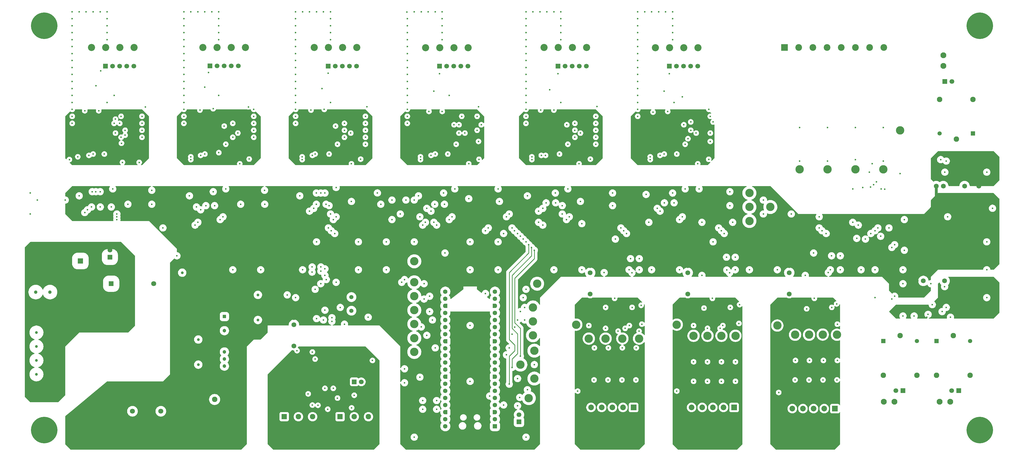
<source format=gbr>
%TF.GenerationSoftware,KiCad,Pcbnew,9.0.1*%
%TF.CreationDate,2025-12-19T01:31:40-08:00*%
%TF.ProjectId,ControlBoard,436f6e74-726f-46c4-926f-6172642e6b69,rev?*%
%TF.SameCoordinates,Original*%
%TF.FileFunction,Copper,L4,Inr*%
%TF.FilePolarity,Positive*%
%FSLAX46Y46*%
G04 Gerber Fmt 4.6, Leading zero omitted, Abs format (unit mm)*
G04 Created by KiCad (PCBNEW 9.0.1) date 2025-12-19 01:31:40*
%MOMM*%
%LPD*%
G01*
G04 APERTURE LIST*
G04 Aperture macros list*
%AMRoundRect*
0 Rectangle with rounded corners*
0 $1 Rounding radius*
0 $2 $3 $4 $5 $6 $7 $8 $9 X,Y pos of 4 corners*
0 Add a 4 corners polygon primitive as box body*
4,1,4,$2,$3,$4,$5,$6,$7,$8,$9,$2,$3,0*
0 Add four circle primitives for the rounded corners*
1,1,$1+$1,$2,$3*
1,1,$1+$1,$4,$5*
1,1,$1+$1,$6,$7*
1,1,$1+$1,$8,$9*
0 Add four rect primitives between the rounded corners*
20,1,$1+$1,$2,$3,$4,$5,0*
20,1,$1+$1,$4,$5,$6,$7,0*
20,1,$1+$1,$6,$7,$8,$9,0*
20,1,$1+$1,$8,$9,$2,$3,0*%
%AMFreePoly0*
4,1,37,0.603843,0.796157,0.639018,0.796157,0.711114,0.766294,0.766294,0.711114,0.796157,0.639018,0.796157,0.603843,0.800000,0.600000,0.800000,-0.600000,0.796157,-0.603843,0.796157,-0.639018,0.766294,-0.711114,0.711114,-0.766294,0.639018,-0.796157,0.603843,-0.796157,0.600000,-0.800000,0.000000,-0.800000,0.000000,-0.796148,-0.078414,-0.796148,-0.232228,-0.765552,-0.377117,-0.705537,
-0.507515,-0.618408,-0.618408,-0.507515,-0.705537,-0.377117,-0.765552,-0.232228,-0.796148,-0.078414,-0.796148,0.078414,-0.765552,0.232228,-0.705537,0.377117,-0.618408,0.507515,-0.507515,0.618408,-0.377117,0.705537,-0.232228,0.765552,-0.078414,0.796148,0.000000,0.796148,0.000000,0.800000,0.600000,0.800000,0.603843,0.796157,0.603843,0.796157,$1*%
%AMFreePoly1*
4,1,37,0.000000,0.796148,0.078414,0.796148,0.232228,0.765552,0.377117,0.705537,0.507515,0.618408,0.618408,0.507515,0.705537,0.377117,0.765552,0.232228,0.796148,0.078414,0.796148,-0.078414,0.765552,-0.232228,0.705537,-0.377117,0.618408,-0.507515,0.507515,-0.618408,0.377117,-0.705537,0.232228,-0.765552,0.078414,-0.796148,0.000000,-0.796148,0.000000,-0.800000,-0.600000,-0.800000,
-0.603843,-0.796157,-0.639018,-0.796157,-0.711114,-0.766294,-0.766294,-0.711114,-0.796157,-0.639018,-0.796157,-0.603843,-0.800000,-0.600000,-0.800000,0.600000,-0.796157,0.603843,-0.796157,0.639018,-0.766294,0.711114,-0.711114,0.766294,-0.639018,0.796157,-0.603843,0.796157,-0.600000,0.800000,0.000000,0.800000,0.000000,0.796148,0.000000,0.796148,$1*%
G04 Aperture macros list end*
%TA.AperFunction,ComponentPad*%
%ADD10C,3.000000*%
%TD*%
%TA.AperFunction,ComponentPad*%
%ADD11RoundRect,0.200000X0.600000X0.600000X-0.600000X0.600000X-0.600000X-0.600000X0.600000X-0.600000X0*%
%TD*%
%TA.AperFunction,ComponentPad*%
%ADD12C,1.600000*%
%TD*%
%TA.AperFunction,ComponentPad*%
%ADD13FreePoly0,180.000000*%
%TD*%
%TA.AperFunction,ComponentPad*%
%ADD14FreePoly1,180.000000*%
%TD*%
%TA.AperFunction,ComponentPad*%
%ADD15C,2.550000*%
%TD*%
%TA.AperFunction,ComponentPad*%
%ADD16R,1.700000X1.700000*%
%TD*%
%TA.AperFunction,ComponentPad*%
%ADD17C,1.700000*%
%TD*%
%TA.AperFunction,ComponentPad*%
%ADD18C,1.500000*%
%TD*%
%TA.AperFunction,ComponentPad*%
%ADD19R,1.950000X1.950000*%
%TD*%
%TA.AperFunction,ComponentPad*%
%ADD20C,1.950000*%
%TD*%
%TA.AperFunction,ComponentPad*%
%ADD21R,2.025000X2.025000*%
%TD*%
%TA.AperFunction,ComponentPad*%
%ADD22C,2.025000*%
%TD*%
%TA.AperFunction,ComponentPad*%
%ADD23C,2.100000*%
%TD*%
%TA.AperFunction,ComponentPad*%
%ADD24C,1.725000*%
%TD*%
%TA.AperFunction,ComponentPad*%
%ADD25C,1.217000*%
%TD*%
%TA.AperFunction,ComponentPad*%
%ADD26R,1.500000X1.500000*%
%TD*%
%TA.AperFunction,ComponentPad*%
%ADD27R,1.800000X1.800000*%
%TD*%
%TA.AperFunction,ComponentPad*%
%ADD28C,1.800000*%
%TD*%
%TA.AperFunction,ComponentPad*%
%ADD29C,9.500000*%
%TD*%
%TA.AperFunction,ComponentPad*%
%ADD30R,2.400000X2.400000*%
%TD*%
%TA.AperFunction,ComponentPad*%
%ADD31C,2.400000*%
%TD*%
%TA.AperFunction,ComponentPad*%
%ADD32R,1.303000X1.303000*%
%TD*%
%TA.AperFunction,ComponentPad*%
%ADD33C,1.303000*%
%TD*%
%TA.AperFunction,ViaPad*%
%ADD34C,0.600000*%
%TD*%
%TA.AperFunction,ViaPad*%
%ADD35C,1.000000*%
%TD*%
%TA.AperFunction,Conductor*%
%ADD36C,1.000000*%
%TD*%
%TA.AperFunction,Conductor*%
%ADD37C,0.250000*%
%TD*%
G04 APERTURE END LIST*
D10*
%TO.N,/ADC_1/ADC2_5VFILTER_3/OUT*%
%TO.C,TP9*%
X239500000Y-124675000D03*
%TD*%
%TO.N,/ADC_1/ADC2_5VFILTER_1/OUT*%
%TO.C,TP7*%
X227500000Y-124675000D03*
%TD*%
%TO.N,/GND_A*%
%TO.C,TP39*%
X292500000Y-77500000D03*
%TD*%
%TO.N,/Control/GATE_DRIVER_RESET_A*%
%TO.C,TP38*%
X285000000Y-72500000D03*
%TD*%
%TO.N,/Control/GATE_DRIVER_READY_A*%
%TO.C,TP37*%
X285000000Y-77500000D03*
%TD*%
%TO.N,/Control/GATE_DRIVER_FAULT_A*%
%TO.C,TP36*%
X285000000Y-82500000D03*
%TD*%
D11*
%TO.N,Net-(A1-GPIO0)*%
%TO.C,A1*%
X193890000Y-156092500D03*
D12*
%TO.N,Net-(A1-GPIO1)*%
X193890000Y-153552500D03*
D13*
%TO.N,/GND_A*%
X193890000Y-151012500D03*
D12*
%TO.N,/SPI1_SCK_A*%
X193890000Y-148472500D03*
%TO.N,/SPI1_TX_A*%
X193890000Y-145932500D03*
%TO.N,/SPI1_RX_A*%
X193890000Y-143392500D03*
%TO.N,/RELAY_1_A*%
X193890000Y-140852500D03*
D13*
%TO.N,/GND_A*%
X193890000Y-138312500D03*
D12*
%TO.N,/RELAY_2_A*%
X193890000Y-135772500D03*
%TO.N,/RELAY_3_A*%
X193890000Y-133232500D03*
%TO.N,/Control/GATE_DRIVER_READY_A*%
X193890000Y-130692500D03*
%TO.N,/Control/GATE_DRIVER_RESET_A*%
X193890000Y-128152500D03*
D13*
%TO.N,/GND_A*%
X193890000Y-125612500D03*
D12*
%TO.N,/SPI2_SCK_A*%
X193890000Y-123072500D03*
%TO.N,/SPI2_TX_A*%
X193890000Y-120532500D03*
%TO.N,/SPI2_RX_A*%
X193890000Y-117992500D03*
%TO.N,/SPI2_ADC1_CS_A*%
X193890000Y-115452500D03*
D13*
%TO.N,/GND_A*%
X193890000Y-112912500D03*
D12*
%TO.N,/SPI2_ADC2_CS_A*%
X193890000Y-110372500D03*
%TO.N,/SPI2_ADC3_CS_A*%
X193890000Y-107832500D03*
%TO.N,/SPI2_ADC4_CS_A*%
X176110000Y-107832500D03*
%TO.N,/Control/PH_U_L_A*%
X176110000Y-110372500D03*
D14*
%TO.N,/GND_A*%
X176110000Y-112912500D03*
D12*
%TO.N,/Control/PH_V_L_A*%
X176110000Y-115452500D03*
%TO.N,/Control/PH_W_L_A*%
X176110000Y-117992500D03*
%TO.N,/Control/PH_U_H_A*%
X176110000Y-120532500D03*
%TO.N,/Control/PH_V_H_A*%
X176110000Y-123072500D03*
D14*
%TO.N,/GND_A*%
X176110000Y-125612500D03*
D12*
%TO.N,/Control/PH_W_H_A*%
X176110000Y-128152500D03*
%TO.N,unconnected-(A1-RUN-Pad30)_1*%
X176110000Y-130692500D03*
%TO.N,/Control/GATE_DRIVER_FAULT_A*%
X176110000Y-133232500D03*
%TO.N,/SPI1_CAN_CS_A*%
X176110000Y-135772500D03*
D14*
%TO.N,Net-(A1-AGND)*%
X176110000Y-138312500D03*
D12*
%TO.N,/SPI1_CAN_INT_A*%
X176110000Y-140852500D03*
%TO.N,unconnected-(A1-ADC_VREF-Pad35)_1*%
X176110000Y-143392500D03*
%TO.N,/+3.3V_A*%
X176110000Y-145932500D03*
%TO.N,unconnected-(A1-3V3_EN-Pad37)*%
X176110000Y-148472500D03*
D14*
%TO.N,/GND_A*%
X176110000Y-151012500D03*
D12*
%TO.N,unconnected-(A1-VSYS-Pad39)*%
X176110000Y-153552500D03*
%TO.N,unconnected-(A1-VBUS-Pad40)*%
X176110000Y-156092500D03*
%TD*%
D15*
%TO.N,/Connectors/PH_W_H_G*%
%TO.C,J20*%
X251320000Y-20400000D03*
%TO.N,/GateDriverAssembly/GateDriver_PH_W_H/GND_B*%
X256400000Y-20400000D03*
%TO.N,unconnected-(J20-Pad3)*%
X261480000Y-20400000D03*
%TO.N,/Connectors/PH_W_H_C*%
X266560000Y-20400000D03*
%TD*%
D16*
%TO.N,/Connectors/PH_W_H_G*%
%TO.C,J17*%
X256320000Y-27012500D03*
D17*
%TO.N,/GateDriverAssembly/GateDriver_PH_W_H/GND_B*%
X258860000Y-27012500D03*
%TO.N,unconnected-(J17-Pin_3-Pad3)*%
X261400000Y-27012500D03*
%TO.N,unconnected-(J17-Pin_4-Pad4)*%
X263940000Y-27012500D03*
%TO.N,/Connectors/PH_W_H_C*%
X266480000Y-27012500D03*
%TD*%
D15*
%TO.N,/Connectors/PH_W_L_C*%
%TO.C,J14*%
X226680000Y-20350000D03*
%TO.N,unconnected-(J14-Pad3)*%
X221600000Y-20350000D03*
%TO.N,/GateDriverAssembly/GateDriver_PH_W_L/GND_B*%
X216520000Y-20350000D03*
%TO.N,/Connectors/PH_W_L_G*%
X211440000Y-20350000D03*
%TD*%
D17*
%TO.N,/Connectors/PH_W_L_C*%
%TO.C,J9*%
X226600000Y-26962500D03*
%TO.N,unconnected-(J9-Pin_4-Pad4)*%
X224060000Y-26962500D03*
%TO.N,unconnected-(J9-Pin_3-Pad3)*%
X221520000Y-26962500D03*
%TO.N,/GateDriverAssembly/GateDriver_PH_W_L/GND_B*%
X218980000Y-26962500D03*
D16*
%TO.N,/Connectors/PH_W_L_G*%
X216440000Y-26962500D03*
%TD*%
D15*
%TO.N,/Connectors/PH_V_H_G*%
%TO.C,J19*%
X169060000Y-20400000D03*
%TO.N,/GateDriverAssembly/GateDriver_PH_V_H/GND_B*%
X174140000Y-20400000D03*
%TO.N,unconnected-(J19-Pad3)*%
X179220000Y-20400000D03*
%TO.N,/Connectors/PH_V_H_C*%
X184300000Y-20400000D03*
%TD*%
D16*
%TO.N,/Connectors/PH_V_H_G*%
%TO.C,J16*%
X174060000Y-27012500D03*
D17*
%TO.N,/GateDriverAssembly/GateDriver_PH_V_H/GND_B*%
X176600000Y-27012500D03*
%TO.N,unconnected-(J16-Pin_3-Pad3)*%
X179140000Y-27012500D03*
%TO.N,unconnected-(J16-Pin_4-Pad4)*%
X181680000Y-27012500D03*
%TO.N,/Connectors/PH_V_H_C*%
X184220000Y-27012500D03*
%TD*%
D15*
%TO.N,/Connectors/PH_V_L_G*%
%TO.C,J13*%
X129180000Y-20350000D03*
%TO.N,/GateDriverAssembly/GateDriver_PH_V_L/GND_B*%
X134260000Y-20350000D03*
%TO.N,unconnected-(J13-Pad3)*%
X139340000Y-20350000D03*
%TO.N,/Connectors/PH_V_L_C*%
X144420000Y-20350000D03*
%TD*%
D16*
%TO.N,/Connectors/PH_V_L_G*%
%TO.C,J8*%
X134180000Y-26962500D03*
D17*
%TO.N,/GateDriverAssembly/GateDriver_PH_V_L/GND_B*%
X136720000Y-26962500D03*
%TO.N,unconnected-(J8-Pin_3-Pad3)*%
X139260000Y-26962500D03*
%TO.N,unconnected-(J8-Pin_4-Pad4)*%
X141800000Y-26962500D03*
%TO.N,/Connectors/PH_V_L_C*%
X144340000Y-26962500D03*
%TD*%
D15*
%TO.N,/Connectors/PH_U_H_C*%
%TO.C,J18*%
X104540000Y-20300000D03*
%TO.N,unconnected-(J18-Pad3)*%
X99460000Y-20300000D03*
%TO.N,/GateDriverAssembly/GateDriver_PH_U_H/GND_B*%
X94380000Y-20300000D03*
%TO.N,/Connectors/PH_U_H_G*%
X89300000Y-20300000D03*
%TD*%
D16*
%TO.N,/Connectors/PH_U_H_G*%
%TO.C,J15*%
X91840000Y-26912500D03*
D17*
%TO.N,/GateDriverAssembly/GateDriver_PH_U_H/GND_B*%
X94380000Y-26912500D03*
%TO.N,unconnected-(J15-Pin_3-Pad3)*%
X96920000Y-26912500D03*
%TO.N,unconnected-(J15-Pin_4-Pad4)*%
X99460000Y-26912500D03*
%TO.N,/Connectors/PH_U_H_C*%
X102000000Y-26912500D03*
%TD*%
D18*
%TO.N,Net-(IC5-OSC2)*%
%TO.C,Y1*%
X142500000Y-109795000D03*
%TO.N,Net-(IC5-OSC1)*%
X142500000Y-114675000D03*
%TD*%
D10*
%TO.N,/SPI1_TX_A*%
%TO.C,TP26*%
X203000000Y-134000000D03*
%TD*%
%TO.N,/ADC_2/ADC4_5VFILTER_1/OUT*%
%TO.C,TP14*%
X316367500Y-123286250D03*
%TD*%
%TO.N,/Control/PH_W_L_A*%
%TO.C,TP32*%
X165000000Y-114500000D03*
%TD*%
D19*
%TO.N,/Connectors/+VIN_Z*%
%TO.C,J22*%
X45450000Y-96855000D03*
D20*
%TO.N,/Connectors/VIN_GND*%
X45450000Y-91855000D03*
%TD*%
D19*
%TO.N,/+12V_A*%
%TO.C,J27*%
X98500000Y-146500000D03*
D20*
%TO.N,/GND_A*%
X93500000Y-146500000D03*
%TD*%
D21*
%TO.N,/ISENSE_PH_W_Y*%
%TO.C,J24*%
X243525000Y-149356250D03*
D22*
%TO.N,/ISENSE_PH_V_Y*%
X239715000Y-149356250D03*
%TO.N,/ISENSE_PH_U_Y*%
X235905000Y-149356250D03*
%TO.N,/ISENSE_DC_LINK_Y*%
X232095000Y-149356250D03*
%TO.N,/ISENSE_GND_Y*%
X228285000Y-149356250D03*
%TO.N,/+5V_Y*%
X224475000Y-149356250D03*
%TD*%
D10*
%TO.N,/Control/PH_V_L_A*%
%TO.C,TP31*%
X165000000Y-109462500D03*
%TD*%
%TO.N,/ADC_1/VoltageSenseInputStage3/LV_OUT*%
%TO.C,TP4*%
X303000000Y-64000000D03*
%TD*%
D23*
%TO.N,/RELAY1_COM*%
%TO.C,J6*%
X336905000Y-147285000D03*
%TO.N,/RELAY1_NO*%
X333095000Y-147285000D03*
%TD*%
D10*
%TO.N,/SPI2_TX_A*%
%TO.C,TP22*%
X207500000Y-118500000D03*
%TD*%
%TO.N,/Control/PH_U_L_A*%
%TO.C,TP30*%
X165000000Y-104500000D03*
%TD*%
%TO.N,/ADC_2/ADC4_5VFILTER_4/OUT*%
%TO.C,TP20*%
X301367500Y-123286250D03*
%TD*%
D24*
%TO.N,/+12V_A*%
%TO.C,PS1*%
X228000000Y-98515000D03*
%TO.N,/GND_A*%
X228000000Y-101055000D03*
%TO.N,/ISENSE_GND_Y*%
X228000000Y-108675000D03*
%TO.N,/+5V_Y*%
X228000000Y-113755000D03*
%TD*%
D10*
%TO.N,/SPI2_SCK_A*%
%TO.C,TP21*%
X207500000Y-123500000D03*
%TD*%
D25*
%TO.N,/Connectors/+VIN_Z*%
%TO.C,F1*%
X34550000Y-108000000D03*
%TO.N,Net-(D3-A)*%
X29450000Y-108000000D03*
%TD*%
D26*
%TO.N,Net-(IC13-C2{slash}A2)*%
%TO.C,K1*%
X333000000Y-125590000D03*
D20*
%TO.N,/RELAY1_NO*%
X333000000Y-137790000D03*
%TO.N,unconnected-(K1-NC-Pad3)*%
X345000000Y-137790000D03*
D18*
%TO.N,/OutputRelays/+5V_A_INT_2*%
X345000000Y-125590000D03*
D20*
%TO.N,/RELAY1_COM*%
X339000000Y-123590000D03*
%TD*%
D10*
%TO.N,/ADC_1/ADC2_5VFILTER_2/OUT*%
%TO.C,TP8*%
X233500000Y-124675000D03*
%TD*%
D16*
%TO.N,Net-(JP1-A)*%
%TO.C,JP1*%
X143500000Y-140175000D03*
D17*
%TO.N,/CAN/CAN_H_B*%
X146040000Y-140175000D03*
%TD*%
D10*
%TO.N,/Control/PH_U_H_A*%
%TO.C,TP33*%
X165000000Y-119462500D03*
%TD*%
D24*
%TO.N,/+12V_A*%
%TO.C,PS13*%
X351887500Y-70000000D03*
%TO.N,/GND_A*%
X354427500Y-70000000D03*
X362047500Y-70000000D03*
%TO.N,/OutputRelays/+5V_A_INT*%
X367127500Y-70000000D03*
%TD*%
D10*
%TO.N,/GND_A*%
%TO.C,TP24*%
X209000000Y-105000000D03*
%TD*%
D27*
%TO.N,Net-(C140-+)*%
%TO.C,PS7*%
X56460000Y-105000000D03*
D28*
%TO.N,/Connectors/VIN_GND*%
X61540000Y-105000000D03*
%TO.N,unconnected-(PS7-CONTROL-Pad4)*%
X71700000Y-105000000D03*
%TO.N,/+12V_A*%
X53920000Y-150720000D03*
%TO.N,/GND_A*%
X64080000Y-150720000D03*
%TO.N,unconnected-(PS7-TRIM-Pad8)*%
X74240000Y-150720000D03*
%TD*%
D10*
%TO.N,/ADC_2/ADC4_5VFILTER_3/OUT*%
%TO.C,TP18*%
X306367500Y-123286250D03*
%TD*%
D24*
%TO.N,/+12V_A*%
%TO.C,PS14*%
X344760000Y-104000000D03*
%TO.N,/GND_A*%
X347300000Y-104000000D03*
X354920000Y-104000000D03*
%TO.N,/OutputRelays/+5V_A_INT_2*%
X360000000Y-104000000D03*
%TD*%
%TO.N,/+12V_A*%
%TO.C,PS4*%
X121915000Y-117175000D03*
%TO.N,/GND_A*%
X121915000Y-119715000D03*
%TO.N,/CAN/CAN_GND*%
X121915000Y-127335000D03*
%TO.N,/CAN/CAN_ISO_5V*%
X121915000Y-132415000D03*
%TD*%
D10*
%TO.N,/Control/PH_W_H_A*%
%TO.C,TP35*%
X165000000Y-129462500D03*
%TD*%
%TO.N,/ADC_1/VoltageSenseInputStage/LV_OUT*%
%TO.C,TP3*%
X333000000Y-64000000D03*
%TD*%
%TO.N,/ADC_1/VoltageSenseInputStage2/LV_OUT*%
%TO.C,TP6*%
X313000000Y-64000000D03*
%TD*%
D23*
%TO.N,/RELAY2_COM*%
%TO.C,J4*%
X356905000Y-147285000D03*
%TO.N,/RELAY2_NO*%
X353095000Y-147285000D03*
%TD*%
D10*
%TO.N,/ADC_2/ADC3_5VFILTER_3/OUT*%
%TO.C,TP17*%
X270000000Y-123675000D03*
%TD*%
D26*
%TO.N,Net-(IC13-C1{slash}A1)*%
%TO.C,K2*%
X352000000Y-125590000D03*
D20*
%TO.N,/RELAY2_NO*%
X352000000Y-137790000D03*
%TO.N,unconnected-(K2-NC-Pad3)*%
X364000000Y-137790000D03*
D18*
%TO.N,/OutputRelays/+5V_A_INT_2*%
X364000000Y-125590000D03*
D20*
%TO.N,/RELAY2_COM*%
X358000000Y-123590000D03*
%TD*%
D10*
%TO.N,/SPI2_RX_A*%
%TO.C,TP23*%
X207500000Y-113500000D03*
%TD*%
%TO.N,/ADC_2/ADC3_5VFILTER_2/OUT*%
%TO.C,TP15*%
X265000000Y-123675000D03*
%TD*%
D23*
%TO.N,/RELAY3_COM*%
%TO.C,J5*%
X354450000Y-23095000D03*
%TO.N,/RELAY3_NO*%
X354450000Y-26905000D03*
%TD*%
D29*
%TO.N,unconnected-(H3-Pad1)*%
%TO.C,H3*%
X32500000Y-157500000D03*
%TD*%
D10*
%TO.N,/ADC_2/ADC4_5VFILTER_2/OUT*%
%TO.C,TP16*%
X311250000Y-123250000D03*
%TD*%
%TO.N,/ADC_2/ADC3_5VFILTER_4/OUT*%
%TO.C,TP19*%
X275000000Y-123675000D03*
%TD*%
%TO.N,/ISENSE_GND_Y*%
%TO.C,TP2*%
X223000000Y-119675000D03*
%TD*%
D29*
%TO.N,unconnected-(H1-Pad1)*%
%TO.C,H1*%
X32500000Y-12500000D03*
%TD*%
%TO.N,unconnected-(H4-Pad1)*%
%TO.C,H4*%
X367500000Y-157500000D03*
%TD*%
D10*
%TO.N,/ADC_1/ADC2_5VFILTER_4/OUT*%
%TO.C,TP10*%
X245500000Y-124675000D03*
%TD*%
%TO.N,/GND_W*%
%TO.C,TP11*%
X259000000Y-119675000D03*
%TD*%
%TO.N,/GND_A*%
%TO.C,TP28*%
X206000000Y-146000000D03*
%TD*%
D29*
%TO.N,unconnected-(H2-Pad1)*%
%TO.C,H2*%
X367500000Y-12500000D03*
%TD*%
D10*
%TO.N,/SPI1_SCK_A*%
%TO.C,TP25*%
X208000000Y-139000000D03*
%TD*%
D19*
%TO.N,/CAN/CAN_L_B*%
%TO.C,J10*%
X118420000Y-152675000D03*
D20*
%TO.N,/CAN/CAN_H_B*%
X123500000Y-152675000D03*
%TO.N,/CAN/CAN_GND*%
X128580000Y-152675000D03*
%TD*%
D10*
%TO.N,/GND_A*%
%TO.C,TP29*%
X165000000Y-96962500D03*
%TD*%
D30*
%TO.N,/GND_U*%
%TO.C,J25*%
X297600000Y-20350000D03*
D31*
%TO.N,/PH_W_VSENSE_U*%
X302680000Y-20350000D03*
%TO.N,/GND_U*%
X307760000Y-20350000D03*
%TO.N,/PH_V_VSENSE_U*%
X312840000Y-20350000D03*
%TO.N,/GND_U*%
X317920000Y-20350000D03*
%TO.N,/PH_U_VSENSE_U*%
X323000000Y-20350000D03*
%TO.N,/GND_U*%
X328080000Y-20350000D03*
%TO.N,/DC_LINK_VSENSE_U*%
X333160000Y-20350000D03*
%TD*%
D10*
%TO.N,/GND_V*%
%TO.C,TP12*%
X295000000Y-120000000D03*
%TD*%
%TO.N,/ADC_2/ADC3_5VFILTER_1/OUT*%
%TO.C,TP13*%
X280000000Y-123675000D03*
%TD*%
D21*
%TO.N,/MTR_TMP_W*%
%TO.C,J26*%
X279525000Y-149356250D03*
D22*
%TO.N,/HALL_PH_W_W*%
X275715000Y-149356250D03*
%TO.N,/HALL_PH_V_W*%
X271905000Y-149356250D03*
%TO.N,/HALL_PH_U_W*%
X268095000Y-149356250D03*
%TO.N,/GND_W*%
X264285000Y-149356250D03*
%TO.N,/+5V_W*%
X260475000Y-149356250D03*
%TD*%
D10*
%TO.N,/ADC_1/VoltageSenseInputStage1/LV_OUT*%
%TO.C,TP5*%
X323000000Y-64000000D03*
%TD*%
%TO.N,/Control/PH_V_H_A*%
%TO.C,TP34*%
X165000000Y-124500000D03*
%TD*%
D24*
%TO.N,/+12V_A*%
%TO.C,PS2*%
X262915000Y-98515000D03*
%TO.N,/GND_A*%
X262915000Y-101055000D03*
%TO.N,/GND_W*%
X262915000Y-108675000D03*
%TO.N,/+5V_W*%
X262915000Y-113755000D03*
%TD*%
D26*
%TO.N,Net-(IC14-C2{slash}A2)*%
%TO.C,K3*%
X365085000Y-51150000D03*
D20*
%TO.N,/RELAY3_NO*%
X365085000Y-38950000D03*
%TO.N,unconnected-(K3-NC-Pad3)*%
X353085000Y-38950000D03*
D18*
%TO.N,/OutputRelays/+5V_A_INT*%
X353085000Y-51150000D03*
D20*
%TO.N,/RELAY3_COM*%
X359085000Y-53150000D03*
%TD*%
D19*
%TO.N,/CAN/CAN_L_B*%
%TO.C,J11*%
X138420000Y-152675000D03*
D20*
%TO.N,/CAN/CAN_H_B*%
X143500000Y-152675000D03*
%TO.N,/CAN/CAN_GND*%
X148580000Y-152675000D03*
%TD*%
D10*
%TO.N,/GND_U*%
%TO.C,TP1*%
X339000000Y-50000000D03*
%TD*%
%TO.N,/SPI1_RX_A*%
%TO.C,TP27*%
X208000000Y-129000000D03*
%TD*%
D24*
%TO.N,/+12V_A*%
%TO.C,PS3*%
X299282500Y-98515000D03*
%TO.N,/GND_A*%
X299282500Y-101055000D03*
%TO.N,/GND_V*%
X299282500Y-108675000D03*
%TO.N,/+5V_V*%
X299282500Y-113755000D03*
%TD*%
D21*
%TO.N,/HEATSINK_TMP_V*%
%TO.C,J28*%
X315607500Y-149786250D03*
D22*
%TO.N,/THROTTLE_V*%
X311797500Y-149786250D03*
%TO.N,/REGEN_THROTTLE_V*%
X307987500Y-149786250D03*
%TO.N,/SPARE_V*%
X304177500Y-149786250D03*
%TO.N,/GND_V*%
X300367500Y-149786250D03*
%TO.N,/+5V_V*%
X296557500Y-149786250D03*
%TD*%
D16*
%TO.N,Net-(A1-GPIO0)*%
%TO.C,J29*%
X202500000Y-154502500D03*
D17*
%TO.N,Net-(A1-GPIO1)*%
X202500000Y-151962500D03*
%TD*%
D32*
%TO.N,/GND_A*%
%TO.C,PS6*%
X97000000Y-116760000D03*
D33*
%TO.N,/+12V_A*%
X97000000Y-119300000D03*
%TO.N,unconnected-(PS6-CTRL-CONTROL_INPUT_CAN_(CAN_BE_LEFT_OPEN)-Pad3)*%
X97000000Y-121840000D03*
%TO.N,/+3.3V_A*%
X97000000Y-129460000D03*
%TO.N,/GND_A*%
X97000000Y-132000000D03*
%TO.N,unconnected-(PS6-NC-Pad8)*%
X97000000Y-134540000D03*
%TD*%
D16*
%TO.N,/Connectors/PH_U_L_G*%
%TO.C,J7*%
X54380000Y-26962500D03*
D17*
%TO.N,/GateDriverAssembly/GateDriver_PH_U_L/GND_B*%
X56920000Y-26962500D03*
%TO.N,unconnected-(J7-Pin_3-Pad3)*%
X59460000Y-26962500D03*
%TO.N,unconnected-(J7-Pin_4-Pad4)*%
X62000000Y-26962500D03*
%TO.N,/Connectors/PH_U_L_C*%
X64540000Y-26962500D03*
%TD*%
D16*
%TO.N,/RELAY3_COM*%
%TO.C,J2*%
X355000000Y-32500000D03*
D17*
%TO.N,/RELAY3_NO*%
X357540000Y-32500000D03*
%TD*%
D16*
%TO.N,/RELAY1_COM*%
%TO.C,J3*%
X340000000Y-143335000D03*
D17*
%TO.N,/RELAY1_NO*%
X337460000Y-143335000D03*
%TD*%
D16*
%TO.N,/RELAY2_COM*%
%TO.C,J1*%
X360000000Y-143335000D03*
D17*
%TO.N,/RELAY2_NO*%
X357460000Y-143335000D03*
%TD*%
D16*
%TO.N,/Connectors/+VIN_Z*%
%TO.C,J21*%
X56000000Y-95455000D03*
D17*
%TO.N,/Connectors/VIN_GND*%
X56000000Y-92915000D03*
%TD*%
D15*
%TO.N,/Connectors/PH_U_L_G*%
%TO.C,J12*%
X49380000Y-20350000D03*
%TO.N,/GateDriverAssembly/GateDriver_PH_U_L/GND_B*%
X54460000Y-20350000D03*
%TO.N,unconnected-(J12-Pad3)*%
X59540000Y-20350000D03*
%TO.N,/Connectors/PH_U_L_C*%
X64620000Y-20350000D03*
%TD*%
D34*
%TO.N,/GND_A*%
X279000000Y-83000000D03*
X249000000Y-83000000D03*
X268000000Y-83000000D03*
X225000000Y-83454031D03*
X208000000Y-134000000D03*
X205000000Y-160000000D03*
X165000000Y-160000000D03*
X185000000Y-140000000D03*
X185000000Y-120000000D03*
X290000000Y-80000000D03*
X290000000Y-75000000D03*
X300000000Y-80000000D03*
X335000000Y-85000000D03*
X355000000Y-65000000D03*
X370000000Y-65000000D03*
X370000000Y-90000000D03*
X370000000Y-100000000D03*
X370000000Y-110000000D03*
X350000000Y-105000000D03*
X340000000Y-105000000D03*
X340000000Y-100000000D03*
X330000000Y-110000000D03*
X330000000Y-100000000D03*
X325000000Y-100000000D03*
X295000000Y-100000000D03*
X285000000Y-100000000D03*
X260000000Y-100000000D03*
X250000000Y-100000000D03*
X225000000Y-100000000D03*
X215000000Y-100000000D03*
X195000000Y-100000000D03*
X195000000Y-90000000D03*
X185000000Y-100000000D03*
X185000000Y-90000000D03*
X165000000Y-90000000D03*
X155000000Y-90000000D03*
X155000000Y-100000000D03*
X145000000Y-100000000D03*
X145000000Y-90000000D03*
X130000000Y-90000000D03*
X125000000Y-100000000D03*
X110000000Y-100000000D03*
X100000000Y-100000000D03*
X80000000Y-95000000D03*
X75000000Y-85000000D03*
X40000000Y-75000000D03*
X30000000Y-75000000D03*
X27500000Y-80000000D03*
X27500000Y-72500000D03*
%TO.N,/GateDriverAssembly/GateDriver_PH_W_H/GND_B*%
X258000000Y-40000000D03*
X261000000Y-38000000D03*
X271000000Y-45000000D03*
X272000000Y-47000000D03*
X271000000Y-51000000D03*
X271000000Y-54000000D03*
X262000000Y-55000000D03*
X263000000Y-53000000D03*
X264000000Y-50000000D03*
X264000000Y-47000000D03*
X245000000Y-45000000D03*
X245000000Y-42500000D03*
X245000000Y-40000000D03*
X245000000Y-32500000D03*
X245000000Y-37500000D03*
X245000000Y-35000000D03*
X245000000Y-30000000D03*
X245000000Y-27500000D03*
X245000000Y-25000000D03*
X245000000Y-22500000D03*
X245000000Y-20000000D03*
X245000000Y-15000000D03*
X245000000Y-17500000D03*
X245000000Y-12500000D03*
X245000000Y-10000000D03*
X257500000Y-17500000D03*
X257500000Y-15000000D03*
X257500000Y-12500000D03*
X257500000Y-10000000D03*
X257500000Y-7500000D03*
X255000000Y-7500000D03*
X252500000Y-7500000D03*
X247500000Y-7500000D03*
X250000000Y-7500000D03*
X250000000Y-7500000D03*
X245000000Y-7500000D03*
%TO.N,/GateDriverAssembly/GateDriver_PH_U_L/GND_B*%
X57500000Y-37500000D03*
X55000000Y-40000000D03*
%TO.N,/GateDriverAssembly/GateDriver_PH_U_H/GND_B*%
X95000000Y-37500000D03*
%TO.N,/GateDriverAssembly/GateDriver_PH_V_L/GND_B*%
X135000000Y-40000000D03*
%TO.N,/GateDriverAssembly/GateDriver_PH_V_H/GND_B*%
X177500000Y-37500000D03*
%TO.N,/GateDriverAssembly/GateDriver_PH_W_L/GND_B*%
X217500000Y-40000000D03*
X220000000Y-55000000D03*
X222500000Y-52500000D03*
X222500000Y-50000000D03*
X222500000Y-47500000D03*
X230000000Y-55000000D03*
X230000000Y-52500000D03*
X230000000Y-50000000D03*
X230000000Y-47500000D03*
X230000000Y-45000000D03*
X205000000Y-47500000D03*
X205000000Y-45000000D03*
X205000000Y-40000000D03*
X205000000Y-42500000D03*
X205000000Y-37500000D03*
X205000000Y-35000000D03*
X205000000Y-32500000D03*
X205000000Y-30000000D03*
X205000000Y-27500000D03*
X205000000Y-22500000D03*
X205000000Y-25000000D03*
X205000000Y-20000000D03*
X205000000Y-17500000D03*
X205000000Y-15000000D03*
X205000000Y-12500000D03*
X205000000Y-10000000D03*
X217500000Y-17500000D03*
X217500000Y-15000000D03*
X217500000Y-12500000D03*
X217500000Y-10000000D03*
X217500000Y-7500000D03*
X215000000Y-7500000D03*
X212500000Y-7500000D03*
X210000000Y-7500000D03*
X207500000Y-7500000D03*
X205000000Y-7500000D03*
%TO.N,/GateDriverAssembly/GateDriver_PH_V_H/GND_B*%
X182000000Y-45000000D03*
X189000000Y-48000000D03*
X188000000Y-54000000D03*
X180000000Y-55000000D03*
X181000000Y-51000000D03*
X181000000Y-48000000D03*
X187500000Y-50000000D03*
X187500000Y-45000000D03*
X162500000Y-47500000D03*
X162500000Y-45000000D03*
X162500000Y-42500000D03*
X162500000Y-40000000D03*
X162500000Y-35000000D03*
X162500000Y-37500000D03*
X162500000Y-32500000D03*
X162500000Y-30000000D03*
X162500000Y-27500000D03*
X162500000Y-25000000D03*
X162500000Y-22500000D03*
X162500000Y-20000000D03*
X162500000Y-17500000D03*
X162500000Y-15000000D03*
X162500000Y-12500000D03*
X162500000Y-10000000D03*
X175000000Y-17500000D03*
X175000000Y-15000000D03*
X175000000Y-12500000D03*
X175000000Y-10000000D03*
X175000000Y-7500000D03*
X172500000Y-7500000D03*
X170000000Y-7500000D03*
X167500000Y-7500000D03*
X165000000Y-7500000D03*
X162346478Y-7577075D03*
%TO.N,/GateDriverAssembly/GateDriver_PH_V_L/GND_B*%
X137500000Y-55000000D03*
X140000000Y-52500000D03*
X140000000Y-50000000D03*
X140000000Y-47500000D03*
X147500000Y-55000000D03*
X147500000Y-52500000D03*
X147500000Y-50000000D03*
X147500000Y-47500000D03*
X147500000Y-45000000D03*
X122500000Y-47500000D03*
X122500000Y-45000000D03*
X122500000Y-42500000D03*
X122500000Y-40000000D03*
X122500000Y-37500000D03*
X122500000Y-35000000D03*
X122500000Y-32500000D03*
X122500000Y-30000000D03*
X122500000Y-27500000D03*
X122500000Y-22500000D03*
X122500000Y-25000000D03*
X122500000Y-20000000D03*
X122500000Y-17500000D03*
X122500000Y-15000000D03*
X122500000Y-12500000D03*
X122500000Y-10000000D03*
X135000000Y-17500000D03*
X135000000Y-15000000D03*
X135000000Y-12500000D03*
X135000000Y-10000000D03*
X135000000Y-7500000D03*
X132500000Y-7500000D03*
X127500000Y-7500000D03*
X130000000Y-7500000D03*
X125000000Y-7500000D03*
X122500000Y-7500000D03*
%TO.N,/GateDriverAssembly/GateDriver_PH_U_L/GND_B*%
X67500000Y-45000000D03*
X67500000Y-52500000D03*
X67500000Y-50000000D03*
X60000000Y-52500000D03*
X57500000Y-47500000D03*
X60000000Y-45000000D03*
X67500000Y-47500000D03*
X42500000Y-47500000D03*
X42500000Y-42500000D03*
X42500000Y-40000000D03*
X42500000Y-37500000D03*
X42500000Y-35000000D03*
X42500000Y-30000000D03*
X42500000Y-27500000D03*
X42500000Y-25000000D03*
X42500000Y-20000000D03*
X42500000Y-17500000D03*
X42500000Y-15000000D03*
X42500000Y-10000000D03*
X42500000Y-7500000D03*
X55000000Y-17500000D03*
X55000000Y-15000000D03*
X55000000Y-12500000D03*
X55000000Y-10000000D03*
X55000000Y-7500000D03*
X52500000Y-7500000D03*
X50000000Y-7500000D03*
X47500000Y-7500000D03*
X45000000Y-7500000D03*
X42500000Y-12500000D03*
X42500000Y-22500000D03*
X42500000Y-32500000D03*
X42500000Y-45000000D03*
%TO.N,Net-(IC8-DESAT)*%
X54000000Y-58500000D03*
%TO.N,Net-(D4-A)*%
X52000000Y-43000000D03*
%TO.N,Net-(D4-K)*%
X47000000Y-43000000D03*
%TO.N,Net-(FB2-Pad2)*%
X51000000Y-34000000D03*
%TO.N,/Connectors/PH_U_L_G*%
X52671250Y-28671250D03*
%TO.N,/+12V_A*%
X239000000Y-72000000D03*
X198000000Y-72000000D03*
X154000000Y-73000000D03*
X116000000Y-71000000D03*
X76000000Y-72000000D03*
%TO.N,/+3.3V_A*%
X305000000Y-102000000D03*
X268000000Y-102000000D03*
X233000000Y-101000000D03*
%TO.N,/+12V_A*%
X123000000Y-89000000D03*
X113000000Y-89000000D03*
X102000000Y-89000000D03*
X92000000Y-89000000D03*
%TO.N,Net-(D10-K)*%
X250500000Y-43500000D03*
%TO.N,Net-(D10-A)*%
X255750000Y-43250000D03*
%TO.N,Net-(D12-K)*%
X210250000Y-42750000D03*
%TO.N,Net-(D12-A)*%
X215000000Y-42750000D03*
%TO.N,Net-(D6-A)*%
X175000000Y-43250000D03*
%TO.N,Net-(D6-K)*%
X170250000Y-43250000D03*
%TO.N,Net-(D8-K)*%
X128000000Y-42750000D03*
%TO.N,Net-(D8-A)*%
X132750000Y-42500000D03*
%TO.N,Net-(D1-A)*%
X93000000Y-42250000D03*
%TO.N,Net-(D1-K)*%
X88250000Y-42750000D03*
%TO.N,/GateDriverAssembly/GateDriver_PH_U_L/+15V_B*%
X64562500Y-51750000D03*
X64562500Y-50000000D03*
%TO.N,/GateDriverAssembly/GateDriver_PH_U_L/-9V_B*%
X61437500Y-51750000D03*
X61437500Y-50000000D03*
%TO.N,/GND_W*%
X281500000Y-112500000D03*
X281250000Y-119250000D03*
%TO.N,/ISENSE_GND_Y*%
X246500000Y-119500000D03*
X246250000Y-112750000D03*
X236750000Y-110250000D03*
%TO.N,/GND_W*%
X271750000Y-110250000D03*
%TO.N,/GND_V*%
X308250000Y-110250000D03*
X316500000Y-119500000D03*
X316250000Y-112250000D03*
%TO.N,/GND_U*%
X332175000Y-71000000D03*
%TO.N,Net-(IC2-REF)*%
X333445000Y-71117500D03*
%TO.N,Net-(IC2-VDDF)*%
X325562500Y-70500000D03*
%TO.N,/GateDriverAssembly/GateDriver_PH_W_H/+15V_B*%
X258377500Y-47000000D03*
%TO.N,/GateDriverAssembly/GateDriver_PH_W_H/-9V_B*%
X261502500Y-48000000D03*
%TO.N,/GateDriverAssembly/GateDriver_PH_W_L/+15V_B*%
X216497500Y-47000000D03*
%TO.N,/GateDriverAssembly/GateDriver_PH_W_L/-9V_B*%
X219622500Y-48000000D03*
%TO.N,/GateDriverAssembly/GateDriver_PH_V_H/+15V_B*%
X176117500Y-47000000D03*
%TO.N,/GateDriverAssembly/GateDriver_PH_V_H/-9V_B*%
X179242500Y-48000000D03*
%TO.N,/GateDriverAssembly/GateDriver_PH_V_L/+15V_B*%
X133675000Y-47000000D03*
%TO.N,/GateDriverAssembly/GateDriver_PH_V_L/-9V_B*%
X136800000Y-48500000D03*
%TO.N,/GateDriverAssembly/GateDriver_PH_U_H/+15V_B*%
X104000000Y-45000000D03*
X93817500Y-47500000D03*
%TO.N,/GateDriverAssembly/GateDriver_PH_U_H/-9V_B*%
X96942500Y-48500000D03*
%TO.N,Net-(IC11-DESAT)*%
X259000000Y-58500000D03*
X254500000Y-58500000D03*
%TO.N,Net-(IC12-DESAT)*%
X212000000Y-59000000D03*
X217000000Y-58500000D03*
%TO.N,Net-(IC9-DESAT)*%
X172500000Y-58500000D03*
X177000000Y-58500000D03*
%TO.N,Net-(IC10-DESAT)*%
X129500000Y-58500000D03*
X134500000Y-58500000D03*
%TO.N,Net-(IC7-DESAT)*%
X90000000Y-58500000D03*
X95000000Y-58000000D03*
%TO.N,/GateDriverAssembly/GateDriver_PH_W_H/+15V_B*%
X254502500Y-52000000D03*
X254502500Y-53000000D03*
X254551250Y-54448750D03*
%TO.N,/GateDriverAssembly/GateDriver_PH_W_L/+15V_B*%
X212622500Y-54000000D03*
X212622500Y-53000000D03*
X212622500Y-52000000D03*
%TO.N,/GateDriverAssembly/GateDriver_PH_V_H/+15V_B*%
X173242500Y-54000000D03*
X173242500Y-53000000D03*
X173242500Y-52000000D03*
%TO.N,/GateDriverAssembly/GateDriver_PH_V_L/+15V_B*%
X130362500Y-54000000D03*
X130362500Y-53000000D03*
X130362500Y-52000000D03*
%TO.N,/GateDriverAssembly/GateDriver_PH_U_H/+15V_B*%
X90380000Y-54000000D03*
X90380000Y-52000000D03*
X90380000Y-53000000D03*
%TO.N,/GateDriverAssembly/GateDriver_PH_W_H/-9V_B*%
X253000000Y-59000000D03*
%TO.N,/GateDriverAssembly/GateDriver_PH_W_L/-9V_B*%
X210500000Y-59000000D03*
%TO.N,/GateDriverAssembly/GateDriver_PH_V_H/-9V_B*%
X171000000Y-59000000D03*
%TO.N,/GateDriverAssembly/GateDriver_PH_V_L/-9V_B*%
X128500000Y-59000000D03*
%TO.N,/GateDriverAssembly/GateDriver_PH_U_H/-9V_B*%
X88500000Y-59000000D03*
%TO.N,/GateDriverAssembly/GateDriver_PH_U_H/+15V_B*%
X101000000Y-58000000D03*
%TO.N,/GateDriverAssembly/GateDriver_PH_V_L/+15V_B*%
X140500000Y-58000000D03*
%TO.N,/GateDriverAssembly/GateDriver_PH_V_H/+15V_B*%
X183000000Y-58000000D03*
%TO.N,/GateDriverAssembly/GateDriver_PH_W_L/+15V_B*%
X223000000Y-58000000D03*
%TO.N,/GateDriverAssembly/GateDriver_PH_W_H/+15V_B*%
X265500000Y-58000000D03*
%TO.N,/GateDriverAssembly/GateDriver_PH_W_H/-9V_B*%
X249495000Y-60500000D03*
X249495000Y-59500000D03*
%TO.N,/GateDriverAssembly/GateDriver_PH_W_L/-9V_B*%
X207115000Y-60500000D03*
X207115000Y-59500000D03*
%TO.N,/GateDriverAssembly/GateDriver_PH_V_H/-9V_B*%
X167235000Y-60500000D03*
X167235000Y-59500000D03*
%TO.N,/GateDriverAssembly/GateDriver_PH_V_L/-9V_B*%
X124855000Y-60500000D03*
X124855000Y-59500000D03*
%TO.N,/GateDriverAssembly/GateDriver_PH_U_H/-9V_B*%
X84975000Y-59500000D03*
X84975000Y-60500000D03*
%TO.N,/GateDriverAssembly/GateDriver_PH_U_H/GND_B*%
X102500000Y-62000000D03*
%TO.N,Net-(LED10-A)*%
X105880000Y-60300000D03*
%TO.N,/GateDriverAssembly/GateDriver_PH_V_L/GND_B*%
X142500000Y-62000000D03*
%TO.N,Net-(LED24-A)*%
X145800000Y-60350000D03*
%TO.N,/GateDriverAssembly/GateDriver_PH_V_H/GND_B*%
X184500000Y-62000000D03*
%TO.N,Net-(LED20-A)*%
X188180000Y-60400000D03*
%TO.N,/GateDriverAssembly/GateDriver_PH_W_L/GND_B*%
X224000000Y-62000000D03*
%TO.N,Net-(LED32-A)*%
X228060000Y-60350000D03*
%TO.N,/GateDriverAssembly/GateDriver_PH_W_H/GND_B*%
X266500000Y-62000000D03*
%TO.N,Net-(LED28-A)*%
X270440000Y-60400000D03*
%TO.N,/GateDriverAssembly/GateDriver_PH_W_L/+15V_B*%
X232000000Y-57000000D03*
%TO.N,/GateDriverAssembly/GateDriver_PH_V_H/+15V_B*%
X189500000Y-56500000D03*
%TO.N,/GateDriverAssembly/GateDriver_PH_V_L/+15V_B*%
X149500000Y-56500000D03*
%TO.N,/GateDriverAssembly/GateDriver_PH_U_H/+15V_B*%
X109500000Y-57000000D03*
%TO.N,/GateDriverAssembly/GateDriver_PH_W_H/+15V_B*%
X272000000Y-56000000D03*
%TO.N,/GateDriverAssembly/GateDriver_PH_W_H/-9V_B*%
X265940000Y-51000000D03*
%TO.N,/GateDriverAssembly/GateDriver_PH_W_H/+15V_B*%
X269000000Y-51000000D03*
%TO.N,/GateDriverAssembly/GateDriver_PH_W_L/-9V_B*%
X224497500Y-51000000D03*
%TO.N,/GateDriverAssembly/GateDriver_PH_W_L/+15V_B*%
X227643156Y-50884547D03*
%TO.N,/GateDriverAssembly/GateDriver_PH_V_H/+15V_B*%
X186242500Y-51000000D03*
%TO.N,/GateDriverAssembly/GateDriver_PH_V_H/-9V_B*%
X183117500Y-51000000D03*
%TO.N,/GateDriverAssembly/GateDriver_PH_V_L/-9V_B*%
X142237500Y-51000000D03*
%TO.N,/GateDriverAssembly/GateDriver_PH_V_L/+15V_B*%
X145362500Y-51000000D03*
%TO.N,/GateDriverAssembly/GateDriver_PH_U_H/-9V_B*%
X101817500Y-51000000D03*
%TO.N,/GateDriverAssembly/GateDriver_PH_U_H/+15V_B*%
X104942500Y-51000000D03*
%TO.N,Net-(IC7-DESAT)*%
X105610000Y-41610000D03*
%TO.N,Net-(IC10-DESAT)*%
X148075000Y-41575000D03*
%TO.N,Net-(IC9-DESAT)*%
X188040000Y-41540000D03*
%TO.N,Net-(IC12-DESAT)*%
X230455000Y-41455000D03*
%TO.N,Net-(IC11-DESAT)*%
X270500000Y-42500000D03*
%TO.N,Net-(FB5-Pad2)*%
X254500000Y-36000000D03*
%TO.N,Net-(FB6-Pad2)*%
X213500000Y-35500000D03*
%TO.N,Net-(FB3-Pad2)*%
X172000000Y-36000000D03*
%TO.N,Net-(FB4-Pad2)*%
X132000000Y-35000000D03*
%TO.N,Net-(FB1-Pad2)*%
X90000000Y-34500000D03*
%TO.N,/Connectors/PH_U_H_G*%
X91310000Y-29310000D03*
%TO.N,/Connectors/PH_V_L_G*%
X134180000Y-29500000D03*
%TO.N,/Connectors/PH_V_H_G*%
X174060000Y-29720000D03*
%TO.N,/Connectors/PH_W_L_G*%
X216440000Y-29670000D03*
%TO.N,/Connectors/PH_W_H_G*%
X256320000Y-29720000D03*
%TO.N,/GateDriverAssembly/GateDriver_PH_U_L/-9V_B*%
X60143750Y-54643750D03*
%TO.N,Net-(LED16-A)*%
X66500000Y-61500000D03*
%TO.N,/GateDriverAssembly/GateDriver_PH_U_L/GND_B*%
X60500000Y-61500000D03*
%TO.N,/GateDriverAssembly/GateDriver_PH_U_L/+15V_B*%
X55000000Y-48500000D03*
X60500000Y-58500000D03*
%TO.N,/GateDriverAssembly/GateDriver_PH_U_L/-9V_B*%
X58000000Y-51000000D03*
%TO.N,/GateDriverAssembly/GateDriver_PH_U_L/+15V_B*%
X66000000Y-53500000D03*
X69000000Y-56500000D03*
%TO.N,/GateDriverAssembly/GateDriver_PH_U_L/-9V_B*%
X58000000Y-46000000D03*
X59500000Y-47500000D03*
%TO.N,/GateDriverAssembly/GateDriver_PH_U_L/+15V_B*%
X62500000Y-43000000D03*
%TO.N,Net-(IC8-DESAT)*%
X68675000Y-41675000D03*
%TO.N,/GateDriverAssembly/GateDriver_PH_U_L/+15V_B*%
X50562500Y-52000000D03*
X50562500Y-54000000D03*
X50562500Y-53000000D03*
%TO.N,/GateDriverAssembly/GateDriver_PH_U_L/-9V_B*%
X48500000Y-59000000D03*
X44500000Y-59500000D03*
X41500000Y-60500000D03*
%TO.N,/+12V_A*%
X344000000Y-88500000D03*
X344000000Y-93500000D03*
X354500000Y-93000000D03*
X355000000Y-89000000D03*
%TO.N,/GND_A*%
X372050000Y-77950000D03*
%TO.N,/OutputRelays/+5V_A_INT*%
X354000000Y-58500000D03*
%TO.N,Net-(IC14-C2{slash}A2)*%
X355500000Y-61025000D03*
%TO.N,/GND_A*%
X353500000Y-60500000D03*
%TO.N,/OutputRelays/+5V_A_INT*%
X368500000Y-61562500D03*
X364000000Y-61562500D03*
%TO.N,/GND_A*%
X354920000Y-106042500D03*
%TO.N,/OutputRelays/+5V_A_INT_2*%
X358500000Y-117000000D03*
X348500000Y-117000000D03*
%TO.N,Net-(IC13-C1{slash}A1)*%
X357000000Y-117000000D03*
%TO.N,Net-(IC13-C2{slash}A2)*%
X355500000Y-113500000D03*
%TO.N,/GND_A*%
X354000000Y-115000000D03*
%TO.N,/OutputRelays/+5V_A_INT_2*%
X339500000Y-113437500D03*
%TO.N,/GND_A*%
X340000000Y-116562500D03*
X344000000Y-116562500D03*
%TO.N,/OutputRelays/+5V_A_INT_2*%
X348000000Y-113437500D03*
X344000000Y-113500000D03*
%TO.N,/RELAY_2_A*%
X336000000Y-92000000D03*
X336000000Y-110500000D03*
X349000000Y-116000000D03*
%TO.N,/RELAY_1_A*%
X350500000Y-112500000D03*
X337000000Y-109500000D03*
X337000000Y-91000000D03*
%TO.N,/RELAY_3_A*%
X356000000Y-81000000D03*
X340500000Y-93000000D03*
X340500000Y-82000000D03*
%TO.N,/SPI2_RX_A*%
X276000000Y-87000000D03*
X312500000Y-87000000D03*
X328500000Y-87000000D03*
%TO.N,/+3.3V_A*%
X326562500Y-89000000D03*
%TO.N,/GND_A*%
X324000000Y-84000000D03*
X323437500Y-88750000D03*
%TO.N,/SPI2_ADC4_CS_A*%
X308000000Y-94000000D03*
%TO.N,/SPI2_ADC3_CS_A*%
X272000000Y-90000000D03*
%TO.N,/SPI2_SCK_A*%
X274000000Y-85000000D03*
%TO.N,/SPI2_TX_A*%
X275000000Y-86000000D03*
%TO.N,/SPI2_SCK_A*%
X310000000Y-85000000D03*
%TO.N,/SPI2_TX_A*%
X311000000Y-86000000D03*
%TO.N,/SPI2_ADC1_CS_A*%
X332000000Y-88000000D03*
%TO.N,/SPI2_TX_A*%
X330000000Y-86000000D03*
%TO.N,/SPI2_SCK_A*%
X331000000Y-85000000D03*
%TO.N,/SPI2_ADC2_CS_A*%
X237000000Y-89000000D03*
%TO.N,/SPI2_ADC4_CS_A*%
X176000000Y-94000000D03*
%TO.N,/RELAY_3_A*%
X208000000Y-93000000D03*
X203000000Y-131000000D03*
%TO.N,/RELAY_2_A*%
X207000000Y-92000000D03*
X200000000Y-135000000D03*
%TO.N,/RELAY_1_A*%
X206000000Y-91000000D03*
X199000000Y-141000000D03*
%TO.N,/SPI2_ADC3_CS_A*%
X205000000Y-107000000D03*
X205000000Y-90000000D03*
%TO.N,/SPI2_ADC2_CS_A*%
X204000000Y-110000000D03*
X204000000Y-89000000D03*
%TO.N,/SPI2_ADC1_CS_A*%
X203000000Y-115000000D03*
X203000000Y-88000000D03*
%TO.N,/SPI2_SCK_A*%
X239000000Y-85000000D03*
%TO.N,/SPI2_TX_A*%
X240000000Y-86000000D03*
%TO.N,/SPI2_RX_A*%
X241000000Y-87000000D03*
X202000000Y-87000000D03*
X202000000Y-117992500D03*
%TO.N,/SPI2_TX_A*%
X200907807Y-86000000D03*
X201000000Y-120532500D03*
%TO.N,/SPI2_SCK_A*%
X200000000Y-85000000D03*
X200000000Y-123072500D03*
%TO.N,/GND_U*%
X339000000Y-65500000D03*
%TO.N,/ADC_1/VoltageSenseInputStage3/LV_OUT*%
X330500000Y-68500000D03*
%TO.N,/ADC_1/VoltageSenseInputStage2/LV_OUT*%
X329000000Y-62000000D03*
X329500000Y-69500000D03*
%TO.N,/ADC_1/VoltageSenseInputStage1/LV_OUT*%
X328000000Y-65000000D03*
X328365000Y-70365000D03*
%TO.N,/GND_U*%
X322000000Y-71000000D03*
%TO.N,/ADC_1/VoltageSenseInputStage3/LV_OUT*%
X303000000Y-61000000D03*
%TO.N,/ADC_1/VoltageSenseInputStage2/LV_OUT*%
X313000000Y-61000000D03*
%TO.N,/ADC_1/VoltageSenseInputStage1/LV_OUT*%
X323000000Y-60550000D03*
%TO.N,/ADC_1/VoltageSenseInputStage/LV_OUT*%
X333000000Y-61000000D03*
X333000000Y-49000000D03*
%TO.N,/ADC_1/VoltageSenseInputStage1/LV_OUT*%
X323000000Y-49000000D03*
%TO.N,/ADC_1/VoltageSenseInputStage2/LV_OUT*%
X313000000Y-49000000D03*
%TO.N,/ADC_1/VoltageSenseInputStage3/LV_OUT*%
X303000000Y-49000000D03*
%TO.N,/GND_A*%
X310000000Y-81000000D03*
%TO.N,/+3.3V_A*%
X322000000Y-83000000D03*
%TO.N,/+5V_V*%
X295000000Y-131500000D03*
%TO.N,/GND_V*%
X295500000Y-144000000D03*
%TO.N,/ADC_2/ADC4_5VFILTER_4/OUT*%
X301500000Y-132500000D03*
%TO.N,/ADC_2/ADC4_5VFILTER_3/OUT*%
X306500000Y-132500000D03*
%TO.N,/ADC_2/ADC4_5VFILTER_2/OUT*%
X311500000Y-132500000D03*
%TO.N,/ADC_2/ADC4_5VFILTER_1/OUT*%
X316500000Y-132500000D03*
X316367500Y-139500000D03*
%TO.N,/ADC_2/ADC4_5VFILTER_2/OUT*%
X311367500Y-139500000D03*
%TO.N,/ADC_2/ADC4_5VFILTER_3/OUT*%
X306367500Y-139500000D03*
%TO.N,/ADC_2/ADC4_5VFILTER_4/OUT*%
X301367500Y-139500000D03*
%TO.N,Net-(IC4-VDDF)*%
X314500000Y-113500000D03*
%TO.N,Net-(IC4-REF)*%
X305500000Y-114000000D03*
%TO.N,/ISENSE_GND_Y*%
X223500000Y-143500000D03*
%TO.N,/GND_W*%
X259000000Y-143500000D03*
%TO.N,/+5V_W*%
X259000000Y-131500000D03*
%TO.N,Net-(IC3-VDDF)*%
X278175000Y-113500000D03*
%TO.N,Net-(IC3-REF)*%
X268750000Y-113750000D03*
%TO.N,/ADC_2/ADC3_5VFILTER_3/OUT*%
X274500000Y-121000000D03*
X270000000Y-121000000D03*
%TO.N,/ADC_2/ADC3_5VFILTER_2/OUT*%
X265000000Y-120000000D03*
X275500000Y-120000000D03*
%TO.N,/ADC_2/ADC3_5VFILTER_1/OUT*%
X280000000Y-133000000D03*
%TO.N,/ADC_2/ADC3_5VFILTER_4/OUT*%
X275000000Y-133000000D03*
%TO.N,/ADC_2/ADC3_5VFILTER_3/OUT*%
X270000000Y-133000000D03*
%TO.N,/ADC_2/ADC3_5VFILTER_2/OUT*%
X265000000Y-133000000D03*
X265000000Y-140000000D03*
%TO.N,/ADC_2/ADC3_5VFILTER_3/OUT*%
X270000000Y-140000000D03*
%TO.N,/ADC_2/ADC3_5VFILTER_4/OUT*%
X275000000Y-140000000D03*
%TO.N,/ADC_2/ADC3_5VFILTER_1/OUT*%
X280000000Y-140000000D03*
%TO.N,/ADC_1/ADC2_5VFILTER_1/OUT*%
X227500000Y-120000000D03*
X242000000Y-120000000D03*
%TO.N,/ADC_1/ADC2_5VFILTER_2/OUT*%
X240500000Y-121000000D03*
X233500000Y-121000000D03*
%TO.N,/ADC_1/ADC2_5VFILTER_4/OUT*%
X238000000Y-122000000D03*
X245500000Y-122000000D03*
X244500000Y-128000000D03*
%TO.N,/ADC_1/ADC2_5VFILTER_3/OUT*%
X239500000Y-128000000D03*
%TO.N,/ADC_1/ADC2_5VFILTER_2/OUT*%
X234500000Y-128000000D03*
%TO.N,/ADC_1/ADC2_5VFILTER_1/OUT*%
X229500000Y-128000000D03*
%TO.N,/ADC_1/ADC2_5VFILTER_4/OUT*%
X244367500Y-139500000D03*
%TO.N,/ADC_1/ADC2_5VFILTER_2/OUT*%
X234367500Y-139500000D03*
%TO.N,/ADC_1/ADC2_5VFILTER_3/OUT*%
X239367500Y-139500000D03*
%TO.N,/ADC_1/ADC2_5VFILTER_1/OUT*%
X229367500Y-139500000D03*
%TO.N,/+5V_Y*%
X224500000Y-131000000D03*
%TO.N,Net-(IC1-REF)*%
X233511000Y-113511000D03*
%TO.N,Net-(IC1-VDDF)*%
X243000000Y-113500000D03*
%TO.N,/Control/GATE_DRIVER_READY_A*%
X167000000Y-81000000D03*
%TO.N,/Control/GATE_DRIVER_RESET_A*%
X160000000Y-80000000D03*
%TO.N,/Control/GATE_DRIVER_FAULT_A*%
X157000000Y-82000000D03*
%TO.N,/+3.3V_A*%
X165000000Y-75000000D03*
X162000000Y-75000000D03*
X157000000Y-75000000D03*
X314437500Y-95000000D03*
%TO.N,/GND_A*%
X317562500Y-95000000D03*
X317562500Y-100000000D03*
%TO.N,/+3.3V_A*%
X314000000Y-100000000D03*
X313272500Y-101000000D03*
%TO.N,/GND_A*%
X245562500Y-96000000D03*
%TO.N,/+3.3V_A*%
X242437500Y-96000000D03*
X276805000Y-95500000D03*
%TO.N,/GND_A*%
X279930000Y-95500000D03*
X279930000Y-100000000D03*
%TO.N,/+3.3V_A*%
X277902500Y-101097500D03*
X276902500Y-100097500D03*
X242952500Y-101047500D03*
X241905000Y-100000000D03*
%TO.N,/GND_A*%
X245562500Y-100000000D03*
%TO.N,/CAN/CAN_GND*%
X123000000Y-129000000D03*
%TO.N,/CAN/CAN_H_B*%
X142562500Y-149500000D03*
X137500000Y-146000000D03*
X136000000Y-142500000D03*
%TO.N,/CAN/CAN_L_B*%
X133000000Y-142500000D03*
%TO.N,/CAN/CAN_GND*%
X130500000Y-148580000D03*
X128500000Y-148500000D03*
%TO.N,/CAN/CAN_L_B*%
X134000000Y-150000000D03*
%TO.N,/CAN/CAN_H_B*%
X127000000Y-144500000D03*
X143500000Y-145000000D03*
%TO.N,/CAN/CAN_ISO_5V*%
X128500000Y-133500000D03*
X124324479Y-132787579D03*
X134837500Y-131337500D03*
X136500000Y-129675000D03*
%TO.N,/CAN/CAN_GND*%
X128500000Y-129500000D03*
X129500000Y-132000000D03*
X150000000Y-132500000D03*
%TO.N,Net-(IC5-~{RESET})*%
X133000000Y-102000000D03*
%TO.N,Net-(IC5-RXCAN)*%
X132460000Y-118000000D03*
X133000000Y-114500000D03*
%TO.N,/GND_A*%
X138500000Y-113500000D03*
X148500000Y-117000000D03*
X140000000Y-119500000D03*
%TO.N,/+3.3V_A*%
X135500000Y-118500000D03*
X135500000Y-117175000D03*
%TO.N,/GND_A*%
X130000000Y-117500000D03*
X122500000Y-110000000D03*
X119500000Y-109000000D03*
%TO.N,/+3.3V_A*%
X129500000Y-107000000D03*
%TO.N,/GND_A*%
X128437500Y-99000000D03*
X128389517Y-100843736D03*
%TO.N,/+3.3V_A*%
X131562500Y-100500000D03*
X131562500Y-99000000D03*
X133000000Y-99675000D03*
X131500000Y-105000000D03*
%TO.N,/SPI2_RX_A*%
X204500000Y-113500000D03*
X204500000Y-118000000D03*
%TO.N,/Control/GATE_DRIVER_RESET_A*%
X199000000Y-128000000D03*
X199000000Y-80000000D03*
%TO.N,/Control/GATE_DRIVER_READY_A*%
X198000000Y-81000000D03*
X198000000Y-130500000D03*
%TO.N,/SPI1_SCK_A*%
X136500000Y-87000000D03*
X197000000Y-87000000D03*
X197000000Y-148472500D03*
%TO.N,/SPI1_RX_A*%
X205500000Y-143000000D03*
%TO.N,/SPI1_SCK_A*%
X202000000Y-148750000D03*
X202000000Y-139000000D03*
%TO.N,/SPI1_TX_A*%
X202750000Y-145750000D03*
X135250000Y-86000000D03*
X190500000Y-86000000D03*
X192000000Y-145250000D03*
X190500000Y-108500000D03*
%TO.N,/SPI1_RX_A*%
X134250000Y-85000000D03*
X191500000Y-85000000D03*
%TO.N,/Control/GATE_DRIVER_READY_A*%
X220500000Y-81000000D03*
%TO.N,/Control/GATE_DRIVER_FAULT_A*%
X219500000Y-82000000D03*
%TO.N,/Control/GATE_DRIVER_RESET_A*%
X218000000Y-77000000D03*
X215500000Y-72500000D03*
X218000000Y-80000000D03*
%TO.N,/SPI1_CAN_CS_A*%
X133500000Y-103500000D03*
X161500000Y-135500000D03*
X161500000Y-103500000D03*
%TO.N,/SPI1_CAN_INT_A*%
X137000000Y-104500000D03*
X161500000Y-140500000D03*
X160500000Y-104500000D03*
%TO.N,/GND_A*%
X167000000Y-138500000D03*
%TO.N,/+3.3V_A*%
X168000000Y-146875000D03*
%TO.N,/GND_A*%
X168000000Y-150000000D03*
X173000000Y-150000000D03*
%TO.N,/+3.3V_A*%
X173000000Y-146875000D03*
%TO.N,/Control/PH_U_H_A*%
X168000000Y-84000000D03*
X86500000Y-84000000D03*
X167500000Y-120500000D03*
%TO.N,/Control/PH_U_L_A*%
X168500000Y-105000000D03*
X168500000Y-110500000D03*
X169000000Y-83000000D03*
X87500000Y-83000000D03*
%TO.N,/Control/PH_V_H_A*%
X169500000Y-123500000D03*
%TO.N,/Control/PH_V_L_A*%
X170500000Y-109500000D03*
X170500000Y-115000000D03*
%TO.N,/Control/PH_W_L_A*%
X171500000Y-118000000D03*
X172000000Y-83000000D03*
%TO.N,/Control/PH_W_H_A*%
X172500000Y-128000000D03*
X173000000Y-84000000D03*
X211000000Y-84000000D03*
%TO.N,/Control/PH_W_L_A*%
X209500000Y-83000000D03*
%TO.N,/Control/GATE_DRIVER_READY_A*%
X261000000Y-81000000D03*
%TO.N,/Control/GATE_DRIVER_RESET_A*%
X257500000Y-72500000D03*
%TO.N,/Control/GATE_DRIVER_FAULT_A*%
X260000000Y-82000000D03*
%TO.N,/+12V_A*%
X267000000Y-76000000D03*
%TO.N,/GND_A*%
X278000000Y-77000000D03*
X278000000Y-72000000D03*
%TO.N,/+3.3V_A*%
X267000000Y-71000000D03*
%TO.N,/GND_A*%
X262000000Y-71000000D03*
X258042500Y-76000000D03*
%TO.N,/+3.3V_A*%
X254575000Y-76000000D03*
%TO.N,/GND_A*%
X248000000Y-73000000D03*
%TO.N,/Control/PH_W_L_A*%
X253000000Y-79000000D03*
%TO.N,/Control/PH_W_H_A*%
X252000000Y-78000000D03*
X211000000Y-78000000D03*
%TO.N,/Control/PH_W_L_A*%
X209500000Y-79000000D03*
%TO.N,/GND_A*%
X220000000Y-71000000D03*
X236000000Y-77000000D03*
X236000000Y-72500000D03*
%TO.N,/+3.3V_A*%
X224500000Y-75500000D03*
%TO.N,/+12V_A*%
X224000000Y-71500000D03*
%TO.N,/GND_A*%
X215622500Y-76000000D03*
%TO.N,/+3.3V_A*%
X212195000Y-76000000D03*
%TO.N,/GND_A*%
X205500000Y-73500000D03*
%TO.N,/+3.3V_A*%
X184500000Y-74500000D03*
%TO.N,/GND_A*%
X195000000Y-71000000D03*
X195500000Y-75500000D03*
%TO.N,/+12V_A*%
X183000000Y-73500000D03*
%TO.N,/GND_A*%
X179500000Y-71000000D03*
%TO.N,/Control/GATE_DRIVER_READY_A*%
X178500000Y-81000000D03*
%TO.N,/Control/GATE_DRIVER_FAULT_A*%
X177500000Y-82000000D03*
%TO.N,/Control/GATE_DRIVER_RESET_A*%
X175500000Y-72500000D03*
%TO.N,/GND_A*%
X175782500Y-76500000D03*
%TO.N,/+3.3V_A*%
X172315000Y-76500000D03*
%TO.N,/GND_A*%
X166500000Y-73500000D03*
%TO.N,/Control/GATE_DRIVER_READY_A*%
X137000000Y-81000000D03*
%TO.N,/Control/GATE_DRIVER_FAULT_A*%
X136000000Y-82000000D03*
%TO.N,/Control/GATE_DRIVER_RESET_A*%
X134500000Y-77000000D03*
X133000000Y-72500000D03*
X135000000Y-80000000D03*
%TO.N,/Control/PH_V_L_A*%
X171000000Y-79000000D03*
%TO.N,/Control/PH_V_H_A*%
X169500000Y-78000000D03*
X129000000Y-78000000D03*
%TO.N,/Control/PH_V_L_A*%
X127500000Y-79000000D03*
%TO.N,/GND_A*%
X153000000Y-76500000D03*
X151800000Y-72450000D03*
%TO.N,/+12V_A*%
X142800000Y-72450000D03*
%TO.N,/+3.3V_A*%
X142500000Y-75500000D03*
%TO.N,/+12V_A*%
X140500000Y-74000000D03*
%TO.N,/GND_A*%
X137000000Y-70500000D03*
%TO.N,/+3.3V_A*%
X129935000Y-72500000D03*
%TO.N,/GND_A*%
X131506250Y-72493750D03*
X133402500Y-76500000D03*
%TO.N,/+3.3V_A*%
X129935000Y-76500000D03*
%TO.N,/GND_A*%
X124000000Y-73500000D03*
%TO.N,/Control/GATE_DRIVER_READY_A*%
X96500000Y-81000000D03*
%TO.N,/Control/GATE_DRIVER_FAULT_A*%
X95500000Y-82000000D03*
%TO.N,/Control/GATE_DRIVER_RESET_A*%
X93000000Y-72000000D03*
%TO.N,/Control/PH_U_L_A*%
X88500000Y-78500000D03*
%TO.N,/Control/PH_U_H_A*%
X87000000Y-77500000D03*
%TO.N,/+12V_A*%
X98945000Y-75945000D03*
%TO.N,/GND_A*%
X84500000Y-73500000D03*
X97500000Y-71000000D03*
X93482500Y-77000000D03*
%TO.N,/+3.3V_A*%
X90357500Y-77000000D03*
X102830000Y-76500000D03*
%TO.N,/+12V_A*%
X102830000Y-71500000D03*
%TO.N,/GND_A*%
X111430000Y-76500000D03*
X111380000Y-71500000D03*
%TO.N,/Control/GATE_DRIVER_FAULT_A*%
X58500000Y-82000000D03*
%TO.N,/Control/GATE_DRIVER_READY_A*%
X58500000Y-81000000D03*
%TO.N,/Control/GATE_DRIVER_RESET_A*%
X58500000Y-80000000D03*
X56500000Y-77500000D03*
X52500000Y-72000000D03*
%TO.N,/GND_A*%
X57000000Y-71000000D03*
%TO.N,/+12V_A*%
X56500000Y-74500000D03*
%TO.N,/GND_A*%
X45000000Y-73500000D03*
%TO.N,/Control/PH_U_L_A*%
X47000000Y-79500000D03*
%TO.N,/Control/PH_U_H_A*%
X48000000Y-78500000D03*
%TO.N,/+3.3V_A*%
X49437500Y-77500000D03*
%TO.N,/GND_A*%
X52562500Y-77500000D03*
%TO.N,/+3.3V_A*%
X49690000Y-72000000D03*
%TO.N,/GND_A*%
X50960000Y-72000000D03*
X71000000Y-76500000D03*
X71000000Y-71500000D03*
%TO.N,/+3.3V_A*%
X62450000Y-76500000D03*
%TO.N,/+12V_A*%
X62450000Y-71500000D03*
D35*
X81900000Y-108540000D03*
%TO.N,/+3.3V_A*%
X81900000Y-101040000D03*
X109000000Y-109000000D03*
X109000000Y-118000000D03*
X87650000Y-125000000D03*
X87650000Y-134000000D03*
%TO.N,/+12V_A*%
X83000000Y-146350000D03*
X80000000Y-156350000D03*
X71000000Y-156350000D03*
X62000000Y-156350000D03*
X53000000Y-156350000D03*
X44000000Y-156350000D03*
%TO.N,Net-(C140-+)*%
X29700000Y-137500000D03*
X29700000Y-132500000D03*
X29700000Y-127500000D03*
X29700000Y-122500000D03*
D34*
%TO.N,Net-(IC8-DESAT)*%
X50000000Y-58500000D03*
%TO.N,/GateDriverAssembly/GateDriver_PH_U_H/GND_B*%
X107500000Y-42500000D03*
X107500000Y-45000000D03*
X107500000Y-50000000D03*
X107500000Y-52500000D03*
X107500000Y-47500000D03*
X100000000Y-47500000D03*
X100000000Y-52500000D03*
X97500000Y-55000000D03*
X95000000Y-10000000D03*
X95000000Y-15000000D03*
X95000000Y-12500000D03*
X95000000Y-17500000D03*
X95000000Y-7500000D03*
X92500000Y-7500000D03*
X87500000Y-7500000D03*
X90000000Y-7500000D03*
X85000000Y-7500000D03*
X82500000Y-15000000D03*
X82500000Y-30000000D03*
X82500000Y-40000000D03*
X82500000Y-42500000D03*
X82500000Y-20000000D03*
X82500000Y-17500000D03*
X82500000Y-22500000D03*
X82500000Y-45000000D03*
X82500000Y-12500000D03*
X82500000Y-25000000D03*
X82500000Y-37500000D03*
X82500000Y-47500000D03*
X82500000Y-10000000D03*
X82500000Y-35000000D03*
X82500000Y-27500000D03*
X82500000Y-7500000D03*
X82500000Y-32500000D03*
%TD*%
D36*
%TO.N,/+12V_A*%
X351887500Y-70000000D02*
X351887500Y-74387500D01*
X352500000Y-75000000D02*
X351887500Y-74387500D01*
D37*
%TO.N,/RELAY_3_A*%
X201000000Y-103000000D02*
X201000000Y-119000000D01*
X203000000Y-121000000D02*
X203000000Y-131000000D01*
X208000000Y-96000000D02*
X201000000Y-103000000D01*
X208000000Y-93000000D02*
X208000000Y-96000000D01*
X201000000Y-119000000D02*
X203000000Y-121000000D01*
%TO.N,/RELAY_2_A*%
X202000000Y-130000000D02*
X200000000Y-132000000D01*
X207000000Y-95000000D02*
X200000000Y-102000000D01*
X200000000Y-132000000D02*
X200000000Y-135000000D01*
X207000000Y-92000000D02*
X207000000Y-95000000D01*
X200000000Y-102000000D02*
X200000000Y-121000000D01*
X200000000Y-121000000D02*
X202000000Y-123000000D01*
X202000000Y-123000000D02*
X202000000Y-130000000D01*
%TO.N,/RELAY_1_A*%
X206000000Y-91000000D02*
X206000000Y-94000000D01*
X206000000Y-94000000D02*
X199000000Y-101000000D01*
X199000000Y-101000000D02*
X199000000Y-125000000D01*
X199000000Y-125000000D02*
X201000000Y-127000000D01*
X201000000Y-129000000D02*
X199000000Y-131000000D01*
X201000000Y-127000000D02*
X201000000Y-129000000D01*
X199000000Y-131000000D02*
X199000000Y-141000000D01*
%TD*%
%TA.AperFunction,Conductor*%
%TO.N,/Connectors/VIN_GND*%
G36*
X60015677Y-90019685D02*
G01*
X60036319Y-90036319D01*
X64963681Y-94963681D01*
X64997166Y-95025004D01*
X65000000Y-95051362D01*
X65000000Y-119948638D01*
X64980315Y-120015677D01*
X64963681Y-120036319D01*
X62536319Y-122463681D01*
X62474996Y-122497166D01*
X62448638Y-122500000D01*
X44999999Y-122500000D01*
X40000000Y-127499999D01*
X40000000Y-144948638D01*
X39980315Y-145015677D01*
X39963681Y-145036319D01*
X37536319Y-147463681D01*
X37474996Y-147497166D01*
X37448638Y-147500000D01*
X27551362Y-147500000D01*
X27484323Y-147480315D01*
X27463681Y-147463681D01*
X25536819Y-145536819D01*
X25503334Y-145475496D01*
X25500500Y-145449138D01*
X25500500Y-122359568D01*
X27199500Y-122359568D01*
X27199500Y-122640431D01*
X27230942Y-122919494D01*
X27230945Y-122919512D01*
X27293439Y-123193317D01*
X27293443Y-123193329D01*
X27386200Y-123458411D01*
X27508053Y-123711442D01*
X27508055Y-123711445D01*
X27657477Y-123949248D01*
X27832584Y-124168825D01*
X28031175Y-124367416D01*
X28250752Y-124542523D01*
X28488555Y-124691945D01*
X28741592Y-124813801D01*
X28827856Y-124843986D01*
X28939232Y-124882959D01*
X28996008Y-124923681D01*
X29021755Y-124988633D01*
X29008299Y-125057195D01*
X28959911Y-125107598D01*
X28939232Y-125117041D01*
X28741588Y-125186200D01*
X28488557Y-125308053D01*
X28250753Y-125457476D01*
X28031175Y-125632583D01*
X27832583Y-125831175D01*
X27657476Y-126050753D01*
X27508053Y-126288557D01*
X27386200Y-126541588D01*
X27293443Y-126806670D01*
X27293439Y-126806682D01*
X27230945Y-127080487D01*
X27230942Y-127080505D01*
X27199500Y-127359568D01*
X27199500Y-127640431D01*
X27230942Y-127919494D01*
X27230945Y-127919512D01*
X27293439Y-128193317D01*
X27293443Y-128193329D01*
X27386200Y-128458411D01*
X27508053Y-128711442D01*
X27517099Y-128725838D01*
X27657477Y-128949248D01*
X27832584Y-129168825D01*
X28031175Y-129367416D01*
X28250752Y-129542523D01*
X28488555Y-129691945D01*
X28741592Y-129813801D01*
X28794108Y-129832177D01*
X28939232Y-129882959D01*
X28996008Y-129923681D01*
X29021755Y-129988633D01*
X29008299Y-130057195D01*
X28959911Y-130107598D01*
X28939232Y-130117041D01*
X28741588Y-130186200D01*
X28488557Y-130308053D01*
X28250753Y-130457476D01*
X28031175Y-130632583D01*
X27832583Y-130831175D01*
X27657476Y-131050753D01*
X27508053Y-131288557D01*
X27386200Y-131541588D01*
X27293443Y-131806670D01*
X27293439Y-131806682D01*
X27230945Y-132080487D01*
X27230942Y-132080505D01*
X27199500Y-132359568D01*
X27199500Y-132640431D01*
X27230942Y-132919494D01*
X27230945Y-132919512D01*
X27293439Y-133193317D01*
X27293443Y-133193329D01*
X27386200Y-133458411D01*
X27508053Y-133711442D01*
X27508055Y-133711445D01*
X27657477Y-133949248D01*
X27832584Y-134168825D01*
X28031175Y-134367416D01*
X28250752Y-134542523D01*
X28488555Y-134691945D01*
X28741592Y-134813801D01*
X28827856Y-134843986D01*
X28939232Y-134882959D01*
X28996008Y-134923681D01*
X29021755Y-134988633D01*
X29008299Y-135057195D01*
X28959911Y-135107598D01*
X28939232Y-135117041D01*
X28741588Y-135186200D01*
X28488557Y-135308053D01*
X28250753Y-135457476D01*
X28031175Y-135632583D01*
X27832583Y-135831175D01*
X27657476Y-136050753D01*
X27508053Y-136288557D01*
X27386200Y-136541588D01*
X27293443Y-136806670D01*
X27293439Y-136806682D01*
X27230945Y-137080487D01*
X27230942Y-137080505D01*
X27199500Y-137359568D01*
X27199500Y-137640431D01*
X27230942Y-137919494D01*
X27230945Y-137919512D01*
X27293439Y-138193317D01*
X27293443Y-138193329D01*
X27386200Y-138458411D01*
X27508053Y-138711442D01*
X27517099Y-138725838D01*
X27657477Y-138949248D01*
X27832584Y-139168825D01*
X28031175Y-139367416D01*
X28250752Y-139542523D01*
X28488555Y-139691945D01*
X28741592Y-139813801D01*
X28940680Y-139883465D01*
X29006670Y-139906556D01*
X29006682Y-139906560D01*
X29280491Y-139969055D01*
X29280497Y-139969055D01*
X29280505Y-139969057D01*
X29466547Y-139990018D01*
X29559569Y-140000499D01*
X29559572Y-140000500D01*
X29559575Y-140000500D01*
X29840428Y-140000500D01*
X29840429Y-140000499D01*
X29983055Y-139984429D01*
X30119494Y-139969057D01*
X30119499Y-139969056D01*
X30119509Y-139969055D01*
X30393318Y-139906560D01*
X30658408Y-139813801D01*
X30911445Y-139691945D01*
X31149248Y-139542523D01*
X31368825Y-139367416D01*
X31567416Y-139168825D01*
X31742523Y-138949248D01*
X31891945Y-138711445D01*
X32013801Y-138458408D01*
X32106560Y-138193318D01*
X32169055Y-137919509D01*
X32200500Y-137640425D01*
X32200500Y-137359575D01*
X32169055Y-137080491D01*
X32106560Y-136806682D01*
X32013801Y-136541592D01*
X31891945Y-136288555D01*
X31742523Y-136050752D01*
X31567416Y-135831175D01*
X31368825Y-135632584D01*
X31149248Y-135457477D01*
X30911445Y-135308055D01*
X30911442Y-135308053D01*
X30658411Y-135186200D01*
X30460767Y-135117041D01*
X30403991Y-135076320D01*
X30378244Y-135011367D01*
X30391700Y-134942805D01*
X30440088Y-134892402D01*
X30460767Y-134882959D01*
X30521859Y-134861581D01*
X30658408Y-134813801D01*
X30911445Y-134691945D01*
X31149248Y-134542523D01*
X31368825Y-134367416D01*
X31567416Y-134168825D01*
X31742523Y-133949248D01*
X31891945Y-133711445D01*
X32013801Y-133458408D01*
X32106560Y-133193318D01*
X32169055Y-132919509D01*
X32200500Y-132640425D01*
X32200500Y-132359575D01*
X32169055Y-132080491D01*
X32106560Y-131806682D01*
X32013801Y-131541592D01*
X31926205Y-131359697D01*
X31891946Y-131288557D01*
X31891945Y-131288555D01*
X31742523Y-131050752D01*
X31567416Y-130831175D01*
X31368825Y-130632584D01*
X31149248Y-130457477D01*
X30911445Y-130308055D01*
X30911442Y-130308053D01*
X30658411Y-130186200D01*
X30460767Y-130117041D01*
X30403991Y-130076320D01*
X30378244Y-130011367D01*
X30391700Y-129942805D01*
X30440088Y-129892402D01*
X30460767Y-129882959D01*
X30521859Y-129861581D01*
X30658408Y-129813801D01*
X30911445Y-129691945D01*
X31149248Y-129542523D01*
X31368825Y-129367416D01*
X31567416Y-129168825D01*
X31742523Y-128949248D01*
X31891945Y-128711445D01*
X32013801Y-128458408D01*
X32106560Y-128193318D01*
X32169055Y-127919509D01*
X32172662Y-127887501D01*
X32200499Y-127640431D01*
X32200500Y-127640427D01*
X32200500Y-127359572D01*
X32200499Y-127359568D01*
X32169057Y-127080505D01*
X32169054Y-127080487D01*
X32106560Y-126806682D01*
X32106556Y-126806670D01*
X32038399Y-126611890D01*
X32013801Y-126541592D01*
X31891945Y-126288555D01*
X31742523Y-126050752D01*
X31567416Y-125831175D01*
X31368825Y-125632584D01*
X31149248Y-125457477D01*
X30911445Y-125308055D01*
X30911442Y-125308053D01*
X30658411Y-125186200D01*
X30460767Y-125117041D01*
X30403991Y-125076320D01*
X30378244Y-125011367D01*
X30391700Y-124942805D01*
X30440088Y-124892402D01*
X30460767Y-124882959D01*
X30521859Y-124861581D01*
X30658408Y-124813801D01*
X30911445Y-124691945D01*
X31149248Y-124542523D01*
X31368825Y-124367416D01*
X31567416Y-124168825D01*
X31742523Y-123949248D01*
X31891945Y-123711445D01*
X32013801Y-123458408D01*
X32106560Y-123193318D01*
X32169055Y-122919509D01*
X32200500Y-122640425D01*
X32200500Y-122359575D01*
X32180888Y-122185513D01*
X32169057Y-122080505D01*
X32169054Y-122080487D01*
X32106560Y-121806682D01*
X32106556Y-121806670D01*
X32083465Y-121740680D01*
X32013801Y-121541592D01*
X31891945Y-121288555D01*
X31742523Y-121050752D01*
X31567416Y-120831175D01*
X31368825Y-120632584D01*
X31352157Y-120619292D01*
X31313060Y-120588113D01*
X31149248Y-120457477D01*
X30911445Y-120308055D01*
X30911442Y-120308053D01*
X30658411Y-120186200D01*
X30393329Y-120093443D01*
X30393317Y-120093439D01*
X30119512Y-120030945D01*
X30119494Y-120030942D01*
X29840431Y-119999500D01*
X29840425Y-119999500D01*
X29559575Y-119999500D01*
X29559568Y-119999500D01*
X29280505Y-120030942D01*
X29280487Y-120030945D01*
X29006682Y-120093439D01*
X29006670Y-120093443D01*
X28741588Y-120186200D01*
X28488557Y-120308053D01*
X28250753Y-120457476D01*
X28031175Y-120632583D01*
X27832583Y-120831175D01*
X27657476Y-121050753D01*
X27508053Y-121288557D01*
X27386200Y-121541588D01*
X27293443Y-121806670D01*
X27293439Y-121806682D01*
X27230945Y-122080487D01*
X27230942Y-122080505D01*
X27199500Y-122359568D01*
X25500500Y-122359568D01*
X25500500Y-107853477D01*
X26841000Y-107853477D01*
X26841000Y-108146522D01*
X26873808Y-108437705D01*
X26939015Y-108723401D01*
X26939019Y-108723413D01*
X27035797Y-108999987D01*
X27035803Y-109000001D01*
X27162942Y-109264008D01*
X27162944Y-109264011D01*
X27318849Y-109512132D01*
X27501554Y-109741238D01*
X27708762Y-109948446D01*
X27937868Y-110131151D01*
X28185989Y-110287056D01*
X28450006Y-110414200D01*
X28450012Y-110414202D01*
X28726586Y-110510980D01*
X28726598Y-110510984D01*
X29012288Y-110576190D01*
X29012291Y-110576190D01*
X29012294Y-110576191D01*
X29012293Y-110576191D01*
X29157885Y-110592595D01*
X29303478Y-110608999D01*
X29303479Y-110609000D01*
X29303482Y-110609000D01*
X29596521Y-110609000D01*
X29596521Y-110608999D01*
X29806817Y-110585304D01*
X29887705Y-110576191D01*
X29887706Y-110576190D01*
X29887712Y-110576190D01*
X30173402Y-110510984D01*
X30449994Y-110414200D01*
X30714011Y-110287056D01*
X30962132Y-110131151D01*
X31191238Y-109948446D01*
X31398446Y-109741238D01*
X31581151Y-109512132D01*
X31737056Y-109264011D01*
X31864200Y-108999994D01*
X31882959Y-108946383D01*
X31923680Y-108889608D01*
X31988633Y-108863861D01*
X32057194Y-108877317D01*
X32107597Y-108925704D01*
X32117039Y-108946378D01*
X32119854Y-108954422D01*
X32135801Y-108999998D01*
X32135803Y-109000001D01*
X32262942Y-109264008D01*
X32262944Y-109264011D01*
X32418849Y-109512132D01*
X32601554Y-109741238D01*
X32808762Y-109948446D01*
X33037868Y-110131151D01*
X33285989Y-110287056D01*
X33550006Y-110414200D01*
X33550012Y-110414202D01*
X33826586Y-110510980D01*
X33826598Y-110510984D01*
X34112288Y-110576190D01*
X34112291Y-110576190D01*
X34112294Y-110576191D01*
X34112293Y-110576191D01*
X34257885Y-110592595D01*
X34403478Y-110608999D01*
X34403479Y-110609000D01*
X34403482Y-110609000D01*
X34696521Y-110609000D01*
X34696521Y-110608999D01*
X34906817Y-110585304D01*
X34987705Y-110576191D01*
X34987706Y-110576190D01*
X34987712Y-110576190D01*
X35273402Y-110510984D01*
X35549994Y-110414200D01*
X35814011Y-110287056D01*
X36062132Y-110131151D01*
X36291238Y-109948446D01*
X36498446Y-109741238D01*
X36681151Y-109512132D01*
X36837056Y-109264011D01*
X36964200Y-108999994D01*
X37060984Y-108723402D01*
X37126190Y-108437712D01*
X37159000Y-108146518D01*
X37159000Y-107853482D01*
X37126190Y-107562288D01*
X37060984Y-107276598D01*
X37038865Y-107213387D01*
X36964202Y-107000012D01*
X36964200Y-107000006D01*
X36837056Y-106735989D01*
X36681151Y-106487868D01*
X36498446Y-106258762D01*
X36291238Y-106051554D01*
X36062132Y-105868849D01*
X35814011Y-105712944D01*
X35814008Y-105712942D01*
X35550001Y-105585803D01*
X35549987Y-105585797D01*
X35273413Y-105489019D01*
X35273401Y-105489015D01*
X34987705Y-105423808D01*
X34987706Y-105423808D01*
X34696522Y-105391000D01*
X34696518Y-105391000D01*
X34403482Y-105391000D01*
X34403477Y-105391000D01*
X34112294Y-105423808D01*
X33826598Y-105489015D01*
X33826586Y-105489019D01*
X33550012Y-105585797D01*
X33549998Y-105585803D01*
X33285991Y-105712942D01*
X33037875Y-105868844D01*
X33037871Y-105868846D01*
X33037868Y-105868849D01*
X32941184Y-105945951D01*
X32808761Y-106051554D01*
X32601554Y-106258761D01*
X32495951Y-106391184D01*
X32418849Y-106487868D01*
X32418846Y-106487871D01*
X32418844Y-106487875D01*
X32262942Y-106735991D01*
X32135803Y-106999998D01*
X32135797Y-107000012D01*
X32117041Y-107053615D01*
X32076319Y-107110391D01*
X32011367Y-107136138D01*
X31942805Y-107122682D01*
X31892402Y-107074294D01*
X31882959Y-107053615D01*
X31864202Y-107000012D01*
X31864200Y-107000006D01*
X31737056Y-106735989D01*
X31581151Y-106487868D01*
X31398446Y-106258762D01*
X31191238Y-106051554D01*
X30962132Y-105868849D01*
X30714011Y-105712944D01*
X30714008Y-105712942D01*
X30450001Y-105585803D01*
X30449987Y-105585797D01*
X30173413Y-105489019D01*
X30173401Y-105489015D01*
X29887705Y-105423808D01*
X29887706Y-105423808D01*
X29596522Y-105391000D01*
X29596518Y-105391000D01*
X29303482Y-105391000D01*
X29303477Y-105391000D01*
X29012294Y-105423808D01*
X28726598Y-105489015D01*
X28726586Y-105489019D01*
X28450012Y-105585797D01*
X28449998Y-105585803D01*
X28185991Y-105712942D01*
X27937875Y-105868844D01*
X27937871Y-105868846D01*
X27937868Y-105868849D01*
X27841184Y-105945951D01*
X27708761Y-106051554D01*
X27501554Y-106258761D01*
X27395951Y-106391184D01*
X27318849Y-106487868D01*
X27318846Y-106487871D01*
X27318844Y-106487875D01*
X27162942Y-106735991D01*
X27035803Y-106999998D01*
X27035797Y-107000012D01*
X26939019Y-107276586D01*
X26939015Y-107276598D01*
X26873808Y-107562294D01*
X26841000Y-107853477D01*
X25500500Y-107853477D01*
X25500500Y-104028549D01*
X53559500Y-104028549D01*
X53559500Y-105971450D01*
X53574804Y-106185433D01*
X53635628Y-106465037D01*
X53635630Y-106465043D01*
X53635631Y-106465046D01*
X53644146Y-106487875D01*
X53735635Y-106733166D01*
X53872770Y-106984309D01*
X53872775Y-106984317D01*
X54044254Y-107213387D01*
X54044270Y-107213405D01*
X54246594Y-107415729D01*
X54246612Y-107415745D01*
X54475682Y-107587224D01*
X54475690Y-107587229D01*
X54726833Y-107724364D01*
X54726832Y-107724364D01*
X54726836Y-107724365D01*
X54726839Y-107724367D01*
X54994954Y-107824369D01*
X54994960Y-107824370D01*
X54994962Y-107824371D01*
X55274566Y-107885195D01*
X55274568Y-107885195D01*
X55274572Y-107885196D01*
X55488552Y-107900500D01*
X57431448Y-107900500D01*
X57645428Y-107885196D01*
X57791216Y-107853482D01*
X57925037Y-107824371D01*
X57925037Y-107824370D01*
X57925046Y-107824369D01*
X58193161Y-107724367D01*
X58444315Y-107587226D01*
X58673395Y-107415739D01*
X58875739Y-107213395D01*
X59047226Y-106984315D01*
X59184367Y-106733161D01*
X59284369Y-106465046D01*
X59329243Y-106258762D01*
X59345195Y-106185433D01*
X59345195Y-106185432D01*
X59345196Y-106185428D01*
X59360500Y-105971448D01*
X59360500Y-104028552D01*
X59345196Y-103814572D01*
X59284369Y-103534954D01*
X59184367Y-103266839D01*
X59047226Y-103015685D01*
X59047224Y-103015682D01*
X58875745Y-102786612D01*
X58875729Y-102786594D01*
X58673405Y-102584270D01*
X58673387Y-102584254D01*
X58444317Y-102412775D01*
X58444309Y-102412770D01*
X58193166Y-102275635D01*
X58193167Y-102275635D01*
X58085915Y-102235632D01*
X57925046Y-102175631D01*
X57925043Y-102175630D01*
X57925037Y-102175628D01*
X57645433Y-102114804D01*
X57431450Y-102099500D01*
X57431448Y-102099500D01*
X55488552Y-102099500D01*
X55488549Y-102099500D01*
X55274566Y-102114804D01*
X54994962Y-102175628D01*
X54726833Y-102275635D01*
X54475690Y-102412770D01*
X54475682Y-102412775D01*
X54246612Y-102584254D01*
X54246594Y-102584270D01*
X54044270Y-102786594D01*
X54044254Y-102786612D01*
X53872775Y-103015682D01*
X53872770Y-103015690D01*
X53735635Y-103266833D01*
X53635628Y-103534962D01*
X53574804Y-103814566D01*
X53559500Y-104028549D01*
X25500500Y-104028549D01*
X25500500Y-95808549D01*
X42474500Y-95808549D01*
X42474500Y-97901450D01*
X42489804Y-98115433D01*
X42550628Y-98395037D01*
X42550630Y-98395043D01*
X42550631Y-98395046D01*
X42620066Y-98581207D01*
X42650635Y-98663166D01*
X42787770Y-98914309D01*
X42787775Y-98914317D01*
X42959254Y-99143387D01*
X42959270Y-99143405D01*
X43161594Y-99345729D01*
X43161612Y-99345745D01*
X43390682Y-99517224D01*
X43390690Y-99517229D01*
X43641833Y-99654364D01*
X43641832Y-99654364D01*
X43641836Y-99654365D01*
X43641839Y-99654367D01*
X43909954Y-99754369D01*
X43909960Y-99754370D01*
X43909962Y-99754371D01*
X44189566Y-99815195D01*
X44189568Y-99815195D01*
X44189572Y-99815196D01*
X44403552Y-99830500D01*
X46496448Y-99830500D01*
X46710428Y-99815196D01*
X46990046Y-99754369D01*
X47258161Y-99654367D01*
X47509315Y-99517226D01*
X47738395Y-99345739D01*
X47940739Y-99143395D01*
X48112226Y-98914315D01*
X48249367Y-98663161D01*
X48349369Y-98395046D01*
X48349371Y-98395037D01*
X48410195Y-98115433D01*
X48410195Y-98115432D01*
X48410196Y-98115428D01*
X48425500Y-97901448D01*
X48425500Y-95808552D01*
X48410196Y-95594572D01*
X48349369Y-95314954D01*
X48249367Y-95046839D01*
X48112226Y-94795685D01*
X47991001Y-94633747D01*
X47969969Y-94605651D01*
X47969967Y-94605649D01*
X47956632Y-94587836D01*
X47940739Y-94566605D01*
X47940734Y-94566600D01*
X47940729Y-94566594D01*
X47907684Y-94533549D01*
X53149500Y-94533549D01*
X53149500Y-96376450D01*
X53164804Y-96590433D01*
X53225628Y-96870037D01*
X53225630Y-96870043D01*
X53225631Y-96870046D01*
X53291090Y-97045547D01*
X53325635Y-97138166D01*
X53462770Y-97389309D01*
X53462775Y-97389317D01*
X53634254Y-97618387D01*
X53634270Y-97618405D01*
X53836594Y-97820729D01*
X53836612Y-97820745D01*
X54065682Y-97992224D01*
X54065690Y-97992229D01*
X54316833Y-98129364D01*
X54316832Y-98129364D01*
X54316836Y-98129365D01*
X54316839Y-98129367D01*
X54584954Y-98229369D01*
X54584960Y-98229370D01*
X54584962Y-98229371D01*
X54864566Y-98290195D01*
X54864568Y-98290195D01*
X54864572Y-98290196D01*
X55078552Y-98305500D01*
X56921448Y-98305500D01*
X57135428Y-98290196D01*
X57415046Y-98229369D01*
X57683161Y-98129367D01*
X57934315Y-97992226D01*
X58163395Y-97820739D01*
X58365739Y-97618395D01*
X58537226Y-97389315D01*
X58674367Y-97138161D01*
X58774369Y-96870046D01*
X58834675Y-96592822D01*
X58835195Y-96590433D01*
X58835195Y-96590432D01*
X58835196Y-96590428D01*
X58850500Y-96376448D01*
X58850500Y-94533552D01*
X58835196Y-94319572D01*
X58811852Y-94212263D01*
X58774371Y-94039962D01*
X58774370Y-94039960D01*
X58774369Y-94039954D01*
X58674367Y-93771839D01*
X58537226Y-93520685D01*
X58537224Y-93520682D01*
X58365745Y-93291612D01*
X58365729Y-93291594D01*
X58163405Y-93089270D01*
X58163387Y-93089254D01*
X57934317Y-92917775D01*
X57934309Y-92917770D01*
X57683166Y-92780635D01*
X57683167Y-92780635D01*
X57575915Y-92740632D01*
X57415046Y-92680631D01*
X57415043Y-92680630D01*
X57415037Y-92680628D01*
X57135433Y-92619804D01*
X56921450Y-92604500D01*
X56921448Y-92604500D01*
X55078552Y-92604500D01*
X55078549Y-92604500D01*
X54864566Y-92619804D01*
X54584962Y-92680628D01*
X54316833Y-92780635D01*
X54065690Y-92917770D01*
X54065682Y-92917775D01*
X53836612Y-93089254D01*
X53836594Y-93089270D01*
X53634270Y-93291594D01*
X53634254Y-93291612D01*
X53462775Y-93520682D01*
X53462770Y-93520690D01*
X53325635Y-93771833D01*
X53225628Y-94039962D01*
X53164804Y-94319566D01*
X53149500Y-94533549D01*
X47907684Y-94533549D01*
X47738405Y-94364270D01*
X47738387Y-94364254D01*
X47509317Y-94192775D01*
X47509309Y-94192770D01*
X47258166Y-94055635D01*
X47258167Y-94055635D01*
X47150915Y-94015632D01*
X46990046Y-93955631D01*
X46990043Y-93955630D01*
X46990037Y-93955628D01*
X46710433Y-93894804D01*
X46496450Y-93879500D01*
X46496448Y-93879500D01*
X44403552Y-93879500D01*
X44403549Y-93879500D01*
X44189566Y-93894804D01*
X43909962Y-93955628D01*
X43641833Y-94055635D01*
X43390690Y-94192770D01*
X43390682Y-94192775D01*
X43161612Y-94364254D01*
X43161594Y-94364270D01*
X42959270Y-94566594D01*
X42959254Y-94566612D01*
X42787775Y-94795682D01*
X42787770Y-94795690D01*
X42650635Y-95046833D01*
X42550628Y-95314962D01*
X42489804Y-95594566D01*
X42474500Y-95808549D01*
X25500500Y-95808549D01*
X25500500Y-92050862D01*
X25520185Y-91983823D01*
X25536819Y-91963181D01*
X27463681Y-90036319D01*
X27525004Y-90002834D01*
X27551362Y-90000000D01*
X59948638Y-90000000D01*
X60015677Y-90019685D01*
G37*
%TD.AperFunction*%
%TD*%
%TA.AperFunction,Conductor*%
%TO.N,/+12V_A*%
G36*
X79125071Y-95977441D02*
G01*
X79154622Y-95993304D01*
X79318390Y-96112287D01*
X79500776Y-96205218D01*
X79500778Y-96205218D01*
X79500781Y-96205220D01*
X79605137Y-96239127D01*
X79695465Y-96268477D01*
X79796557Y-96284488D01*
X79897648Y-96300500D01*
X79897649Y-96300500D01*
X80000000Y-96300500D01*
X80000000Y-120000000D01*
X112500000Y-120000000D01*
X112500000Y-122448638D01*
X112480315Y-122515677D01*
X112463681Y-122536319D01*
X110036319Y-124963681D01*
X109974996Y-124997166D01*
X109948638Y-125000000D01*
X107499999Y-125000000D01*
X105000000Y-127499999D01*
X105000000Y-162448638D01*
X104980315Y-162515677D01*
X104963681Y-162536319D01*
X103036819Y-164463181D01*
X102975496Y-164496666D01*
X102949138Y-164499500D01*
X42050862Y-164499500D01*
X41983823Y-164479815D01*
X41963181Y-164463181D01*
X40036319Y-162536319D01*
X40002834Y-162474996D01*
X40000000Y-162448638D01*
X40000000Y-152558078D01*
X40019685Y-152491039D01*
X40044617Y-152462819D01*
X40086197Y-152428169D01*
X42285471Y-150595441D01*
X62179500Y-150595441D01*
X62179500Y-150844558D01*
X62179501Y-150844575D01*
X62212017Y-151091561D01*
X62276498Y-151332207D01*
X62371830Y-151562361D01*
X62371837Y-151562376D01*
X62496400Y-151778126D01*
X62648060Y-151975774D01*
X62648066Y-151975781D01*
X62824218Y-152151933D01*
X62824225Y-152151939D01*
X63021873Y-152303599D01*
X63237623Y-152428162D01*
X63237638Y-152428169D01*
X63321291Y-152462819D01*
X63467793Y-152523502D01*
X63708435Y-152587982D01*
X63955435Y-152620500D01*
X63955442Y-152620500D01*
X64204558Y-152620500D01*
X64204565Y-152620500D01*
X64451565Y-152587982D01*
X64692207Y-152523502D01*
X64922373Y-152428164D01*
X65138127Y-152303599D01*
X65335776Y-152151938D01*
X65511938Y-151975776D01*
X65663599Y-151778127D01*
X65788164Y-151562373D01*
X65883502Y-151332207D01*
X65947982Y-151091565D01*
X65980500Y-150844565D01*
X65980500Y-150595441D01*
X72339500Y-150595441D01*
X72339500Y-150844558D01*
X72339501Y-150844575D01*
X72372017Y-151091561D01*
X72436498Y-151332207D01*
X72531830Y-151562361D01*
X72531837Y-151562376D01*
X72656400Y-151778126D01*
X72808060Y-151975774D01*
X72808066Y-151975781D01*
X72984218Y-152151933D01*
X72984225Y-152151939D01*
X73181873Y-152303599D01*
X73397623Y-152428162D01*
X73397638Y-152428169D01*
X73481291Y-152462819D01*
X73627793Y-152523502D01*
X73868435Y-152587982D01*
X74115435Y-152620500D01*
X74115442Y-152620500D01*
X74364558Y-152620500D01*
X74364565Y-152620500D01*
X74611565Y-152587982D01*
X74852207Y-152523502D01*
X75082373Y-152428164D01*
X75298127Y-152303599D01*
X75495776Y-152151938D01*
X75671938Y-151975776D01*
X75823599Y-151778127D01*
X75948164Y-151562373D01*
X76043502Y-151332207D01*
X76107982Y-151091565D01*
X76140500Y-150844565D01*
X76140500Y-150595435D01*
X76107982Y-150348435D01*
X76043502Y-150107793D01*
X75948164Y-149877627D01*
X75823599Y-149661873D01*
X75671938Y-149464224D01*
X75671933Y-149464218D01*
X75495781Y-149288066D01*
X75495774Y-149288060D01*
X75298126Y-149136400D01*
X75082376Y-149011837D01*
X75082361Y-149011830D01*
X74852207Y-148916498D01*
X74611561Y-148852017D01*
X74364575Y-148819501D01*
X74364570Y-148819500D01*
X74364565Y-148819500D01*
X74115435Y-148819500D01*
X74115429Y-148819500D01*
X74115424Y-148819501D01*
X73868438Y-148852017D01*
X73627792Y-148916498D01*
X73397638Y-149011830D01*
X73397623Y-149011837D01*
X73181873Y-149136400D01*
X72984225Y-149288060D01*
X72984218Y-149288066D01*
X72808066Y-149464218D01*
X72808060Y-149464225D01*
X72656400Y-149661873D01*
X72531837Y-149877623D01*
X72531830Y-149877638D01*
X72436498Y-150107792D01*
X72372017Y-150348438D01*
X72339501Y-150595424D01*
X72339500Y-150595441D01*
X65980500Y-150595441D01*
X65980500Y-150595435D01*
X65947982Y-150348435D01*
X65883502Y-150107793D01*
X65788164Y-149877627D01*
X65663599Y-149661873D01*
X65511938Y-149464224D01*
X65511933Y-149464218D01*
X65335781Y-149288066D01*
X65335774Y-149288060D01*
X65138126Y-149136400D01*
X64922376Y-149011837D01*
X64922361Y-149011830D01*
X64692207Y-148916498D01*
X64451561Y-148852017D01*
X64204575Y-148819501D01*
X64204570Y-148819500D01*
X64204565Y-148819500D01*
X63955435Y-148819500D01*
X63955429Y-148819500D01*
X63955424Y-148819501D01*
X63708438Y-148852017D01*
X63467792Y-148916498D01*
X63237638Y-149011830D01*
X63237623Y-149011837D01*
X63021873Y-149136400D01*
X62824225Y-149288060D01*
X62824218Y-149288066D01*
X62648066Y-149464218D01*
X62648060Y-149464225D01*
X62496400Y-149661873D01*
X62371837Y-149877623D01*
X62371830Y-149877638D01*
X62276498Y-150107792D01*
X62212017Y-150348438D01*
X62179501Y-150595424D01*
X62179500Y-150595441D01*
X42285471Y-150595441D01*
X47355370Y-146370525D01*
X91524500Y-146370525D01*
X91524500Y-146629474D01*
X91524501Y-146629491D01*
X91558299Y-146886217D01*
X91558300Y-146886222D01*
X91558301Y-146886228D01*
X91558302Y-146886230D01*
X91625324Y-147136364D01*
X91724423Y-147375609D01*
X91724427Y-147375619D01*
X91853906Y-147599883D01*
X92011551Y-147805331D01*
X92011557Y-147805338D01*
X92194661Y-147988442D01*
X92194668Y-147988448D01*
X92400116Y-148146093D01*
X92624380Y-148275572D01*
X92624381Y-148275572D01*
X92624384Y-148275574D01*
X92863634Y-148374675D01*
X93113772Y-148441699D01*
X93370519Y-148475500D01*
X93370526Y-148475500D01*
X93629474Y-148475500D01*
X93629481Y-148475500D01*
X93886228Y-148441699D01*
X94136366Y-148374675D01*
X94375616Y-148275574D01*
X94599884Y-148146093D01*
X94805333Y-147988447D01*
X94988447Y-147805333D01*
X95146093Y-147599884D01*
X95275574Y-147375616D01*
X95374675Y-147136366D01*
X95441699Y-146886228D01*
X95475500Y-146629481D01*
X95475500Y-146370519D01*
X95441699Y-146113772D01*
X95374675Y-145863634D01*
X95275574Y-145624384D01*
X95146093Y-145400116D01*
X94988447Y-145194667D01*
X94988442Y-145194661D01*
X94805338Y-145011557D01*
X94805331Y-145011551D01*
X94599883Y-144853906D01*
X94375619Y-144724427D01*
X94375609Y-144724423D01*
X94136364Y-144625324D01*
X94011297Y-144591813D01*
X93886228Y-144558301D01*
X93886222Y-144558300D01*
X93886217Y-144558299D01*
X93629491Y-144524501D01*
X93629486Y-144524500D01*
X93629481Y-144524500D01*
X93370519Y-144524500D01*
X93370513Y-144524500D01*
X93370508Y-144524501D01*
X93113782Y-144558299D01*
X93113775Y-144558300D01*
X93113772Y-144558301D01*
X93060908Y-144572465D01*
X92863635Y-144625324D01*
X92624390Y-144724423D01*
X92624380Y-144724427D01*
X92400116Y-144853906D01*
X92194668Y-145011551D01*
X92194661Y-145011557D01*
X92011557Y-145194661D01*
X92011551Y-145194668D01*
X91853906Y-145400116D01*
X91724427Y-145624380D01*
X91724423Y-145624390D01*
X91625324Y-145863635D01*
X91558302Y-146113769D01*
X91558299Y-146113782D01*
X91524501Y-146370508D01*
X91524500Y-146370525D01*
X47355370Y-146370525D01*
X47474559Y-146271201D01*
X54965511Y-140028741D01*
X55029614Y-140000945D01*
X55044894Y-140000000D01*
X75000000Y-140000000D01*
X77500000Y-137500000D01*
X77500000Y-133881902D01*
X86149500Y-133881902D01*
X86149500Y-134118097D01*
X86186446Y-134351368D01*
X86259433Y-134575996D01*
X86307339Y-134670015D01*
X86366657Y-134786433D01*
X86505483Y-134977510D01*
X86672490Y-135144517D01*
X86863567Y-135283343D01*
X86962991Y-135334002D01*
X87074003Y-135390566D01*
X87074005Y-135390566D01*
X87074008Y-135390568D01*
X87194412Y-135429689D01*
X87298631Y-135463553D01*
X87531903Y-135500500D01*
X87531908Y-135500500D01*
X87768097Y-135500500D01*
X88001368Y-135463553D01*
X88225992Y-135390568D01*
X88436433Y-135283343D01*
X88627510Y-135144517D01*
X88794517Y-134977510D01*
X88933343Y-134786433D01*
X89040568Y-134575992D01*
X89113553Y-134351368D01*
X89150500Y-134118097D01*
X89150500Y-133881902D01*
X89113553Y-133648631D01*
X89079689Y-133544412D01*
X89040568Y-133424008D01*
X89040566Y-133424005D01*
X89040566Y-133424003D01*
X88933342Y-133213566D01*
X88794517Y-133022490D01*
X88627510Y-132855483D01*
X88436433Y-132716657D01*
X88225996Y-132609433D01*
X88001368Y-132536446D01*
X87768097Y-132499500D01*
X87768092Y-132499500D01*
X87531908Y-132499500D01*
X87531903Y-132499500D01*
X87298631Y-132536446D01*
X87074003Y-132609433D01*
X86863566Y-132716657D01*
X86754550Y-132795862D01*
X86672490Y-132855483D01*
X86672488Y-132855485D01*
X86672487Y-132855485D01*
X86505485Y-133022487D01*
X86505485Y-133022488D01*
X86505483Y-133022490D01*
X86445862Y-133104550D01*
X86366657Y-133213566D01*
X86259433Y-133424003D01*
X86186446Y-133648631D01*
X86149500Y-133881902D01*
X77500000Y-133881902D01*
X77500000Y-129329985D01*
X95348000Y-129329985D01*
X95348000Y-129590015D01*
X95388678Y-129846844D01*
X95469032Y-130094148D01*
X95587083Y-130325837D01*
X95739925Y-130536206D01*
X95846038Y-130642319D01*
X95879522Y-130703642D01*
X95874538Y-130773334D01*
X95846038Y-130817681D01*
X95739924Y-130923795D01*
X95587083Y-131134162D01*
X95469034Y-131365847D01*
X95469033Y-131365849D01*
X95469032Y-131365852D01*
X95388678Y-131613156D01*
X95348000Y-131869985D01*
X95348000Y-132130015D01*
X95388678Y-132386844D01*
X95469032Y-132634148D01*
X95587083Y-132865837D01*
X95739925Y-133076206D01*
X95846038Y-133182319D01*
X95879522Y-133243642D01*
X95874538Y-133313334D01*
X95846038Y-133357681D01*
X95739924Y-133463795D01*
X95587083Y-133674162D01*
X95469034Y-133905847D01*
X95469033Y-133905849D01*
X95469032Y-133905852D01*
X95388678Y-134153156D01*
X95348000Y-134409985D01*
X95348000Y-134670015D01*
X95388678Y-134926844D01*
X95469032Y-135174148D01*
X95587083Y-135405837D01*
X95739925Y-135616206D01*
X95923794Y-135800075D01*
X96134163Y-135952917D01*
X96365852Y-136070968D01*
X96613156Y-136151322D01*
X96869985Y-136192000D01*
X96869986Y-136192000D01*
X97130014Y-136192000D01*
X97130015Y-136192000D01*
X97386844Y-136151322D01*
X97634148Y-136070968D01*
X97865837Y-135952917D01*
X98076206Y-135800075D01*
X98260075Y-135616206D01*
X98412917Y-135405837D01*
X98530968Y-135174148D01*
X98611322Y-134926844D01*
X98652000Y-134670015D01*
X98652000Y-134409985D01*
X98611322Y-134153156D01*
X98530968Y-133905852D01*
X98412917Y-133674163D01*
X98260075Y-133463794D01*
X98153962Y-133357681D01*
X98120477Y-133296358D01*
X98125461Y-133226666D01*
X98153962Y-133182319D01*
X98260075Y-133076206D01*
X98412917Y-132865837D01*
X98530968Y-132634148D01*
X98611322Y-132386844D01*
X98652000Y-132130015D01*
X98652000Y-131869985D01*
X98611322Y-131613156D01*
X98530968Y-131365852D01*
X98412917Y-131134163D01*
X98260075Y-130923794D01*
X98153962Y-130817681D01*
X98120477Y-130756358D01*
X98125461Y-130686666D01*
X98153962Y-130642319D01*
X98260075Y-130536206D01*
X98412917Y-130325837D01*
X98530968Y-130094148D01*
X98611322Y-129846844D01*
X98652000Y-129590015D01*
X98652000Y-129329985D01*
X98611322Y-129073156D01*
X98530968Y-128825852D01*
X98412917Y-128594163D01*
X98260075Y-128383794D01*
X98076206Y-128199925D01*
X97865837Y-128047083D01*
X97634148Y-127929032D01*
X97386844Y-127848678D01*
X97130015Y-127808000D01*
X96869985Y-127808000D01*
X96741570Y-127828339D01*
X96613155Y-127848678D01*
X96498414Y-127885959D01*
X96365852Y-127929032D01*
X96365849Y-127929033D01*
X96365847Y-127929034D01*
X96134162Y-128047083D01*
X95923791Y-128199927D01*
X95739927Y-128383791D01*
X95587083Y-128594162D01*
X95469034Y-128825847D01*
X95469033Y-128825849D01*
X95469032Y-128825852D01*
X95388678Y-129073156D01*
X95348000Y-129329985D01*
X77500000Y-129329985D01*
X77500000Y-124881902D01*
X86149500Y-124881902D01*
X86149500Y-125118097D01*
X86186446Y-125351368D01*
X86259433Y-125575996D01*
X86366657Y-125786433D01*
X86505483Y-125977510D01*
X86672490Y-126144517D01*
X86863567Y-126283343D01*
X86962991Y-126334002D01*
X87074003Y-126390566D01*
X87074005Y-126390566D01*
X87074008Y-126390568D01*
X87194412Y-126429689D01*
X87298631Y-126463553D01*
X87531903Y-126500500D01*
X87531908Y-126500500D01*
X87768097Y-126500500D01*
X88001368Y-126463553D01*
X88225992Y-126390568D01*
X88436433Y-126283343D01*
X88627510Y-126144517D01*
X88794517Y-125977510D01*
X88933343Y-125786433D01*
X89040568Y-125575992D01*
X89113553Y-125351368D01*
X89150500Y-125118097D01*
X89150500Y-124881902D01*
X89113553Y-124648631D01*
X89040566Y-124424003D01*
X88933342Y-124213566D01*
X88794517Y-124022490D01*
X88627510Y-123855483D01*
X88436433Y-123716657D01*
X88225996Y-123609433D01*
X88001368Y-123536446D01*
X87768097Y-123499500D01*
X87768092Y-123499500D01*
X87531908Y-123499500D01*
X87531903Y-123499500D01*
X87298631Y-123536446D01*
X87074003Y-123609433D01*
X86863566Y-123716657D01*
X86754550Y-123795862D01*
X86672490Y-123855483D01*
X86672488Y-123855485D01*
X86672487Y-123855485D01*
X86505485Y-124022487D01*
X86505485Y-124022488D01*
X86505483Y-124022490D01*
X86445862Y-124104550D01*
X86366657Y-124213566D01*
X86259433Y-124424003D01*
X86186446Y-124648631D01*
X86149500Y-124881902D01*
X77500000Y-124881902D01*
X77500000Y-121709985D01*
X95348000Y-121709985D01*
X95348000Y-121970015D01*
X95388678Y-122226844D01*
X95469032Y-122474148D01*
X95587083Y-122705837D01*
X95739925Y-122916206D01*
X95923794Y-123100075D01*
X96134163Y-123252917D01*
X96365852Y-123370968D01*
X96613156Y-123451322D01*
X96869985Y-123492000D01*
X96869986Y-123492000D01*
X97130014Y-123492000D01*
X97130015Y-123492000D01*
X97386844Y-123451322D01*
X97634148Y-123370968D01*
X97865837Y-123252917D01*
X98076206Y-123100075D01*
X98260075Y-122916206D01*
X98412917Y-122705837D01*
X98530968Y-122474148D01*
X98611322Y-122226844D01*
X98652000Y-121970015D01*
X98652000Y-121709985D01*
X98611322Y-121453156D01*
X98530968Y-121205852D01*
X98412917Y-120974163D01*
X98260075Y-120763794D01*
X98076206Y-120579925D01*
X97865837Y-120427083D01*
X97634148Y-120309032D01*
X97386844Y-120228678D01*
X97130015Y-120188000D01*
X96869985Y-120188000D01*
X96741570Y-120208339D01*
X96613155Y-120228678D01*
X96498414Y-120265959D01*
X96365852Y-120309032D01*
X96365849Y-120309033D01*
X96365847Y-120309034D01*
X96134162Y-120427083D01*
X95923791Y-120579927D01*
X95739927Y-120763791D01*
X95587083Y-120974162D01*
X95469034Y-121205847D01*
X95469033Y-121205849D01*
X95469032Y-121205852D01*
X95388678Y-121453156D01*
X95348000Y-121709985D01*
X77500000Y-121709985D01*
X77500000Y-97551361D01*
X77519685Y-97484322D01*
X77536314Y-97463685D01*
X78994060Y-96005939D01*
X79055379Y-95972457D01*
X79125071Y-95977441D01*
G37*
%TD.AperFunction*%
%TD*%
%TA.AperFunction,Conductor*%
%TO.N,/CAN/CAN_ISO_5V*%
G36*
X147515677Y-127519685D02*
G01*
X147536319Y-127536319D01*
X152463681Y-132463681D01*
X152497166Y-132525004D01*
X152500000Y-132551362D01*
X152500000Y-162448638D01*
X152480315Y-162515677D01*
X152463681Y-162536319D01*
X150536819Y-164463181D01*
X150475496Y-164496666D01*
X150449138Y-164499500D01*
X114550862Y-164499500D01*
X114483823Y-164479815D01*
X114463181Y-164463181D01*
X112536319Y-162536319D01*
X112502834Y-162474996D01*
X112500000Y-162448638D01*
X112500000Y-151643386D01*
X116744500Y-151643386D01*
X116744500Y-153706613D01*
X116750913Y-153777192D01*
X116750913Y-153777194D01*
X116750914Y-153777196D01*
X116801522Y-153939606D01*
X116881022Y-154071115D01*
X116889530Y-154085188D01*
X117009811Y-154205469D01*
X117009813Y-154205470D01*
X117009815Y-154205472D01*
X117155394Y-154293478D01*
X117317804Y-154344086D01*
X117388384Y-154350500D01*
X117388387Y-154350500D01*
X119451613Y-154350500D01*
X119451616Y-154350500D01*
X119522196Y-154344086D01*
X119684606Y-154293478D01*
X119830185Y-154205472D01*
X119950472Y-154085185D01*
X120038478Y-153939606D01*
X120089086Y-153777196D01*
X120095500Y-153706616D01*
X120095500Y-152565188D01*
X121824500Y-152565188D01*
X121824500Y-152784811D01*
X121824501Y-152784828D01*
X121853167Y-153002573D01*
X121910014Y-153214729D01*
X121994063Y-153417641D01*
X121994065Y-153417645D01*
X122103884Y-153607855D01*
X122103889Y-153607861D01*
X122103890Y-153607863D01*
X122237588Y-153782102D01*
X122237594Y-153782109D01*
X122392890Y-153937405D01*
X122392896Y-153937410D01*
X122567145Y-154071116D01*
X122757355Y-154180935D01*
X122816586Y-154205469D01*
X122960270Y-154264985D01*
X122960271Y-154264985D01*
X122960273Y-154264986D01*
X123172425Y-154321832D01*
X123390182Y-154350500D01*
X123390189Y-154350500D01*
X123609811Y-154350500D01*
X123609818Y-154350500D01*
X123827575Y-154321832D01*
X124039727Y-154264986D01*
X124242645Y-154180935D01*
X124432855Y-154071116D01*
X124607104Y-153937410D01*
X124762410Y-153782104D01*
X124896116Y-153607855D01*
X125005935Y-153417645D01*
X125089986Y-153214727D01*
X125146832Y-153002575D01*
X125175500Y-152784818D01*
X125175500Y-152565188D01*
X126904500Y-152565188D01*
X126904500Y-152784811D01*
X126904501Y-152784828D01*
X126933167Y-153002573D01*
X126990014Y-153214729D01*
X127074063Y-153417641D01*
X127074065Y-153417645D01*
X127183884Y-153607855D01*
X127183889Y-153607861D01*
X127183890Y-153607863D01*
X127317588Y-153782102D01*
X127317594Y-153782109D01*
X127472890Y-153937405D01*
X127472896Y-153937410D01*
X127647145Y-154071116D01*
X127837355Y-154180935D01*
X127896586Y-154205469D01*
X128040270Y-154264985D01*
X128040271Y-154264985D01*
X128040273Y-154264986D01*
X128252425Y-154321832D01*
X128470182Y-154350500D01*
X128470189Y-154350500D01*
X128689811Y-154350500D01*
X128689818Y-154350500D01*
X128907575Y-154321832D01*
X129119727Y-154264986D01*
X129322645Y-154180935D01*
X129512855Y-154071116D01*
X129687104Y-153937410D01*
X129842410Y-153782104D01*
X129976116Y-153607855D01*
X130085935Y-153417645D01*
X130169986Y-153214727D01*
X130226832Y-153002575D01*
X130255500Y-152784818D01*
X130255500Y-152565182D01*
X130226832Y-152347425D01*
X130169986Y-152135273D01*
X130085935Y-151932355D01*
X129976116Y-151742145D01*
X129900336Y-151643386D01*
X136744500Y-151643386D01*
X136744500Y-153706613D01*
X136750913Y-153777192D01*
X136750913Y-153777194D01*
X136750914Y-153777196D01*
X136801522Y-153939606D01*
X136881022Y-154071115D01*
X136889530Y-154085188D01*
X137009811Y-154205469D01*
X137009813Y-154205470D01*
X137009815Y-154205472D01*
X137155394Y-154293478D01*
X137317804Y-154344086D01*
X137388384Y-154350500D01*
X137388387Y-154350500D01*
X139451613Y-154350500D01*
X139451616Y-154350500D01*
X139522196Y-154344086D01*
X139684606Y-154293478D01*
X139830185Y-154205472D01*
X139950472Y-154085185D01*
X140038478Y-153939606D01*
X140089086Y-153777196D01*
X140095500Y-153706616D01*
X140095500Y-152565188D01*
X141824500Y-152565188D01*
X141824500Y-152784811D01*
X141824501Y-152784828D01*
X141853167Y-153002573D01*
X141910014Y-153214729D01*
X141994063Y-153417641D01*
X141994065Y-153417645D01*
X142103884Y-153607855D01*
X142103889Y-153607861D01*
X142103890Y-153607863D01*
X142237588Y-153782102D01*
X142237594Y-153782109D01*
X142392890Y-153937405D01*
X142392896Y-153937410D01*
X142567145Y-154071116D01*
X142757355Y-154180935D01*
X142816586Y-154205469D01*
X142960270Y-154264985D01*
X142960271Y-154264985D01*
X142960273Y-154264986D01*
X143172425Y-154321832D01*
X143390182Y-154350500D01*
X143390189Y-154350500D01*
X143609811Y-154350500D01*
X143609818Y-154350500D01*
X143827575Y-154321832D01*
X144039727Y-154264986D01*
X144242645Y-154180935D01*
X144432855Y-154071116D01*
X144607104Y-153937410D01*
X144762410Y-153782104D01*
X144896116Y-153607855D01*
X145005935Y-153417645D01*
X145089986Y-153214727D01*
X145146832Y-153002575D01*
X145175500Y-152784818D01*
X145175500Y-152565188D01*
X146904500Y-152565188D01*
X146904500Y-152784811D01*
X146904501Y-152784828D01*
X146933167Y-153002573D01*
X146990014Y-153214729D01*
X147074063Y-153417641D01*
X147074065Y-153417645D01*
X147183884Y-153607855D01*
X147183889Y-153607861D01*
X147183890Y-153607863D01*
X147317588Y-153782102D01*
X147317594Y-153782109D01*
X147472890Y-153937405D01*
X147472896Y-153937410D01*
X147647145Y-154071116D01*
X147837355Y-154180935D01*
X147896586Y-154205469D01*
X148040270Y-154264985D01*
X148040271Y-154264985D01*
X148040273Y-154264986D01*
X148252425Y-154321832D01*
X148470182Y-154350500D01*
X148470189Y-154350500D01*
X148689811Y-154350500D01*
X148689818Y-154350500D01*
X148907575Y-154321832D01*
X149119727Y-154264986D01*
X149322645Y-154180935D01*
X149512855Y-154071116D01*
X149687104Y-153937410D01*
X149842410Y-153782104D01*
X149976116Y-153607855D01*
X150085935Y-153417645D01*
X150169986Y-153214727D01*
X150226832Y-153002575D01*
X150255500Y-152784818D01*
X150255500Y-152565182D01*
X150226832Y-152347425D01*
X150169986Y-152135273D01*
X150085935Y-151932355D01*
X149976116Y-151742145D01*
X149900334Y-151643384D01*
X149842411Y-151567897D01*
X149842405Y-151567890D01*
X149687109Y-151412594D01*
X149687102Y-151412588D01*
X149512863Y-151278890D01*
X149512861Y-151278889D01*
X149512855Y-151278884D01*
X149322645Y-151169065D01*
X149322641Y-151169063D01*
X149119729Y-151085014D01*
X148907573Y-151028167D01*
X148689828Y-150999501D01*
X148689823Y-150999500D01*
X148689818Y-150999500D01*
X148470182Y-150999500D01*
X148470176Y-150999500D01*
X148470171Y-150999501D01*
X148252426Y-151028167D01*
X148040270Y-151085014D01*
X147837358Y-151169063D01*
X147837354Y-151169065D01*
X147647145Y-151278884D01*
X147647136Y-151278890D01*
X147472897Y-151412588D01*
X147472890Y-151412594D01*
X147317594Y-151567890D01*
X147317588Y-151567897D01*
X147183890Y-151742136D01*
X147183884Y-151742145D01*
X147074065Y-151932354D01*
X147074063Y-151932358D01*
X146990014Y-152135270D01*
X146933167Y-152347426D01*
X146904501Y-152565171D01*
X146904500Y-152565188D01*
X145175500Y-152565188D01*
X145175500Y-152565182D01*
X145146832Y-152347425D01*
X145089986Y-152135273D01*
X145005935Y-151932355D01*
X144896116Y-151742145D01*
X144820334Y-151643384D01*
X144762411Y-151567897D01*
X144762405Y-151567890D01*
X144607109Y-151412594D01*
X144607102Y-151412588D01*
X144432863Y-151278890D01*
X144432861Y-151278889D01*
X144432855Y-151278884D01*
X144242645Y-151169065D01*
X144242641Y-151169063D01*
X144039729Y-151085014D01*
X143827573Y-151028167D01*
X143609828Y-150999501D01*
X143609823Y-150999500D01*
X143609818Y-150999500D01*
X143390182Y-150999500D01*
X143390176Y-150999500D01*
X143390171Y-150999501D01*
X143172426Y-151028167D01*
X142960270Y-151085014D01*
X142757358Y-151169063D01*
X142757354Y-151169065D01*
X142567145Y-151278884D01*
X142567136Y-151278890D01*
X142392897Y-151412588D01*
X142392890Y-151412594D01*
X142237594Y-151567890D01*
X142237588Y-151567897D01*
X142103890Y-151742136D01*
X142103884Y-151742145D01*
X141994065Y-151932354D01*
X141994063Y-151932358D01*
X141910014Y-152135270D01*
X141853167Y-152347426D01*
X141824501Y-152565171D01*
X141824500Y-152565188D01*
X140095500Y-152565188D01*
X140095500Y-151643384D01*
X140089086Y-151572804D01*
X140038478Y-151410394D01*
X139950472Y-151264815D01*
X139950470Y-151264813D01*
X139950469Y-151264811D01*
X139830188Y-151144530D01*
X139684606Y-151056522D01*
X139593613Y-151028168D01*
X139522196Y-151005914D01*
X139522194Y-151005913D01*
X139522192Y-151005913D01*
X139472778Y-151001423D01*
X139451616Y-150999500D01*
X137388384Y-150999500D01*
X137369145Y-151001248D01*
X137317807Y-151005913D01*
X137155393Y-151056522D01*
X137009811Y-151144530D01*
X136889530Y-151264811D01*
X136801522Y-151410393D01*
X136750913Y-151572807D01*
X136744500Y-151643386D01*
X129900336Y-151643386D01*
X129842410Y-151567896D01*
X129842408Y-151567894D01*
X129842405Y-151567890D01*
X129687109Y-151412594D01*
X129687102Y-151412588D01*
X129512863Y-151278890D01*
X129512861Y-151278889D01*
X129512855Y-151278884D01*
X129322645Y-151169065D01*
X129322641Y-151169063D01*
X129119729Y-151085014D01*
X128907573Y-151028167D01*
X128689828Y-150999501D01*
X128689823Y-150999500D01*
X128689818Y-150999500D01*
X128470182Y-150999500D01*
X128470176Y-150999500D01*
X128470171Y-150999501D01*
X128252426Y-151028167D01*
X128040270Y-151085014D01*
X127837358Y-151169063D01*
X127837354Y-151169065D01*
X127647145Y-151278884D01*
X127647136Y-151278890D01*
X127472897Y-151412588D01*
X127472890Y-151412594D01*
X127317594Y-151567890D01*
X127317588Y-151567897D01*
X127183890Y-151742136D01*
X127183884Y-151742145D01*
X127074065Y-151932354D01*
X127074063Y-151932358D01*
X126990014Y-152135270D01*
X126933167Y-152347426D01*
X126904501Y-152565171D01*
X126904500Y-152565188D01*
X125175500Y-152565188D01*
X125175500Y-152565182D01*
X125146832Y-152347425D01*
X125089986Y-152135273D01*
X125005935Y-151932355D01*
X124896116Y-151742145D01*
X124820334Y-151643384D01*
X124762411Y-151567897D01*
X124762405Y-151567890D01*
X124607109Y-151412594D01*
X124607102Y-151412588D01*
X124432863Y-151278890D01*
X124432861Y-151278889D01*
X124432855Y-151278884D01*
X124242645Y-151169065D01*
X124242641Y-151169063D01*
X124039729Y-151085014D01*
X123827573Y-151028167D01*
X123609828Y-150999501D01*
X123609823Y-150999500D01*
X123609818Y-150999500D01*
X123390182Y-150999500D01*
X123390176Y-150999500D01*
X123390171Y-150999501D01*
X123172426Y-151028167D01*
X122960270Y-151085014D01*
X122757358Y-151169063D01*
X122757354Y-151169065D01*
X122567145Y-151278884D01*
X122567136Y-151278890D01*
X122392897Y-151412588D01*
X122392890Y-151412594D01*
X122237594Y-151567890D01*
X122237588Y-151567897D01*
X122103890Y-151742136D01*
X122103884Y-151742145D01*
X121994065Y-151932354D01*
X121994063Y-151932358D01*
X121910014Y-152135270D01*
X121853167Y-152347426D01*
X121824501Y-152565171D01*
X121824500Y-152565188D01*
X120095500Y-152565188D01*
X120095500Y-151643384D01*
X120089086Y-151572804D01*
X120038478Y-151410394D01*
X119950472Y-151264815D01*
X119950470Y-151264813D01*
X119950469Y-151264811D01*
X119830188Y-151144530D01*
X119684606Y-151056522D01*
X119593613Y-151028168D01*
X119522196Y-151005914D01*
X119522194Y-151005913D01*
X119522192Y-151005913D01*
X119472778Y-151001423D01*
X119451616Y-150999500D01*
X117388384Y-150999500D01*
X117369145Y-151001248D01*
X117317807Y-151005913D01*
X117155393Y-151056522D01*
X117009811Y-151144530D01*
X116889530Y-151264811D01*
X116801522Y-151410393D01*
X116750913Y-151572807D01*
X116744500Y-151643386D01*
X112500000Y-151643386D01*
X112500000Y-150098543D01*
X132999499Y-150098543D01*
X133037947Y-150291829D01*
X133037950Y-150291839D01*
X133113364Y-150473907D01*
X133113371Y-150473920D01*
X133222860Y-150637781D01*
X133222863Y-150637785D01*
X133362214Y-150777136D01*
X133362218Y-150777139D01*
X133526079Y-150886628D01*
X133526092Y-150886635D01*
X133708160Y-150962049D01*
X133708165Y-150962051D01*
X133708169Y-150962051D01*
X133708170Y-150962052D01*
X133901456Y-151000500D01*
X133901459Y-151000500D01*
X134098543Y-151000500D01*
X134228582Y-150974632D01*
X134291835Y-150962051D01*
X134473914Y-150886632D01*
X134637782Y-150777139D01*
X134777139Y-150637782D01*
X134886632Y-150473914D01*
X134962051Y-150291835D01*
X134992694Y-150137785D01*
X135000500Y-150098543D01*
X135000500Y-149901456D01*
X134962052Y-149708170D01*
X134962051Y-149708169D01*
X134962051Y-149708165D01*
X134962049Y-149708160D01*
X134916645Y-149598543D01*
X141561999Y-149598543D01*
X141600447Y-149791829D01*
X141600450Y-149791839D01*
X141675864Y-149973907D01*
X141675871Y-149973920D01*
X141785360Y-150137781D01*
X141785363Y-150137785D01*
X141924714Y-150277136D01*
X141924718Y-150277139D01*
X142088579Y-150386628D01*
X142088592Y-150386635D01*
X142270660Y-150462049D01*
X142270665Y-150462051D01*
X142270669Y-150462051D01*
X142270670Y-150462052D01*
X142463956Y-150500500D01*
X142463959Y-150500500D01*
X142661043Y-150500500D01*
X142794696Y-150473914D01*
X142854335Y-150462051D01*
X143036414Y-150386632D01*
X143200282Y-150277139D01*
X143339639Y-150137782D01*
X143449132Y-149973914D01*
X143524551Y-149791835D01*
X143563000Y-149598541D01*
X143563000Y-149401459D01*
X143563000Y-149401456D01*
X143524552Y-149208170D01*
X143524551Y-149208169D01*
X143524551Y-149208165D01*
X143495399Y-149137785D01*
X143449135Y-149026092D01*
X143449128Y-149026079D01*
X143339639Y-148862218D01*
X143339636Y-148862214D01*
X143200285Y-148722863D01*
X143200281Y-148722860D01*
X143036420Y-148613371D01*
X143036407Y-148613364D01*
X142854339Y-148537950D01*
X142854329Y-148537947D01*
X142661043Y-148499500D01*
X142661041Y-148499500D01*
X142463959Y-148499500D01*
X142463957Y-148499500D01*
X142270670Y-148537947D01*
X142270660Y-148537950D01*
X142088592Y-148613364D01*
X142088579Y-148613371D01*
X141924718Y-148722860D01*
X141924714Y-148722863D01*
X141785363Y-148862214D01*
X141785360Y-148862218D01*
X141675871Y-149026079D01*
X141675864Y-149026092D01*
X141600450Y-149208160D01*
X141600447Y-149208170D01*
X141562000Y-149401456D01*
X141562000Y-149401459D01*
X141562000Y-149598541D01*
X141562000Y-149598543D01*
X141561999Y-149598543D01*
X134916645Y-149598543D01*
X134886635Y-149526092D01*
X134886633Y-149526088D01*
X134886632Y-149526086D01*
X134846906Y-149466632D01*
X134845320Y-149464258D01*
X134777139Y-149362217D01*
X134637785Y-149222863D01*
X134637781Y-149222860D01*
X134473920Y-149113371D01*
X134473907Y-149113364D01*
X134291839Y-149037950D01*
X134291829Y-149037947D01*
X134098543Y-148999500D01*
X134098541Y-148999500D01*
X133901459Y-148999500D01*
X133901457Y-148999500D01*
X133708170Y-149037947D01*
X133708160Y-149037950D01*
X133526092Y-149113364D01*
X133526079Y-149113371D01*
X133362218Y-149222860D01*
X133362214Y-149222863D01*
X133222863Y-149362214D01*
X133222860Y-149362218D01*
X133113371Y-149526079D01*
X133113364Y-149526092D01*
X133037950Y-149708160D01*
X133037947Y-149708170D01*
X132999500Y-149901456D01*
X132999500Y-149901459D01*
X132999500Y-150098541D01*
X132999500Y-150098543D01*
X132999499Y-150098543D01*
X112500000Y-150098543D01*
X112500000Y-148598543D01*
X127499499Y-148598543D01*
X127537947Y-148791829D01*
X127537950Y-148791839D01*
X127613364Y-148973907D01*
X127613371Y-148973920D01*
X127722860Y-149137781D01*
X127722863Y-149137785D01*
X127862214Y-149277136D01*
X127862218Y-149277139D01*
X128026079Y-149386628D01*
X128026092Y-149386635D01*
X128208160Y-149462049D01*
X128208165Y-149462051D01*
X128208169Y-149462051D01*
X128208170Y-149462052D01*
X128401456Y-149500500D01*
X128401459Y-149500500D01*
X128598543Y-149500500D01*
X128728582Y-149474632D01*
X128791835Y-149462051D01*
X128973914Y-149386632D01*
X129137782Y-149277139D01*
X129277139Y-149137782D01*
X129377259Y-148987940D01*
X129430869Y-148943137D01*
X129500194Y-148934430D01*
X129563222Y-148964584D01*
X129594921Y-149009380D01*
X129613366Y-149053910D01*
X129613371Y-149053920D01*
X129722860Y-149217781D01*
X129722863Y-149217785D01*
X129862214Y-149357136D01*
X129862218Y-149357139D01*
X130026079Y-149466628D01*
X130026092Y-149466635D01*
X130169636Y-149526092D01*
X130208165Y-149542051D01*
X130208169Y-149542051D01*
X130208170Y-149542052D01*
X130401456Y-149580500D01*
X130401459Y-149580500D01*
X130598543Y-149580500D01*
X130728582Y-149554632D01*
X130791835Y-149542051D01*
X130973914Y-149466632D01*
X131137782Y-149357139D01*
X131277139Y-149217782D01*
X131386632Y-149053914D01*
X131393245Y-149037950D01*
X131432517Y-148943137D01*
X131462051Y-148871835D01*
X131491684Y-148722861D01*
X131500500Y-148678543D01*
X131500500Y-148481456D01*
X131462052Y-148288170D01*
X131462051Y-148288169D01*
X131462051Y-148288165D01*
X131462049Y-148288160D01*
X131386635Y-148106092D01*
X131386628Y-148106079D01*
X131277139Y-147942218D01*
X131277136Y-147942214D01*
X131137785Y-147802863D01*
X131137781Y-147802860D01*
X130973920Y-147693371D01*
X130973907Y-147693364D01*
X130791839Y-147617950D01*
X130791829Y-147617947D01*
X130598543Y-147579500D01*
X130598541Y-147579500D01*
X130401459Y-147579500D01*
X130401457Y-147579500D01*
X130208170Y-147617947D01*
X130208160Y-147617950D01*
X130026092Y-147693364D01*
X130026079Y-147693371D01*
X129862218Y-147802860D01*
X129862214Y-147802863D01*
X129722863Y-147942214D01*
X129722860Y-147942218D01*
X129622741Y-148092057D01*
X129569129Y-148136862D01*
X129499804Y-148145569D01*
X129436776Y-148115414D01*
X129405078Y-148070618D01*
X129386635Y-148026092D01*
X129386628Y-148026079D01*
X129277139Y-147862218D01*
X129277136Y-147862214D01*
X129137785Y-147722863D01*
X129137781Y-147722860D01*
X128973920Y-147613371D01*
X128973907Y-147613364D01*
X128791839Y-147537950D01*
X128791829Y-147537947D01*
X128598543Y-147499500D01*
X128598541Y-147499500D01*
X128401459Y-147499500D01*
X128401457Y-147499500D01*
X128208170Y-147537947D01*
X128208160Y-147537950D01*
X128026092Y-147613364D01*
X128026079Y-147613371D01*
X127862218Y-147722860D01*
X127862214Y-147722863D01*
X127722863Y-147862214D01*
X127722860Y-147862218D01*
X127613371Y-148026079D01*
X127613364Y-148026092D01*
X127537950Y-148208160D01*
X127537947Y-148208170D01*
X127499500Y-148401456D01*
X127499500Y-148401459D01*
X127499500Y-148598541D01*
X127499500Y-148598543D01*
X127499499Y-148598543D01*
X112500000Y-148598543D01*
X112500000Y-146098543D01*
X136499499Y-146098543D01*
X136537947Y-146291829D01*
X136537950Y-146291839D01*
X136613364Y-146473907D01*
X136613371Y-146473920D01*
X136722860Y-146637781D01*
X136722863Y-146637785D01*
X136862214Y-146777136D01*
X136862218Y-146777139D01*
X137026079Y-146886628D01*
X137026092Y-146886635D01*
X137208160Y-146962049D01*
X137208165Y-146962051D01*
X137208169Y-146962051D01*
X137208170Y-146962052D01*
X137401456Y-147000500D01*
X137401459Y-147000500D01*
X137598543Y-147000500D01*
X137728582Y-146974632D01*
X137791835Y-146962051D01*
X137973914Y-146886632D01*
X138137782Y-146777139D01*
X138277139Y-146637782D01*
X138386632Y-146473914D01*
X138462051Y-146291835D01*
X138500500Y-146098541D01*
X138500500Y-145901459D01*
X138500500Y-145901456D01*
X138462052Y-145708170D01*
X138462051Y-145708169D01*
X138462051Y-145708165D01*
X138432897Y-145637781D01*
X138386635Y-145526092D01*
X138386628Y-145526079D01*
X138277139Y-145362218D01*
X138277136Y-145362214D01*
X138137785Y-145222863D01*
X138137781Y-145222860D01*
X137973920Y-145113371D01*
X137973907Y-145113364D01*
X137938125Y-145098543D01*
X142499499Y-145098543D01*
X142537947Y-145291829D01*
X142537950Y-145291839D01*
X142613364Y-145473907D01*
X142613371Y-145473920D01*
X142722860Y-145637781D01*
X142722863Y-145637785D01*
X142862214Y-145777136D01*
X142862218Y-145777139D01*
X143026079Y-145886628D01*
X143026092Y-145886635D01*
X143208160Y-145962049D01*
X143208165Y-145962051D01*
X143208169Y-145962051D01*
X143208170Y-145962052D01*
X143401456Y-146000500D01*
X143401459Y-146000500D01*
X143598543Y-146000500D01*
X143728582Y-145974632D01*
X143791835Y-145962051D01*
X143973914Y-145886632D01*
X144137782Y-145777139D01*
X144277139Y-145637782D01*
X144386632Y-145473914D01*
X144462051Y-145291835D01*
X144492694Y-145137785D01*
X144500500Y-145098543D01*
X144500500Y-144901456D01*
X144462052Y-144708170D01*
X144462051Y-144708169D01*
X144462051Y-144708165D01*
X144462049Y-144708160D01*
X144386635Y-144526092D01*
X144386628Y-144526079D01*
X144277139Y-144362218D01*
X144277136Y-144362214D01*
X144137785Y-144222863D01*
X144137781Y-144222860D01*
X143973920Y-144113371D01*
X143973907Y-144113364D01*
X143791839Y-144037950D01*
X143791829Y-144037947D01*
X143598543Y-143999500D01*
X143598541Y-143999500D01*
X143401459Y-143999500D01*
X143401457Y-143999500D01*
X143208170Y-144037947D01*
X143208160Y-144037950D01*
X143026092Y-144113364D01*
X143026079Y-144113371D01*
X142862218Y-144222860D01*
X142862214Y-144222863D01*
X142722863Y-144362214D01*
X142722860Y-144362218D01*
X142613371Y-144526079D01*
X142613364Y-144526092D01*
X142537950Y-144708160D01*
X142537947Y-144708170D01*
X142499500Y-144901456D01*
X142499500Y-144901459D01*
X142499500Y-145098541D01*
X142499500Y-145098543D01*
X142499499Y-145098543D01*
X137938125Y-145098543D01*
X137791839Y-145037950D01*
X137791829Y-145037947D01*
X137686440Y-145016984D01*
X137598543Y-144999500D01*
X137598541Y-144999500D01*
X137401459Y-144999500D01*
X137401457Y-144999500D01*
X137208170Y-145037947D01*
X137208160Y-145037950D01*
X137026092Y-145113364D01*
X137026079Y-145113371D01*
X136862218Y-145222860D01*
X136862214Y-145222863D01*
X136722863Y-145362214D01*
X136722860Y-145362218D01*
X136613371Y-145526079D01*
X136613364Y-145526092D01*
X136537950Y-145708160D01*
X136537947Y-145708170D01*
X136499500Y-145901456D01*
X136499500Y-145901459D01*
X136499500Y-146098541D01*
X136499500Y-146098543D01*
X136499499Y-146098543D01*
X112500000Y-146098543D01*
X112500000Y-144598543D01*
X125999499Y-144598543D01*
X126037947Y-144791829D01*
X126037950Y-144791839D01*
X126113364Y-144973907D01*
X126113371Y-144973920D01*
X126222860Y-145137781D01*
X126222863Y-145137785D01*
X126362214Y-145277136D01*
X126362218Y-145277139D01*
X126526079Y-145386628D01*
X126526092Y-145386635D01*
X126708160Y-145462049D01*
X126708165Y-145462051D01*
X126708169Y-145462051D01*
X126708170Y-145462052D01*
X126901456Y-145500500D01*
X126901459Y-145500500D01*
X127098543Y-145500500D01*
X127232196Y-145473914D01*
X127291835Y-145462051D01*
X127473914Y-145386632D01*
X127637782Y-145277139D01*
X127777139Y-145137782D01*
X127886632Y-144973914D01*
X127962051Y-144791835D01*
X128000500Y-144598541D01*
X128000500Y-144401459D01*
X128000500Y-144401456D01*
X127962052Y-144208170D01*
X127962051Y-144208169D01*
X127962051Y-144208165D01*
X127962049Y-144208160D01*
X127886635Y-144026092D01*
X127886628Y-144026079D01*
X127777139Y-143862218D01*
X127777136Y-143862214D01*
X127637785Y-143722863D01*
X127637781Y-143722860D01*
X127473920Y-143613371D01*
X127473907Y-143613364D01*
X127291839Y-143537950D01*
X127291829Y-143537947D01*
X127098543Y-143499500D01*
X127098541Y-143499500D01*
X126901459Y-143499500D01*
X126901457Y-143499500D01*
X126708170Y-143537947D01*
X126708160Y-143537950D01*
X126526092Y-143613364D01*
X126526079Y-143613371D01*
X126362218Y-143722860D01*
X126362214Y-143722863D01*
X126222863Y-143862214D01*
X126222860Y-143862218D01*
X126113371Y-144026079D01*
X126113364Y-144026092D01*
X126037950Y-144208160D01*
X126037947Y-144208170D01*
X125999500Y-144401456D01*
X125999500Y-144401459D01*
X125999500Y-144598541D01*
X125999500Y-144598543D01*
X125999499Y-144598543D01*
X112500000Y-144598543D01*
X112500000Y-142598543D01*
X131999499Y-142598543D01*
X132037947Y-142791829D01*
X132037950Y-142791839D01*
X132113364Y-142973907D01*
X132113371Y-142973920D01*
X132222860Y-143137781D01*
X132222863Y-143137785D01*
X132362214Y-143277136D01*
X132362218Y-143277139D01*
X132526079Y-143386628D01*
X132526092Y-143386635D01*
X132708160Y-143462049D01*
X132708165Y-143462051D01*
X132708169Y-143462051D01*
X132708170Y-143462052D01*
X132901456Y-143500500D01*
X132901459Y-143500500D01*
X133098543Y-143500500D01*
X133228582Y-143474632D01*
X133291835Y-143462051D01*
X133473914Y-143386632D01*
X133637782Y-143277139D01*
X133777139Y-143137782D01*
X133886632Y-142973914D01*
X133962051Y-142791835D01*
X134000500Y-142598543D01*
X134999499Y-142598543D01*
X135037947Y-142791829D01*
X135037950Y-142791839D01*
X135113364Y-142973907D01*
X135113371Y-142973920D01*
X135222860Y-143137781D01*
X135222863Y-143137785D01*
X135362214Y-143277136D01*
X135362218Y-143277139D01*
X135526079Y-143386628D01*
X135526092Y-143386635D01*
X135708160Y-143462049D01*
X135708165Y-143462051D01*
X135708169Y-143462051D01*
X135708170Y-143462052D01*
X135901456Y-143500500D01*
X135901459Y-143500500D01*
X136098543Y-143500500D01*
X136228582Y-143474632D01*
X136291835Y-143462051D01*
X136473914Y-143386632D01*
X136637782Y-143277139D01*
X136777139Y-143137782D01*
X136886632Y-142973914D01*
X136962051Y-142791835D01*
X137000500Y-142598541D01*
X137000500Y-142401459D01*
X137000500Y-142401456D01*
X136962052Y-142208170D01*
X136962051Y-142208169D01*
X136962051Y-142208165D01*
X136962049Y-142208160D01*
X136886635Y-142026092D01*
X136886628Y-142026079D01*
X136777139Y-141862218D01*
X136777136Y-141862214D01*
X136637785Y-141722863D01*
X136637781Y-141722860D01*
X136473920Y-141613371D01*
X136473907Y-141613364D01*
X136291839Y-141537950D01*
X136291829Y-141537947D01*
X136098543Y-141499500D01*
X136098541Y-141499500D01*
X135901459Y-141499500D01*
X135901457Y-141499500D01*
X135708170Y-141537947D01*
X135708160Y-141537950D01*
X135526092Y-141613364D01*
X135526079Y-141613371D01*
X135362218Y-141722860D01*
X135362214Y-141722863D01*
X135222863Y-141862214D01*
X135222860Y-141862218D01*
X135113371Y-142026079D01*
X135113364Y-142026092D01*
X135037950Y-142208160D01*
X135037947Y-142208170D01*
X134999500Y-142401456D01*
X134999500Y-142401459D01*
X134999500Y-142598541D01*
X134999500Y-142598543D01*
X134999499Y-142598543D01*
X134000500Y-142598543D01*
X134000500Y-142598541D01*
X134000500Y-142401459D01*
X134000500Y-142401456D01*
X133962052Y-142208170D01*
X133962051Y-142208169D01*
X133962051Y-142208165D01*
X133962049Y-142208160D01*
X133886635Y-142026092D01*
X133886628Y-142026079D01*
X133777139Y-141862218D01*
X133777136Y-141862214D01*
X133637785Y-141722863D01*
X133637781Y-141722860D01*
X133473920Y-141613371D01*
X133473907Y-141613364D01*
X133291839Y-141537950D01*
X133291829Y-141537947D01*
X133098543Y-141499500D01*
X133098541Y-141499500D01*
X132901459Y-141499500D01*
X132901457Y-141499500D01*
X132708170Y-141537947D01*
X132708160Y-141537950D01*
X132526092Y-141613364D01*
X132526079Y-141613371D01*
X132362218Y-141722860D01*
X132362214Y-141722863D01*
X132222863Y-141862214D01*
X132222860Y-141862218D01*
X132113371Y-142026079D01*
X132113364Y-142026092D01*
X132037950Y-142208160D01*
X132037947Y-142208170D01*
X131999500Y-142401456D01*
X131999500Y-142401459D01*
X131999500Y-142598541D01*
X131999500Y-142598543D01*
X131999499Y-142598543D01*
X112500000Y-142598543D01*
X112500000Y-139268386D01*
X141949500Y-139268386D01*
X141949500Y-141081613D01*
X141955913Y-141152192D01*
X142006522Y-141314606D01*
X142094530Y-141460188D01*
X142214811Y-141580469D01*
X142214813Y-141580470D01*
X142214815Y-141580472D01*
X142360394Y-141668478D01*
X142522804Y-141719086D01*
X142593384Y-141725500D01*
X142593387Y-141725500D01*
X144406613Y-141725500D01*
X144406616Y-141725500D01*
X144477196Y-141719086D01*
X144639606Y-141668478D01*
X144785185Y-141580472D01*
X144905472Y-141460185D01*
X144916694Y-141441620D01*
X144968220Y-141394431D01*
X145037079Y-141382590D01*
X145095698Y-141405449D01*
X145227356Y-141501103D01*
X145227358Y-141501104D01*
X145227361Y-141501106D01*
X145444815Y-141611904D01*
X145676924Y-141687321D01*
X145917973Y-141725500D01*
X145917974Y-141725500D01*
X146162026Y-141725500D01*
X146162027Y-141725500D01*
X146403076Y-141687321D01*
X146635185Y-141611904D01*
X146852639Y-141501106D01*
X147050083Y-141357655D01*
X147222655Y-141185083D01*
X147366106Y-140987639D01*
X147476904Y-140770185D01*
X147552321Y-140538076D01*
X147590500Y-140297027D01*
X147590500Y-140052973D01*
X147552321Y-139811924D01*
X147476904Y-139579815D01*
X147366106Y-139362361D01*
X147347779Y-139337136D01*
X147222660Y-139164923D01*
X147222656Y-139164918D01*
X147050081Y-138992343D01*
X147050076Y-138992339D01*
X146852642Y-138848896D01*
X146852641Y-138848895D01*
X146852639Y-138848894D01*
X146635185Y-138738096D01*
X146403076Y-138662679D01*
X146403074Y-138662678D01*
X146403072Y-138662678D01*
X146234769Y-138636021D01*
X146162027Y-138624500D01*
X145917973Y-138624500D01*
X145877484Y-138630913D01*
X145676927Y-138662678D01*
X145444812Y-138738097D01*
X145227357Y-138848896D01*
X145095699Y-138944551D01*
X145029893Y-138968031D01*
X144961839Y-138952205D01*
X144916697Y-138908382D01*
X144905474Y-138889817D01*
X144905471Y-138889813D01*
X144785188Y-138769530D01*
X144639606Y-138681522D01*
X144579132Y-138662678D01*
X144477196Y-138630914D01*
X144477194Y-138630913D01*
X144477192Y-138630913D01*
X144427778Y-138626423D01*
X144406616Y-138624500D01*
X142593384Y-138624500D01*
X142574145Y-138626248D01*
X142522807Y-138630913D01*
X142360393Y-138681522D01*
X142214811Y-138769530D01*
X142094530Y-138889811D01*
X142006522Y-139035393D01*
X141955913Y-139197807D01*
X141949500Y-139268386D01*
X112500000Y-139268386D01*
X112500000Y-137551362D01*
X112519685Y-137484323D01*
X112536319Y-137463681D01*
X117901457Y-132098543D01*
X128499499Y-132098543D01*
X128537947Y-132291829D01*
X128537950Y-132291839D01*
X128613364Y-132473907D01*
X128613371Y-132473920D01*
X128722860Y-132637781D01*
X128722863Y-132637785D01*
X128862214Y-132777136D01*
X128862218Y-132777139D01*
X129026079Y-132886628D01*
X129026092Y-132886635D01*
X129208160Y-132962049D01*
X129208165Y-132962051D01*
X129208169Y-132962051D01*
X129208170Y-132962052D01*
X129401456Y-133000500D01*
X129401459Y-133000500D01*
X129598543Y-133000500D01*
X129732196Y-132973914D01*
X129791835Y-132962051D01*
X129973914Y-132886632D01*
X130137782Y-132777139D01*
X130277139Y-132637782D01*
X130303358Y-132598543D01*
X148999499Y-132598543D01*
X149037947Y-132791829D01*
X149037950Y-132791839D01*
X149113364Y-132973907D01*
X149113371Y-132973920D01*
X149222860Y-133137781D01*
X149222863Y-133137785D01*
X149362214Y-133277136D01*
X149362218Y-133277139D01*
X149526079Y-133386628D01*
X149526092Y-133386635D01*
X149708160Y-133462049D01*
X149708165Y-133462051D01*
X149708169Y-133462051D01*
X149708170Y-133462052D01*
X149901456Y-133500500D01*
X149901459Y-133500500D01*
X150098543Y-133500500D01*
X150228582Y-133474632D01*
X150291835Y-133462051D01*
X150473914Y-133386632D01*
X150637782Y-133277139D01*
X150777139Y-133137782D01*
X150886632Y-132973914D01*
X150962051Y-132791835D01*
X150992694Y-132637785D01*
X151000500Y-132598543D01*
X151000500Y-132401456D01*
X150962052Y-132208170D01*
X150962051Y-132208169D01*
X150962051Y-132208165D01*
X150962049Y-132208160D01*
X150886635Y-132026092D01*
X150886628Y-132026079D01*
X150777139Y-131862218D01*
X150777136Y-131862214D01*
X150637785Y-131722863D01*
X150637781Y-131722860D01*
X150473920Y-131613371D01*
X150473907Y-131613364D01*
X150291839Y-131537950D01*
X150291829Y-131537947D01*
X150098543Y-131499500D01*
X150098541Y-131499500D01*
X149901459Y-131499500D01*
X149901457Y-131499500D01*
X149708170Y-131537947D01*
X149708160Y-131537950D01*
X149526092Y-131613364D01*
X149526079Y-131613371D01*
X149362218Y-131722860D01*
X149362214Y-131722863D01*
X149222863Y-131862214D01*
X149222860Y-131862218D01*
X149113371Y-132026079D01*
X149113364Y-132026092D01*
X149037950Y-132208160D01*
X149037947Y-132208170D01*
X148999500Y-132401456D01*
X148999500Y-132401459D01*
X148999500Y-132598541D01*
X148999500Y-132598543D01*
X148999499Y-132598543D01*
X130303358Y-132598543D01*
X130386632Y-132473914D01*
X130462051Y-132291835D01*
X130500500Y-132098541D01*
X130500500Y-131901459D01*
X130500500Y-131901456D01*
X130462052Y-131708170D01*
X130462051Y-131708169D01*
X130462051Y-131708165D01*
X130462049Y-131708160D01*
X130386635Y-131526092D01*
X130386628Y-131526079D01*
X130277139Y-131362218D01*
X130277136Y-131362214D01*
X130137785Y-131222863D01*
X130137781Y-131222860D01*
X129973920Y-131113371D01*
X129973907Y-131113364D01*
X129791839Y-131037950D01*
X129791829Y-131037947D01*
X129598543Y-130999500D01*
X129598541Y-130999500D01*
X129401459Y-130999500D01*
X129401457Y-130999500D01*
X129208170Y-131037947D01*
X129208160Y-131037950D01*
X129026092Y-131113364D01*
X129026079Y-131113371D01*
X128862218Y-131222860D01*
X128862214Y-131222863D01*
X128722863Y-131362214D01*
X128722860Y-131362218D01*
X128613371Y-131526079D01*
X128613364Y-131526092D01*
X128537950Y-131708160D01*
X128537947Y-131708170D01*
X128499500Y-131901456D01*
X128499500Y-131901459D01*
X128499500Y-132098541D01*
X128499500Y-132098543D01*
X128499499Y-132098543D01*
X117901457Y-132098543D01*
X120000000Y-130000000D01*
X120222864Y-129777136D01*
X121186940Y-128813059D01*
X121248259Y-128779577D01*
X121312936Y-128782812D01*
X121315009Y-128783485D01*
X121315016Y-128783489D01*
X121497597Y-128842813D01*
X121548996Y-128859514D01*
X121791984Y-128898000D01*
X121791989Y-128898000D01*
X121875500Y-128898000D01*
X121942539Y-128917685D01*
X121988294Y-128970489D01*
X121999500Y-129022000D01*
X121999500Y-129098541D01*
X121999500Y-129098543D01*
X121999499Y-129098543D01*
X122037947Y-129291829D01*
X122037950Y-129291839D01*
X122113364Y-129473907D01*
X122113371Y-129473920D01*
X122222860Y-129637781D01*
X122222863Y-129637785D01*
X122362214Y-129777136D01*
X122362218Y-129777139D01*
X122526079Y-129886628D01*
X122526092Y-129886635D01*
X122708160Y-129962049D01*
X122708165Y-129962051D01*
X122708169Y-129962051D01*
X122708170Y-129962052D01*
X122901456Y-130000500D01*
X122901459Y-130000500D01*
X123098543Y-130000500D01*
X123232196Y-129973914D01*
X123291835Y-129962051D01*
X123473914Y-129886632D01*
X123637782Y-129777139D01*
X123777139Y-129637782D01*
X123803358Y-129598543D01*
X127499499Y-129598543D01*
X127537947Y-129791829D01*
X127537950Y-129791839D01*
X127613364Y-129973907D01*
X127613371Y-129973920D01*
X127722860Y-130137781D01*
X127722863Y-130137785D01*
X127862214Y-130277136D01*
X127862218Y-130277139D01*
X128026079Y-130386628D01*
X128026092Y-130386635D01*
X128208160Y-130462049D01*
X128208165Y-130462051D01*
X128208169Y-130462051D01*
X128208170Y-130462052D01*
X128401456Y-130500500D01*
X128401459Y-130500500D01*
X128598543Y-130500500D01*
X128728582Y-130474632D01*
X128791835Y-130462051D01*
X128973914Y-130386632D01*
X129137782Y-130277139D01*
X129277139Y-130137782D01*
X129386632Y-129973914D01*
X129462051Y-129791835D01*
X129492694Y-129637785D01*
X129500500Y-129598543D01*
X129500500Y-129401456D01*
X129462052Y-129208170D01*
X129462051Y-129208169D01*
X129462051Y-129208165D01*
X129462049Y-129208160D01*
X129386635Y-129026092D01*
X129386628Y-129026079D01*
X129277139Y-128862218D01*
X129277136Y-128862214D01*
X129137785Y-128722863D01*
X129137781Y-128722860D01*
X128973920Y-128613371D01*
X128973907Y-128613364D01*
X128791839Y-128537950D01*
X128791829Y-128537947D01*
X128598543Y-128499500D01*
X128598541Y-128499500D01*
X128401459Y-128499500D01*
X128401457Y-128499500D01*
X128208170Y-128537947D01*
X128208160Y-128537950D01*
X128026092Y-128613364D01*
X128026079Y-128613371D01*
X127862218Y-128722860D01*
X127862214Y-128722863D01*
X127722863Y-128862214D01*
X127722860Y-128862218D01*
X127613371Y-129026079D01*
X127613364Y-129026092D01*
X127537950Y-129208160D01*
X127537947Y-129208170D01*
X127499500Y-129401456D01*
X127499500Y-129401459D01*
X127499500Y-129598541D01*
X127499500Y-129598543D01*
X127499499Y-129598543D01*
X123803358Y-129598543D01*
X123886632Y-129473914D01*
X123962051Y-129291835D01*
X124000500Y-129098541D01*
X124000500Y-128901459D01*
X124000500Y-128901456D01*
X123962052Y-128708170D01*
X123962051Y-128708169D01*
X123962051Y-128708165D01*
X123946987Y-128671797D01*
X123886635Y-128526092D01*
X123886628Y-128526079D01*
X123777139Y-128362218D01*
X123777136Y-128362214D01*
X123637785Y-128222863D01*
X123637781Y-128222860D01*
X123473920Y-128113371D01*
X123473910Y-128113366D01*
X123431152Y-128095655D01*
X123376749Y-128051814D01*
X123354684Y-127985519D01*
X123362917Y-127939920D01*
X123361983Y-127939617D01*
X123363487Y-127934987D01*
X123363489Y-127934984D01*
X123439514Y-127701003D01*
X123454783Y-127604602D01*
X123484712Y-127541467D01*
X123544024Y-127504536D01*
X123577256Y-127500000D01*
X147448638Y-127500000D01*
X147515677Y-127519685D01*
G37*
%TD.AperFunction*%
%TD*%
%TA.AperFunction,Conductor*%
%TO.N,/+5V_Y*%
G36*
X227184182Y-110013515D02*
G01*
X227400011Y-110123487D01*
X227400013Y-110123487D01*
X227400016Y-110123489D01*
X227486096Y-110151458D01*
X227633996Y-110199514D01*
X227876984Y-110238000D01*
X227876989Y-110238000D01*
X228123016Y-110238000D01*
X228366003Y-110199514D01*
X228599984Y-110123489D01*
X228815818Y-110013514D01*
X228872113Y-110000000D01*
X235628533Y-110000000D01*
X235695572Y-110019685D01*
X235741327Y-110072489D01*
X235751271Y-110141647D01*
X235750149Y-110148191D01*
X235749500Y-110151459D01*
X235749500Y-110348541D01*
X235749500Y-110348543D01*
X235749499Y-110348543D01*
X235787947Y-110541829D01*
X235787950Y-110541839D01*
X235863364Y-110723907D01*
X235863371Y-110723920D01*
X235972860Y-110887781D01*
X235972863Y-110887785D01*
X236112214Y-111027136D01*
X236112218Y-111027139D01*
X236276079Y-111136628D01*
X236276092Y-111136635D01*
X236458160Y-111212049D01*
X236458165Y-111212051D01*
X236458169Y-111212051D01*
X236458170Y-111212052D01*
X236651456Y-111250500D01*
X236651459Y-111250500D01*
X236848543Y-111250500D01*
X236978582Y-111224632D01*
X237041835Y-111212051D01*
X237223914Y-111136632D01*
X237387782Y-111027139D01*
X237527139Y-110887782D01*
X237636632Y-110723914D01*
X237712051Y-110541835D01*
X237750500Y-110348541D01*
X237750500Y-110151459D01*
X237749851Y-110148196D01*
X237750007Y-110146452D01*
X237749903Y-110145396D01*
X237750103Y-110145376D01*
X237756075Y-110078605D01*
X237798935Y-110023426D01*
X237864824Y-110000178D01*
X237871467Y-110000000D01*
X244948638Y-110000000D01*
X245015677Y-110019685D01*
X245036319Y-110036319D01*
X246560013Y-111560013D01*
X246593498Y-111621336D01*
X246588514Y-111691028D01*
X246546642Y-111746961D01*
X246481178Y-111771378D01*
X246448141Y-111769311D01*
X246348544Y-111749500D01*
X246348541Y-111749500D01*
X246151459Y-111749500D01*
X246151457Y-111749500D01*
X245958170Y-111787947D01*
X245958160Y-111787950D01*
X245776092Y-111863364D01*
X245776079Y-111863371D01*
X245612218Y-111972860D01*
X245612214Y-111972863D01*
X245472863Y-112112214D01*
X245472860Y-112112218D01*
X245363371Y-112276079D01*
X245363364Y-112276092D01*
X245287950Y-112458160D01*
X245287947Y-112458170D01*
X245249500Y-112651456D01*
X245249500Y-112651459D01*
X245249500Y-112848541D01*
X245249500Y-112848543D01*
X245249499Y-112848543D01*
X245287947Y-113041829D01*
X245287950Y-113041839D01*
X245363364Y-113223907D01*
X245363371Y-113223920D01*
X245472860Y-113387781D01*
X245472863Y-113387785D01*
X245612214Y-113527136D01*
X245612218Y-113527139D01*
X245776079Y-113636628D01*
X245776092Y-113636635D01*
X245958160Y-113712049D01*
X245958165Y-113712051D01*
X245958169Y-113712051D01*
X245958170Y-113712052D01*
X246151456Y-113750500D01*
X246151459Y-113750500D01*
X246348543Y-113750500D01*
X246478582Y-113724632D01*
X246541835Y-113712051D01*
X246723914Y-113636632D01*
X246887782Y-113527139D01*
X247027139Y-113387782D01*
X247136632Y-113223914D01*
X247143158Y-113208160D01*
X247212049Y-113041839D01*
X247212051Y-113041835D01*
X247224632Y-112978582D01*
X247250500Y-112848543D01*
X247250500Y-112651456D01*
X247230688Y-112551859D01*
X247236915Y-112482267D01*
X247279777Y-112427090D01*
X247345667Y-112403845D01*
X247413664Y-112419912D01*
X247439986Y-112439986D01*
X247463681Y-112463681D01*
X247497166Y-112525004D01*
X247500000Y-112551362D01*
X247500000Y-118787217D01*
X247480315Y-118854256D01*
X247427511Y-118900011D01*
X247358353Y-118909955D01*
X247294797Y-118880930D01*
X247280149Y-118865885D01*
X247277136Y-118862214D01*
X247137785Y-118722863D01*
X247137781Y-118722860D01*
X246973920Y-118613371D01*
X246973907Y-118613364D01*
X246791839Y-118537950D01*
X246791829Y-118537947D01*
X246598543Y-118499500D01*
X246598541Y-118499500D01*
X246401459Y-118499500D01*
X246401457Y-118499500D01*
X246208170Y-118537947D01*
X246208160Y-118537950D01*
X246026092Y-118613364D01*
X246026079Y-118613371D01*
X245862218Y-118722860D01*
X245862214Y-118722863D01*
X245722863Y-118862214D01*
X245722860Y-118862218D01*
X245613371Y-119026079D01*
X245613364Y-119026092D01*
X245537950Y-119208160D01*
X245537947Y-119208170D01*
X245499500Y-119401456D01*
X245499500Y-119401459D01*
X245499500Y-119598541D01*
X245499500Y-119598543D01*
X245499499Y-119598543D01*
X245537947Y-119791829D01*
X245537950Y-119791839D01*
X245613364Y-119973907D01*
X245613371Y-119973920D01*
X245722860Y-120137781D01*
X245722863Y-120137785D01*
X245862214Y-120277136D01*
X245862218Y-120277139D01*
X246026079Y-120386628D01*
X246026092Y-120386635D01*
X246208160Y-120462049D01*
X246208165Y-120462051D01*
X246208169Y-120462051D01*
X246208170Y-120462052D01*
X246401456Y-120500500D01*
X246401459Y-120500500D01*
X246598543Y-120500500D01*
X246732196Y-120473914D01*
X246791835Y-120462051D01*
X246973914Y-120386632D01*
X247137782Y-120277139D01*
X247277139Y-120137782D01*
X247277140Y-120137781D01*
X247280145Y-120134120D01*
X247337889Y-120094784D01*
X247407734Y-120092911D01*
X247467503Y-120129097D01*
X247498221Y-120191852D01*
X247500000Y-120212782D01*
X247500000Y-123301440D01*
X247480315Y-123368479D01*
X247427511Y-123414234D01*
X247358353Y-123424178D01*
X247294797Y-123395153D01*
X247277624Y-123376926D01*
X247157975Y-123220997D01*
X247157969Y-123220990D01*
X246954009Y-123017030D01*
X246954002Y-123017024D01*
X246725164Y-122841431D01*
X246725162Y-122841429D01*
X246725156Y-122841425D01*
X246725151Y-122841422D01*
X246725148Y-122841420D01*
X246475352Y-122697199D01*
X246475336Y-122697191D01*
X246428604Y-122677835D01*
X246374200Y-122633995D01*
X246352135Y-122567701D01*
X246369414Y-122500001D01*
X246372934Y-122494413D01*
X246386632Y-122473914D01*
X246462051Y-122291835D01*
X246500500Y-122098541D01*
X246500500Y-121901459D01*
X246500500Y-121901456D01*
X246462052Y-121708170D01*
X246462051Y-121708169D01*
X246462051Y-121708165D01*
X246432897Y-121637781D01*
X246386635Y-121526092D01*
X246386628Y-121526079D01*
X246277139Y-121362218D01*
X246277136Y-121362214D01*
X246137785Y-121222863D01*
X246137781Y-121222860D01*
X245973920Y-121113371D01*
X245973907Y-121113364D01*
X245791839Y-121037950D01*
X245791829Y-121037947D01*
X245598543Y-120999500D01*
X245598541Y-120999500D01*
X245401459Y-120999500D01*
X245401457Y-120999500D01*
X245208170Y-121037947D01*
X245208160Y-121037950D01*
X245026092Y-121113364D01*
X245026079Y-121113371D01*
X244862218Y-121222860D01*
X244862214Y-121222863D01*
X244722863Y-121362214D01*
X244722860Y-121362218D01*
X244613371Y-121526079D01*
X244613364Y-121526092D01*
X244537950Y-121708160D01*
X244537947Y-121708170D01*
X244499500Y-121901456D01*
X244499500Y-121901459D01*
X244499500Y-122098541D01*
X244499500Y-122098543D01*
X244499499Y-122098543D01*
X244537947Y-122291829D01*
X244537950Y-122291839D01*
X244613364Y-122473907D01*
X244613370Y-122473918D01*
X244627045Y-122494384D01*
X244647922Y-122561062D01*
X244629437Y-122628442D01*
X244577458Y-122675131D01*
X244571395Y-122677835D01*
X244524659Y-122697193D01*
X244524647Y-122697199D01*
X244274851Y-122841420D01*
X244274835Y-122841431D01*
X244045997Y-123017024D01*
X244045990Y-123017030D01*
X243842030Y-123220990D01*
X243842024Y-123220997D01*
X243666431Y-123449835D01*
X243666420Y-123449851D01*
X243522199Y-123699647D01*
X243522191Y-123699663D01*
X243411814Y-123966139D01*
X243411809Y-123966155D01*
X243337152Y-124244780D01*
X243337149Y-124244793D01*
X243299501Y-124530761D01*
X243299500Y-124530778D01*
X243299500Y-124819221D01*
X243299501Y-124819238D01*
X243337149Y-125105206D01*
X243337150Y-125105211D01*
X243337151Y-125105217D01*
X243337152Y-125105219D01*
X243411809Y-125383844D01*
X243411814Y-125383860D01*
X243522191Y-125650336D01*
X243522199Y-125650352D01*
X243666420Y-125900148D01*
X243666431Y-125900164D01*
X243842024Y-126129002D01*
X243842030Y-126129009D01*
X244045990Y-126332969D01*
X244045996Y-126332974D01*
X244274844Y-126508575D01*
X244274851Y-126508579D01*
X244524647Y-126652800D01*
X244524663Y-126652808D01*
X244791139Y-126763185D01*
X244791145Y-126763186D01*
X244791155Y-126763191D01*
X245069783Y-126837849D01*
X245355772Y-126875500D01*
X245355779Y-126875500D01*
X245644221Y-126875500D01*
X245644228Y-126875500D01*
X245930217Y-126837849D01*
X246208845Y-126763191D01*
X246208857Y-126763185D01*
X246208860Y-126763185D01*
X246475336Y-126652808D01*
X246475339Y-126652806D01*
X246475345Y-126652804D01*
X246725156Y-126508575D01*
X246954004Y-126332974D01*
X247157974Y-126129004D01*
X247277624Y-125973073D01*
X247334052Y-125931870D01*
X247403798Y-125927715D01*
X247464718Y-125961927D01*
X247497471Y-126023644D01*
X247500000Y-126048559D01*
X247500000Y-162448638D01*
X247480315Y-162515677D01*
X247463681Y-162536319D01*
X245536819Y-164463181D01*
X245475496Y-164496666D01*
X245449138Y-164499500D01*
X224550862Y-164499500D01*
X224483823Y-164479815D01*
X224463181Y-164463181D01*
X222536319Y-162536319D01*
X222502834Y-162474996D01*
X222500000Y-162448638D01*
X222500000Y-149243973D01*
X226572000Y-149243973D01*
X226572000Y-149468526D01*
X226601308Y-149691153D01*
X226659429Y-149908061D01*
X226745357Y-150115509D01*
X226745360Y-150115516D01*
X226857636Y-150309984D01*
X226857638Y-150309987D01*
X226857639Y-150309988D01*
X226994333Y-150488131D01*
X226994339Y-150488138D01*
X227153111Y-150646910D01*
X227153117Y-150646915D01*
X227331266Y-150783614D01*
X227525734Y-150895890D01*
X227733193Y-150981822D01*
X227950093Y-151039941D01*
X228117066Y-151061922D01*
X228172723Y-151069250D01*
X228172724Y-151069250D01*
X228397277Y-151069250D01*
X228445997Y-151062836D01*
X228619907Y-151039941D01*
X228836807Y-150981822D01*
X229044266Y-150895890D01*
X229238734Y-150783614D01*
X229416883Y-150646915D01*
X229575665Y-150488133D01*
X229712364Y-150309984D01*
X229824640Y-150115516D01*
X229910572Y-149908057D01*
X229968691Y-149691157D01*
X229998000Y-149468526D01*
X229998000Y-149243974D01*
X229998000Y-149243973D01*
X230382000Y-149243973D01*
X230382000Y-149468526D01*
X230411308Y-149691153D01*
X230469429Y-149908061D01*
X230555357Y-150115509D01*
X230555360Y-150115516D01*
X230667636Y-150309984D01*
X230667638Y-150309987D01*
X230667639Y-150309988D01*
X230804333Y-150488131D01*
X230804339Y-150488138D01*
X230963111Y-150646910D01*
X230963117Y-150646915D01*
X231141266Y-150783614D01*
X231335734Y-150895890D01*
X231543193Y-150981822D01*
X231760093Y-151039941D01*
X231927066Y-151061922D01*
X231982723Y-151069250D01*
X231982724Y-151069250D01*
X232207277Y-151069250D01*
X232255997Y-151062836D01*
X232429907Y-151039941D01*
X232646807Y-150981822D01*
X232854266Y-150895890D01*
X233048734Y-150783614D01*
X233226883Y-150646915D01*
X233385665Y-150488133D01*
X233522364Y-150309984D01*
X233634640Y-150115516D01*
X233720572Y-149908057D01*
X233778691Y-149691157D01*
X233808000Y-149468526D01*
X233808000Y-149243974D01*
X233808000Y-149243973D01*
X234192000Y-149243973D01*
X234192000Y-149468526D01*
X234221308Y-149691153D01*
X234279429Y-149908061D01*
X234365357Y-150115509D01*
X234365360Y-150115516D01*
X234477636Y-150309984D01*
X234477638Y-150309987D01*
X234477639Y-150309988D01*
X234614333Y-150488131D01*
X234614339Y-150488138D01*
X234773111Y-150646910D01*
X234773117Y-150646915D01*
X234951266Y-150783614D01*
X235145734Y-150895890D01*
X235353193Y-150981822D01*
X235570093Y-151039941D01*
X235737066Y-151061922D01*
X235792723Y-151069250D01*
X235792724Y-151069250D01*
X236017277Y-151069250D01*
X236065997Y-151062836D01*
X236239907Y-151039941D01*
X236456807Y-150981822D01*
X236664266Y-150895890D01*
X236858734Y-150783614D01*
X237036883Y-150646915D01*
X237195665Y-150488133D01*
X237332364Y-150309984D01*
X237444640Y-150115516D01*
X237530572Y-149908057D01*
X237588691Y-149691157D01*
X237618000Y-149468526D01*
X237618000Y-149243974D01*
X237618000Y-149243973D01*
X238002000Y-149243973D01*
X238002000Y-149468526D01*
X238031308Y-149691153D01*
X238089429Y-149908061D01*
X238175357Y-150115509D01*
X238175360Y-150115516D01*
X238287636Y-150309984D01*
X238287638Y-150309987D01*
X238287639Y-150309988D01*
X238424333Y-150488131D01*
X238424339Y-150488138D01*
X238583111Y-150646910D01*
X238583117Y-150646915D01*
X238761266Y-150783614D01*
X238955734Y-150895890D01*
X239163193Y-150981822D01*
X239380093Y-151039941D01*
X239547066Y-151061922D01*
X239602723Y-151069250D01*
X239602724Y-151069250D01*
X239827277Y-151069250D01*
X239875997Y-151062836D01*
X240049907Y-151039941D01*
X240266807Y-150981822D01*
X240474266Y-150895890D01*
X240668734Y-150783614D01*
X240846883Y-150646915D01*
X241005665Y-150488133D01*
X241142364Y-150309984D01*
X241254640Y-150115516D01*
X241340572Y-149908057D01*
X241398691Y-149691157D01*
X241428000Y-149468526D01*
X241428000Y-149243974D01*
X241398691Y-149021343D01*
X241340572Y-148804443D01*
X241254640Y-148596984D01*
X241142364Y-148402516D01*
X241053830Y-148287136D01*
X241812000Y-148287136D01*
X241812000Y-150425363D01*
X241818413Y-150495942D01*
X241818413Y-150495944D01*
X241818414Y-150495946D01*
X241869022Y-150658356D01*
X241944743Y-150783614D01*
X241957030Y-150803938D01*
X242077311Y-150924219D01*
X242077313Y-150924220D01*
X242077315Y-150924222D01*
X242222894Y-151012228D01*
X242385304Y-151062836D01*
X242455884Y-151069250D01*
X242455887Y-151069250D01*
X244594113Y-151069250D01*
X244594116Y-151069250D01*
X244664696Y-151062836D01*
X244827106Y-151012228D01*
X244972685Y-150924222D01*
X245092972Y-150803935D01*
X245180978Y-150658356D01*
X245231586Y-150495946D01*
X245238000Y-150425366D01*
X245238000Y-148287134D01*
X245231586Y-148216554D01*
X245180978Y-148054144D01*
X245092972Y-147908565D01*
X245092970Y-147908563D01*
X245092969Y-147908561D01*
X244972688Y-147788280D01*
X244827106Y-147700272D01*
X244738170Y-147672559D01*
X244664696Y-147649664D01*
X244664694Y-147649663D01*
X244664692Y-147649663D01*
X244615278Y-147645173D01*
X244594116Y-147643250D01*
X242455884Y-147643250D01*
X242436645Y-147644998D01*
X242385307Y-147649663D01*
X242222893Y-147700272D01*
X242077311Y-147788280D01*
X241957030Y-147908561D01*
X241869022Y-148054143D01*
X241818413Y-148216557D01*
X241812000Y-148287136D01*
X241053830Y-148287136D01*
X241005665Y-148224367D01*
X241005663Y-148224365D01*
X241005660Y-148224361D01*
X240846888Y-148065589D01*
X240846881Y-148065583D01*
X240668738Y-147928889D01*
X240668737Y-147928888D01*
X240668734Y-147928886D01*
X240474266Y-147816610D01*
X240474259Y-147816607D01*
X240266811Y-147730679D01*
X240049903Y-147672558D01*
X239827277Y-147643250D01*
X239827276Y-147643250D01*
X239602724Y-147643250D01*
X239602723Y-147643250D01*
X239380096Y-147672558D01*
X239163188Y-147730679D01*
X238955740Y-147816607D01*
X238955731Y-147816611D01*
X238761261Y-147928889D01*
X238583118Y-148065583D01*
X238583111Y-148065589D01*
X238424339Y-148224361D01*
X238424333Y-148224368D01*
X238287639Y-148402511D01*
X238175361Y-148596981D01*
X238175357Y-148596990D01*
X238089429Y-148804438D01*
X238031308Y-149021346D01*
X238002000Y-149243973D01*
X237618000Y-149243973D01*
X237588691Y-149021343D01*
X237530572Y-148804443D01*
X237444640Y-148596984D01*
X237332364Y-148402516D01*
X237195665Y-148224367D01*
X237195660Y-148224361D01*
X237036888Y-148065589D01*
X237036881Y-148065583D01*
X236858738Y-147928889D01*
X236858737Y-147928888D01*
X236858734Y-147928886D01*
X236664266Y-147816610D01*
X236664259Y-147816607D01*
X236456811Y-147730679D01*
X236239903Y-147672558D01*
X236017277Y-147643250D01*
X236017276Y-147643250D01*
X235792724Y-147643250D01*
X235792723Y-147643250D01*
X235570096Y-147672558D01*
X235353188Y-147730679D01*
X235145740Y-147816607D01*
X235145731Y-147816611D01*
X234951261Y-147928889D01*
X234773118Y-148065583D01*
X234773111Y-148065589D01*
X234614339Y-148224361D01*
X234614333Y-148224368D01*
X234477639Y-148402511D01*
X234365361Y-148596981D01*
X234365357Y-148596990D01*
X234279429Y-148804438D01*
X234221308Y-149021346D01*
X234192000Y-149243973D01*
X233808000Y-149243973D01*
X233778691Y-149021343D01*
X233720572Y-148804443D01*
X233634640Y-148596984D01*
X233522364Y-148402516D01*
X233385665Y-148224367D01*
X233385660Y-148224361D01*
X233226888Y-148065589D01*
X233226881Y-148065583D01*
X233048738Y-147928889D01*
X233048737Y-147928888D01*
X233048734Y-147928886D01*
X232854266Y-147816610D01*
X232854259Y-147816607D01*
X232646811Y-147730679D01*
X232429903Y-147672558D01*
X232207277Y-147643250D01*
X232207276Y-147643250D01*
X231982724Y-147643250D01*
X231982723Y-147643250D01*
X231760096Y-147672558D01*
X231543188Y-147730679D01*
X231335740Y-147816607D01*
X231335731Y-147816611D01*
X231141261Y-147928889D01*
X230963118Y-148065583D01*
X230963111Y-148065589D01*
X230804339Y-148224361D01*
X230804333Y-148224368D01*
X230667639Y-148402511D01*
X230555361Y-148596981D01*
X230555357Y-148596990D01*
X230469429Y-148804438D01*
X230411308Y-149021346D01*
X230382000Y-149243973D01*
X229998000Y-149243973D01*
X229968691Y-149021343D01*
X229910572Y-148804443D01*
X229824640Y-148596984D01*
X229712364Y-148402516D01*
X229575665Y-148224367D01*
X229575660Y-148224361D01*
X229416888Y-148065589D01*
X229416881Y-148065583D01*
X229238738Y-147928889D01*
X229238737Y-147928888D01*
X229238734Y-147928886D01*
X229044266Y-147816610D01*
X229044259Y-147816607D01*
X228836811Y-147730679D01*
X228619903Y-147672558D01*
X228397277Y-147643250D01*
X228397276Y-147643250D01*
X228172724Y-147643250D01*
X228172723Y-147643250D01*
X227950096Y-147672558D01*
X227733188Y-147730679D01*
X227525740Y-147816607D01*
X227525731Y-147816611D01*
X227331261Y-147928889D01*
X227153118Y-148065583D01*
X227153111Y-148065589D01*
X226994339Y-148224361D01*
X226994333Y-148224368D01*
X226857639Y-148402511D01*
X226745361Y-148596981D01*
X226745357Y-148596990D01*
X226659429Y-148804438D01*
X226601308Y-149021346D01*
X226572000Y-149243973D01*
X222500000Y-149243973D01*
X222500000Y-144212782D01*
X222519685Y-144145743D01*
X222572489Y-144099988D01*
X222641647Y-144090044D01*
X222705203Y-144119069D01*
X222719855Y-144134120D01*
X222722860Y-144137782D01*
X222862214Y-144277136D01*
X222862218Y-144277139D01*
X223026079Y-144386628D01*
X223026092Y-144386635D01*
X223208160Y-144462049D01*
X223208165Y-144462051D01*
X223208169Y-144462051D01*
X223208170Y-144462052D01*
X223401456Y-144500500D01*
X223401459Y-144500500D01*
X223598543Y-144500500D01*
X223728582Y-144474632D01*
X223791835Y-144462051D01*
X223973914Y-144386632D01*
X224137782Y-144277139D01*
X224277139Y-144137782D01*
X224386632Y-143973914D01*
X224462051Y-143791835D01*
X224500500Y-143598541D01*
X224500500Y-143401459D01*
X224500500Y-143401456D01*
X224462052Y-143208170D01*
X224462051Y-143208169D01*
X224462051Y-143208165D01*
X224462049Y-143208160D01*
X224386635Y-143026092D01*
X224386628Y-143026079D01*
X224277139Y-142862218D01*
X224277136Y-142862214D01*
X224137785Y-142722863D01*
X224137781Y-142722860D01*
X223973920Y-142613371D01*
X223973907Y-142613364D01*
X223791839Y-142537950D01*
X223791829Y-142537947D01*
X223598543Y-142499500D01*
X223598541Y-142499500D01*
X223401459Y-142499500D01*
X223401457Y-142499500D01*
X223208170Y-142537947D01*
X223208160Y-142537950D01*
X223026092Y-142613364D01*
X223026079Y-142613371D01*
X222862218Y-142722860D01*
X222862214Y-142722863D01*
X222722863Y-142862214D01*
X222719851Y-142865885D01*
X222662104Y-142905217D01*
X222592259Y-142907086D01*
X222532492Y-142870897D01*
X222501778Y-142808140D01*
X222500000Y-142787217D01*
X222500000Y-139598543D01*
X228366999Y-139598543D01*
X228405447Y-139791829D01*
X228405450Y-139791839D01*
X228480864Y-139973907D01*
X228480871Y-139973920D01*
X228590360Y-140137781D01*
X228590363Y-140137785D01*
X228729714Y-140277136D01*
X228729718Y-140277139D01*
X228893579Y-140386628D01*
X228893592Y-140386635D01*
X229075660Y-140462049D01*
X229075665Y-140462051D01*
X229075669Y-140462051D01*
X229075670Y-140462052D01*
X229268956Y-140500500D01*
X229268959Y-140500500D01*
X229466043Y-140500500D01*
X229596082Y-140474632D01*
X229659335Y-140462051D01*
X229841414Y-140386632D01*
X230005282Y-140277139D01*
X230144639Y-140137782D01*
X230254132Y-139973914D01*
X230329551Y-139791835D01*
X230368000Y-139598543D01*
X233366999Y-139598543D01*
X233405447Y-139791829D01*
X233405450Y-139791839D01*
X233480864Y-139973907D01*
X233480871Y-139973920D01*
X233590360Y-140137781D01*
X233590363Y-140137785D01*
X233729714Y-140277136D01*
X233729718Y-140277139D01*
X233893579Y-140386628D01*
X233893592Y-140386635D01*
X234075660Y-140462049D01*
X234075665Y-140462051D01*
X234075669Y-140462051D01*
X234075670Y-140462052D01*
X234268956Y-140500500D01*
X234268959Y-140500500D01*
X234466043Y-140500500D01*
X234596082Y-140474632D01*
X234659335Y-140462051D01*
X234841414Y-140386632D01*
X235005282Y-140277139D01*
X235144639Y-140137782D01*
X235254132Y-139973914D01*
X235329551Y-139791835D01*
X235368000Y-139598543D01*
X238366999Y-139598543D01*
X238405447Y-139791829D01*
X238405450Y-139791839D01*
X238480864Y-139973907D01*
X238480871Y-139973920D01*
X238590360Y-140137781D01*
X238590363Y-140137785D01*
X238729714Y-140277136D01*
X238729718Y-140277139D01*
X238893579Y-140386628D01*
X238893592Y-140386635D01*
X239075660Y-140462049D01*
X239075665Y-140462051D01*
X239075669Y-140462051D01*
X239075670Y-140462052D01*
X239268956Y-140500500D01*
X239268959Y-140500500D01*
X239466043Y-140500500D01*
X239596082Y-140474632D01*
X239659335Y-140462051D01*
X239841414Y-140386632D01*
X240005282Y-140277139D01*
X240144639Y-140137782D01*
X240254132Y-139973914D01*
X240329551Y-139791835D01*
X240368000Y-139598543D01*
X243366999Y-139598543D01*
X243405447Y-139791829D01*
X243405450Y-139791839D01*
X243480864Y-139973907D01*
X243480871Y-139973920D01*
X243590360Y-140137781D01*
X243590363Y-140137785D01*
X243729714Y-140277136D01*
X243729718Y-140277139D01*
X243893579Y-140386628D01*
X243893592Y-140386635D01*
X244075660Y-140462049D01*
X244075665Y-140462051D01*
X244075669Y-140462051D01*
X244075670Y-140462052D01*
X244268956Y-140500500D01*
X244268959Y-140500500D01*
X244466043Y-140500500D01*
X244596082Y-140474632D01*
X244659335Y-140462051D01*
X244841414Y-140386632D01*
X245005282Y-140277139D01*
X245144639Y-140137782D01*
X245254132Y-139973914D01*
X245329551Y-139791835D01*
X245368000Y-139598541D01*
X245368000Y-139401459D01*
X245368000Y-139401456D01*
X245329552Y-139208170D01*
X245329551Y-139208169D01*
X245329551Y-139208165D01*
X245329549Y-139208160D01*
X245254135Y-139026092D01*
X245254128Y-139026079D01*
X245144639Y-138862218D01*
X245144636Y-138862214D01*
X245005285Y-138722863D01*
X245005281Y-138722860D01*
X244841420Y-138613371D01*
X244841407Y-138613364D01*
X244659339Y-138537950D01*
X244659329Y-138537947D01*
X244466043Y-138499500D01*
X244466041Y-138499500D01*
X244268959Y-138499500D01*
X244268957Y-138499500D01*
X244075670Y-138537947D01*
X244075660Y-138537950D01*
X243893592Y-138613364D01*
X243893579Y-138613371D01*
X243729718Y-138722860D01*
X243729714Y-138722863D01*
X243590363Y-138862214D01*
X243590360Y-138862218D01*
X243480871Y-139026079D01*
X243480864Y-139026092D01*
X243405450Y-139208160D01*
X243405447Y-139208170D01*
X243367000Y-139401456D01*
X243367000Y-139401459D01*
X243367000Y-139598541D01*
X243367000Y-139598543D01*
X243366999Y-139598543D01*
X240368000Y-139598543D01*
X240368000Y-139598541D01*
X240368000Y-139401459D01*
X240368000Y-139401456D01*
X240329552Y-139208170D01*
X240329551Y-139208169D01*
X240329551Y-139208165D01*
X240329549Y-139208160D01*
X240254135Y-139026092D01*
X240254128Y-139026079D01*
X240144639Y-138862218D01*
X240144636Y-138862214D01*
X240005285Y-138722863D01*
X240005281Y-138722860D01*
X239841420Y-138613371D01*
X239841407Y-138613364D01*
X239659339Y-138537950D01*
X239659329Y-138537947D01*
X239466043Y-138499500D01*
X239466041Y-138499500D01*
X239268959Y-138499500D01*
X239268957Y-138499500D01*
X239075670Y-138537947D01*
X239075660Y-138537950D01*
X238893592Y-138613364D01*
X238893579Y-138613371D01*
X238729718Y-138722860D01*
X238729714Y-138722863D01*
X238590363Y-138862214D01*
X238590360Y-138862218D01*
X238480871Y-139026079D01*
X238480864Y-139026092D01*
X238405450Y-139208160D01*
X238405447Y-139208170D01*
X238367000Y-139401456D01*
X238367000Y-139401459D01*
X238367000Y-139598541D01*
X238367000Y-139598543D01*
X238366999Y-139598543D01*
X235368000Y-139598543D01*
X235368000Y-139598541D01*
X235368000Y-139401459D01*
X235368000Y-139401456D01*
X235329552Y-139208170D01*
X235329551Y-139208169D01*
X235329551Y-139208165D01*
X235329549Y-139208160D01*
X235254135Y-139026092D01*
X235254128Y-139026079D01*
X235144639Y-138862218D01*
X235144636Y-138862214D01*
X235005285Y-138722863D01*
X235005281Y-138722860D01*
X234841420Y-138613371D01*
X234841407Y-138613364D01*
X234659339Y-138537950D01*
X234659329Y-138537947D01*
X234466043Y-138499500D01*
X234466041Y-138499500D01*
X234268959Y-138499500D01*
X234268957Y-138499500D01*
X234075670Y-138537947D01*
X234075660Y-138537950D01*
X233893592Y-138613364D01*
X233893579Y-138613371D01*
X233729718Y-138722860D01*
X233729714Y-138722863D01*
X233590363Y-138862214D01*
X233590360Y-138862218D01*
X233480871Y-139026079D01*
X233480864Y-139026092D01*
X233405450Y-139208160D01*
X233405447Y-139208170D01*
X233367000Y-139401456D01*
X233367000Y-139401459D01*
X233367000Y-139598541D01*
X233367000Y-139598543D01*
X233366999Y-139598543D01*
X230368000Y-139598543D01*
X230368000Y-139598541D01*
X230368000Y-139401459D01*
X230368000Y-139401456D01*
X230329552Y-139208170D01*
X230329551Y-139208169D01*
X230329551Y-139208165D01*
X230329549Y-139208160D01*
X230254135Y-139026092D01*
X230254128Y-139026079D01*
X230144639Y-138862218D01*
X230144636Y-138862214D01*
X230005285Y-138722863D01*
X230005281Y-138722860D01*
X229841420Y-138613371D01*
X229841407Y-138613364D01*
X229659339Y-138537950D01*
X229659329Y-138537947D01*
X229466043Y-138499500D01*
X229466041Y-138499500D01*
X229268959Y-138499500D01*
X229268957Y-138499500D01*
X229075670Y-138537947D01*
X229075660Y-138537950D01*
X228893592Y-138613364D01*
X228893579Y-138613371D01*
X228729718Y-138722860D01*
X228729714Y-138722863D01*
X228590363Y-138862214D01*
X228590360Y-138862218D01*
X228480871Y-139026079D01*
X228480864Y-139026092D01*
X228405450Y-139208160D01*
X228405447Y-139208170D01*
X228367000Y-139401456D01*
X228367000Y-139401459D01*
X228367000Y-139598541D01*
X228367000Y-139598543D01*
X228366999Y-139598543D01*
X222500000Y-139598543D01*
X222500000Y-128098543D01*
X228499499Y-128098543D01*
X228537947Y-128291829D01*
X228537950Y-128291839D01*
X228613364Y-128473907D01*
X228613371Y-128473920D01*
X228722860Y-128637781D01*
X228722863Y-128637785D01*
X228862214Y-128777136D01*
X228862218Y-128777139D01*
X229026079Y-128886628D01*
X229026092Y-128886635D01*
X229208160Y-128962049D01*
X229208165Y-128962051D01*
X229208169Y-128962051D01*
X229208170Y-128962052D01*
X229401456Y-129000500D01*
X229401459Y-129000500D01*
X229598543Y-129000500D01*
X229728582Y-128974632D01*
X229791835Y-128962051D01*
X229973914Y-128886632D01*
X230137782Y-128777139D01*
X230277139Y-128637782D01*
X230386632Y-128473914D01*
X230462051Y-128291835D01*
X230500500Y-128098543D01*
X233499499Y-128098543D01*
X233537947Y-128291829D01*
X233537950Y-128291839D01*
X233613364Y-128473907D01*
X233613371Y-128473920D01*
X233722860Y-128637781D01*
X233722863Y-128637785D01*
X233862214Y-128777136D01*
X233862218Y-128777139D01*
X234026079Y-128886628D01*
X234026092Y-128886635D01*
X234208160Y-128962049D01*
X234208165Y-128962051D01*
X234208169Y-128962051D01*
X234208170Y-128962052D01*
X234401456Y-129000500D01*
X234401459Y-129000500D01*
X234598543Y-129000500D01*
X234728582Y-128974632D01*
X234791835Y-128962051D01*
X234973914Y-128886632D01*
X235137782Y-128777139D01*
X235277139Y-128637782D01*
X235386632Y-128473914D01*
X235462051Y-128291835D01*
X235500500Y-128098541D01*
X235500500Y-127901459D01*
X235500500Y-127901456D01*
X235462052Y-127708170D01*
X235462051Y-127708169D01*
X235462051Y-127708165D01*
X235462049Y-127708160D01*
X235386635Y-127526092D01*
X235386628Y-127526079D01*
X235277139Y-127362218D01*
X235277136Y-127362214D01*
X235137785Y-127222863D01*
X235137781Y-127222860D01*
X234973920Y-127113371D01*
X234973907Y-127113364D01*
X234791839Y-127037950D01*
X234791829Y-127037947D01*
X234598543Y-126999500D01*
X234598541Y-126999500D01*
X234401459Y-126999500D01*
X234401457Y-126999500D01*
X234208170Y-127037947D01*
X234208160Y-127037950D01*
X234026092Y-127113364D01*
X234026079Y-127113371D01*
X233862218Y-127222860D01*
X233862214Y-127222863D01*
X233722863Y-127362214D01*
X233722860Y-127362218D01*
X233613371Y-127526079D01*
X233613364Y-127526092D01*
X233537950Y-127708160D01*
X233537947Y-127708170D01*
X233499500Y-127901456D01*
X233499500Y-127901459D01*
X233499500Y-128098541D01*
X233499500Y-128098543D01*
X233499499Y-128098543D01*
X230500500Y-128098543D01*
X230500500Y-128098541D01*
X230500500Y-127901459D01*
X230500500Y-127901456D01*
X230462052Y-127708170D01*
X230462051Y-127708169D01*
X230462051Y-127708165D01*
X230462049Y-127708160D01*
X230386635Y-127526092D01*
X230386628Y-127526079D01*
X230277139Y-127362218D01*
X230277136Y-127362214D01*
X230137785Y-127222863D01*
X230137781Y-127222860D01*
X229973920Y-127113371D01*
X229973907Y-127113364D01*
X229791839Y-127037950D01*
X229791829Y-127037947D01*
X229598543Y-126999500D01*
X229598541Y-126999500D01*
X229401459Y-126999500D01*
X229401457Y-126999500D01*
X229208170Y-127037947D01*
X229208160Y-127037950D01*
X229026092Y-127113364D01*
X229026079Y-127113371D01*
X228862218Y-127222860D01*
X228862214Y-127222863D01*
X228722863Y-127362214D01*
X228722860Y-127362218D01*
X228613371Y-127526079D01*
X228613364Y-127526092D01*
X228537950Y-127708160D01*
X228537947Y-127708170D01*
X228499500Y-127901456D01*
X228499500Y-127901459D01*
X228499500Y-128098541D01*
X228499500Y-128098543D01*
X228499499Y-128098543D01*
X222500000Y-128098543D01*
X222500000Y-124530778D01*
X225299500Y-124530778D01*
X225299500Y-124819221D01*
X225299501Y-124819238D01*
X225337149Y-125105206D01*
X225337150Y-125105211D01*
X225337151Y-125105217D01*
X225337152Y-125105219D01*
X225411809Y-125383844D01*
X225411814Y-125383860D01*
X225522191Y-125650336D01*
X225522199Y-125650352D01*
X225666420Y-125900148D01*
X225666431Y-125900164D01*
X225842024Y-126129002D01*
X225842030Y-126129009D01*
X226045990Y-126332969D01*
X226045996Y-126332974D01*
X226274844Y-126508575D01*
X226274851Y-126508579D01*
X226524647Y-126652800D01*
X226524663Y-126652808D01*
X226791139Y-126763185D01*
X226791145Y-126763186D01*
X226791155Y-126763191D01*
X227069783Y-126837849D01*
X227355772Y-126875500D01*
X227355779Y-126875500D01*
X227644221Y-126875500D01*
X227644228Y-126875500D01*
X227930217Y-126837849D01*
X228208845Y-126763191D01*
X228208857Y-126763185D01*
X228208860Y-126763185D01*
X228475336Y-126652808D01*
X228475339Y-126652806D01*
X228475345Y-126652804D01*
X228725156Y-126508575D01*
X228954004Y-126332974D01*
X229157974Y-126129004D01*
X229333575Y-125900156D01*
X229477804Y-125650345D01*
X229588191Y-125383845D01*
X229662849Y-125105217D01*
X229700500Y-124819228D01*
X229700500Y-124530778D01*
X231299500Y-124530778D01*
X231299500Y-124819221D01*
X231299501Y-124819238D01*
X231337149Y-125105206D01*
X231337150Y-125105211D01*
X231337151Y-125105217D01*
X231337152Y-125105219D01*
X231411809Y-125383844D01*
X231411814Y-125383860D01*
X231522191Y-125650336D01*
X231522199Y-125650352D01*
X231666420Y-125900148D01*
X231666431Y-125900164D01*
X231842024Y-126129002D01*
X231842030Y-126129009D01*
X232045990Y-126332969D01*
X232045996Y-126332974D01*
X232274844Y-126508575D01*
X232274851Y-126508579D01*
X232524647Y-126652800D01*
X232524663Y-126652808D01*
X232791139Y-126763185D01*
X232791145Y-126763186D01*
X232791155Y-126763191D01*
X233069783Y-126837849D01*
X233355772Y-126875500D01*
X233355779Y-126875500D01*
X233644221Y-126875500D01*
X233644228Y-126875500D01*
X233930217Y-126837849D01*
X234208845Y-126763191D01*
X234208857Y-126763185D01*
X234208860Y-126763185D01*
X234475336Y-126652808D01*
X234475339Y-126652806D01*
X234475345Y-126652804D01*
X234725156Y-126508575D01*
X234954004Y-126332974D01*
X235157974Y-126129004D01*
X235333575Y-125900156D01*
X235477804Y-125650345D01*
X235588191Y-125383845D01*
X235662849Y-125105217D01*
X235700500Y-124819228D01*
X235700500Y-124530772D01*
X235662849Y-124244783D01*
X235588191Y-123966155D01*
X235588186Y-123966145D01*
X235588185Y-123966139D01*
X235477808Y-123699663D01*
X235477800Y-123699647D01*
X235333579Y-123449851D01*
X235333575Y-123449844D01*
X235157974Y-123220996D01*
X235157969Y-123220990D01*
X234954009Y-123017030D01*
X234954002Y-123017024D01*
X234725164Y-122841431D01*
X234725162Y-122841429D01*
X234725156Y-122841425D01*
X234725151Y-122841422D01*
X234725148Y-122841420D01*
X234475352Y-122697199D01*
X234475336Y-122697191D01*
X234208860Y-122586814D01*
X234208848Y-122586810D01*
X234208845Y-122586809D01*
X233930217Y-122512151D01*
X233930211Y-122512150D01*
X233930206Y-122512149D01*
X233644238Y-122474501D01*
X233644233Y-122474500D01*
X233644228Y-122474500D01*
X233355772Y-122474500D01*
X233355766Y-122474500D01*
X233355761Y-122474501D01*
X233069793Y-122512149D01*
X233069786Y-122512150D01*
X233069783Y-122512151D01*
X232862467Y-122567701D01*
X232791155Y-122586809D01*
X232791139Y-122586814D01*
X232524663Y-122697191D01*
X232524647Y-122697199D01*
X232274851Y-122841420D01*
X232274835Y-122841431D01*
X232045997Y-123017024D01*
X232045990Y-123017030D01*
X231842030Y-123220990D01*
X231842024Y-123220997D01*
X231666431Y-123449835D01*
X231666420Y-123449851D01*
X231522199Y-123699647D01*
X231522191Y-123699663D01*
X231411814Y-123966139D01*
X231411809Y-123966155D01*
X231337152Y-124244780D01*
X231337149Y-124244793D01*
X231299501Y-124530761D01*
X231299500Y-124530778D01*
X229700500Y-124530778D01*
X229700500Y-124530772D01*
X229662849Y-124244783D01*
X229588191Y-123966155D01*
X229588186Y-123966145D01*
X229588185Y-123966139D01*
X229477808Y-123699663D01*
X229477800Y-123699647D01*
X229333579Y-123449851D01*
X229333575Y-123449844D01*
X229157974Y-123220996D01*
X229157969Y-123220990D01*
X228954009Y-123017030D01*
X228954002Y-123017024D01*
X228725164Y-122841431D01*
X228725162Y-122841429D01*
X228725156Y-122841425D01*
X228725151Y-122841422D01*
X228725148Y-122841420D01*
X228475352Y-122697199D01*
X228475336Y-122697191D01*
X228208860Y-122586814D01*
X228208848Y-122586810D01*
X228208845Y-122586809D01*
X227930217Y-122512151D01*
X227930211Y-122512150D01*
X227930206Y-122512149D01*
X227644238Y-122474501D01*
X227644233Y-122474500D01*
X227644228Y-122474500D01*
X227355772Y-122474500D01*
X227355766Y-122474500D01*
X227355761Y-122474501D01*
X227069793Y-122512149D01*
X227069786Y-122512150D01*
X227069783Y-122512151D01*
X226862467Y-122567701D01*
X226791155Y-122586809D01*
X226791139Y-122586814D01*
X226524663Y-122697191D01*
X226524647Y-122697199D01*
X226274851Y-122841420D01*
X226274835Y-122841431D01*
X226045997Y-123017024D01*
X226045990Y-123017030D01*
X225842030Y-123220990D01*
X225842024Y-123220997D01*
X225666431Y-123449835D01*
X225666420Y-123449851D01*
X225522199Y-123699647D01*
X225522191Y-123699663D01*
X225411814Y-123966139D01*
X225411809Y-123966155D01*
X225337152Y-124244780D01*
X225337149Y-124244793D01*
X225299501Y-124530761D01*
X225299500Y-124530778D01*
X222500000Y-124530778D01*
X222500000Y-122098543D01*
X236999499Y-122098543D01*
X237037947Y-122291829D01*
X237037950Y-122291839D01*
X237113364Y-122473907D01*
X237113371Y-122473920D01*
X237222860Y-122637781D01*
X237222863Y-122637785D01*
X237362214Y-122777136D01*
X237362218Y-122777139D01*
X237526079Y-122886628D01*
X237526092Y-122886635D01*
X237708160Y-122962049D01*
X237708165Y-122962051D01*
X237808269Y-122981963D01*
X237870180Y-123014347D01*
X237904754Y-123075063D01*
X237901015Y-123144832D01*
X237871761Y-123191260D01*
X237842023Y-123220997D01*
X237666431Y-123449835D01*
X237666420Y-123449851D01*
X237522199Y-123699647D01*
X237522191Y-123699663D01*
X237411814Y-123966139D01*
X237411809Y-123966155D01*
X237337152Y-124244780D01*
X237337149Y-124244793D01*
X237299501Y-124530761D01*
X237299500Y-124530778D01*
X237299500Y-124819221D01*
X237299501Y-124819238D01*
X237337149Y-125105206D01*
X237337150Y-125105211D01*
X237337151Y-125105217D01*
X237337152Y-125105219D01*
X237411809Y-125383844D01*
X237411814Y-125383860D01*
X237522191Y-125650336D01*
X237522199Y-125650352D01*
X237666420Y-125900148D01*
X237666431Y-125900164D01*
X237842024Y-126129002D01*
X237842030Y-126129009D01*
X238045990Y-126332969D01*
X238045996Y-126332974D01*
X238274844Y-126508575D01*
X238274851Y-126508579D01*
X238524647Y-126652800D01*
X238524663Y-126652808D01*
X238791139Y-126763185D01*
X238791145Y-126763186D01*
X238791155Y-126763191D01*
X239069783Y-126837849D01*
X239082545Y-126839529D01*
X239146442Y-126867794D01*
X239184914Y-126926118D01*
X239185747Y-126995982D01*
X239148676Y-127055207D01*
X239113815Y-127077029D01*
X239026089Y-127113366D01*
X239026079Y-127113371D01*
X238862218Y-127222860D01*
X238862214Y-127222863D01*
X238722863Y-127362214D01*
X238722860Y-127362218D01*
X238613371Y-127526079D01*
X238613364Y-127526092D01*
X238537950Y-127708160D01*
X238537947Y-127708170D01*
X238499500Y-127901456D01*
X238499500Y-127901459D01*
X238499500Y-128098541D01*
X238499500Y-128098543D01*
X238499499Y-128098543D01*
X238537947Y-128291829D01*
X238537950Y-128291839D01*
X238613364Y-128473907D01*
X238613371Y-128473920D01*
X238722860Y-128637781D01*
X238722863Y-128637785D01*
X238862214Y-128777136D01*
X238862218Y-128777139D01*
X239026079Y-128886628D01*
X239026092Y-128886635D01*
X239208160Y-128962049D01*
X239208165Y-128962051D01*
X239208169Y-128962051D01*
X239208170Y-128962052D01*
X239401456Y-129000500D01*
X239401459Y-129000500D01*
X239598543Y-129000500D01*
X239728582Y-128974632D01*
X239791835Y-128962051D01*
X239973914Y-128886632D01*
X240137782Y-128777139D01*
X240277139Y-128637782D01*
X240386632Y-128473914D01*
X240462051Y-128291835D01*
X240500500Y-128098543D01*
X243499499Y-128098543D01*
X243537947Y-128291829D01*
X243537950Y-128291839D01*
X243613364Y-128473907D01*
X243613371Y-128473920D01*
X243722860Y-128637781D01*
X243722863Y-128637785D01*
X243862214Y-128777136D01*
X243862218Y-128777139D01*
X244026079Y-128886628D01*
X244026092Y-128886635D01*
X244208160Y-128962049D01*
X244208165Y-128962051D01*
X244208169Y-128962051D01*
X244208170Y-128962052D01*
X244401456Y-129000500D01*
X244401459Y-129000500D01*
X244598543Y-129000500D01*
X244728582Y-128974632D01*
X244791835Y-128962051D01*
X244973914Y-128886632D01*
X245137782Y-128777139D01*
X245277139Y-128637782D01*
X245386632Y-128473914D01*
X245462051Y-128291835D01*
X245500500Y-128098541D01*
X245500500Y-127901459D01*
X245500500Y-127901456D01*
X245462052Y-127708170D01*
X245462051Y-127708169D01*
X245462051Y-127708165D01*
X245462049Y-127708160D01*
X245386635Y-127526092D01*
X245386628Y-127526079D01*
X245277139Y-127362218D01*
X245277136Y-127362214D01*
X245137785Y-127222863D01*
X245137781Y-127222860D01*
X244973920Y-127113371D01*
X244973907Y-127113364D01*
X244791839Y-127037950D01*
X244791829Y-127037947D01*
X244598543Y-126999500D01*
X244598541Y-126999500D01*
X244401459Y-126999500D01*
X244401457Y-126999500D01*
X244208170Y-127037947D01*
X244208160Y-127037950D01*
X244026092Y-127113364D01*
X244026079Y-127113371D01*
X243862218Y-127222860D01*
X243862214Y-127222863D01*
X243722863Y-127362214D01*
X243722860Y-127362218D01*
X243613371Y-127526079D01*
X243613364Y-127526092D01*
X243537950Y-127708160D01*
X243537947Y-127708170D01*
X243499500Y-127901456D01*
X243499500Y-127901459D01*
X243499500Y-128098541D01*
X243499500Y-128098543D01*
X243499499Y-128098543D01*
X240500500Y-128098543D01*
X240500500Y-128098541D01*
X240500500Y-127901459D01*
X240500500Y-127901456D01*
X240462052Y-127708170D01*
X240462051Y-127708169D01*
X240462051Y-127708165D01*
X240462049Y-127708160D01*
X240386635Y-127526092D01*
X240386628Y-127526079D01*
X240277139Y-127362218D01*
X240277136Y-127362214D01*
X240137785Y-127222863D01*
X240137781Y-127222860D01*
X239973920Y-127113371D01*
X239973911Y-127113366D01*
X239886184Y-127077029D01*
X239831781Y-127033188D01*
X239809716Y-126966894D01*
X239826995Y-126899195D01*
X239878132Y-126851584D01*
X239917448Y-126839530D01*
X239930217Y-126837849D01*
X240208845Y-126763191D01*
X240208857Y-126763185D01*
X240208860Y-126763185D01*
X240475336Y-126652808D01*
X240475339Y-126652806D01*
X240475345Y-126652804D01*
X240725156Y-126508575D01*
X240954004Y-126332974D01*
X241157974Y-126129004D01*
X241333575Y-125900156D01*
X241477804Y-125650345D01*
X241588191Y-125383845D01*
X241662849Y-125105217D01*
X241700500Y-124819228D01*
X241700500Y-124530772D01*
X241662849Y-124244783D01*
X241588191Y-123966155D01*
X241588186Y-123966145D01*
X241588185Y-123966139D01*
X241477808Y-123699663D01*
X241477800Y-123699647D01*
X241333579Y-123449851D01*
X241333575Y-123449844D01*
X241157974Y-123220996D01*
X241157969Y-123220990D01*
X240954009Y-123017030D01*
X240954002Y-123017024D01*
X240725164Y-122841431D01*
X240725162Y-122841429D01*
X240725156Y-122841425D01*
X240725151Y-122841422D01*
X240725148Y-122841420D01*
X240475352Y-122697199D01*
X240475336Y-122697191D01*
X240208860Y-122586814D01*
X240208848Y-122586810D01*
X240208845Y-122586809D01*
X239930217Y-122512151D01*
X239930211Y-122512150D01*
X239930206Y-122512149D01*
X239644238Y-122474501D01*
X239644233Y-122474500D01*
X239644228Y-122474500D01*
X239355772Y-122474500D01*
X239355766Y-122474500D01*
X239355761Y-122474501D01*
X239072252Y-122511825D01*
X239003217Y-122501059D01*
X238950961Y-122454679D01*
X238932076Y-122387410D01*
X238941504Y-122341438D01*
X238962051Y-122291835D01*
X239000500Y-122098541D01*
X239000500Y-121901459D01*
X239000500Y-121901456D01*
X238962052Y-121708170D01*
X238962051Y-121708169D01*
X238962051Y-121708165D01*
X238932897Y-121637781D01*
X238886635Y-121526092D01*
X238886628Y-121526079D01*
X238777139Y-121362218D01*
X238777136Y-121362214D01*
X238637785Y-121222863D01*
X238637781Y-121222860D01*
X238473920Y-121113371D01*
X238473907Y-121113364D01*
X238438125Y-121098543D01*
X239499499Y-121098543D01*
X239537947Y-121291829D01*
X239537950Y-121291839D01*
X239613364Y-121473907D01*
X239613371Y-121473920D01*
X239722860Y-121637781D01*
X239722863Y-121637785D01*
X239862214Y-121777136D01*
X239862218Y-121777139D01*
X240026079Y-121886628D01*
X240026092Y-121886635D01*
X240208160Y-121962049D01*
X240208165Y-121962051D01*
X240208169Y-121962051D01*
X240208170Y-121962052D01*
X240401456Y-122000500D01*
X240401459Y-122000500D01*
X240598543Y-122000500D01*
X240728582Y-121974632D01*
X240791835Y-121962051D01*
X240973914Y-121886632D01*
X241137782Y-121777139D01*
X241277139Y-121637782D01*
X241386632Y-121473914D01*
X241462051Y-121291835D01*
X241475771Y-121222860D01*
X241500500Y-121098543D01*
X241500500Y-121061612D01*
X241520185Y-120994573D01*
X241572989Y-120948818D01*
X241642147Y-120938874D01*
X241671948Y-120947049D01*
X241708165Y-120962051D01*
X241708169Y-120962051D01*
X241708170Y-120962052D01*
X241901456Y-121000500D01*
X241901459Y-121000500D01*
X242098543Y-121000500D01*
X242228582Y-120974632D01*
X242291835Y-120962051D01*
X242473914Y-120886632D01*
X242637782Y-120777139D01*
X242777139Y-120637782D01*
X242886632Y-120473914D01*
X242962051Y-120291835D01*
X242992694Y-120137785D01*
X243000500Y-120098543D01*
X243000500Y-119901456D01*
X242962052Y-119708170D01*
X242962051Y-119708169D01*
X242962051Y-119708165D01*
X242962049Y-119708160D01*
X242886635Y-119526092D01*
X242886628Y-119526079D01*
X242777139Y-119362218D01*
X242777136Y-119362214D01*
X242637785Y-119222863D01*
X242637781Y-119222860D01*
X242473920Y-119113371D01*
X242473907Y-119113364D01*
X242291839Y-119037950D01*
X242291829Y-119037947D01*
X242098543Y-118999500D01*
X242098541Y-118999500D01*
X241901459Y-118999500D01*
X241901457Y-118999500D01*
X241708170Y-119037947D01*
X241708160Y-119037950D01*
X241526092Y-119113364D01*
X241526079Y-119113371D01*
X241362218Y-119222860D01*
X241362214Y-119222863D01*
X241222863Y-119362214D01*
X241222860Y-119362218D01*
X241113371Y-119526079D01*
X241113364Y-119526092D01*
X241037950Y-119708160D01*
X241037947Y-119708170D01*
X240999500Y-119901456D01*
X240999500Y-119938387D01*
X240979815Y-120005426D01*
X240927011Y-120051181D01*
X240857853Y-120061125D01*
X240828049Y-120052949D01*
X240815774Y-120047865D01*
X240791835Y-120037949D01*
X240791833Y-120037948D01*
X240791829Y-120037947D01*
X240598543Y-119999500D01*
X240598541Y-119999500D01*
X240401459Y-119999500D01*
X240401457Y-119999500D01*
X240208170Y-120037947D01*
X240208160Y-120037950D01*
X240026092Y-120113364D01*
X240026079Y-120113371D01*
X239862218Y-120222860D01*
X239862214Y-120222863D01*
X239722863Y-120362214D01*
X239722860Y-120362218D01*
X239613371Y-120526079D01*
X239613364Y-120526092D01*
X239537950Y-120708160D01*
X239537947Y-120708170D01*
X239499500Y-120901456D01*
X239499500Y-120901459D01*
X239499500Y-121098541D01*
X239499500Y-121098543D01*
X239499499Y-121098543D01*
X238438125Y-121098543D01*
X238291839Y-121037950D01*
X238291829Y-121037947D01*
X238186440Y-121016984D01*
X238098543Y-120999500D01*
X238098541Y-120999500D01*
X237901459Y-120999500D01*
X237901457Y-120999500D01*
X237708170Y-121037947D01*
X237708160Y-121037950D01*
X237526092Y-121113364D01*
X237526079Y-121113371D01*
X237362218Y-121222860D01*
X237362214Y-121222863D01*
X237222863Y-121362214D01*
X237222860Y-121362218D01*
X237113371Y-121526079D01*
X237113364Y-121526092D01*
X237037950Y-121708160D01*
X237037947Y-121708170D01*
X236999500Y-121901456D01*
X236999500Y-121901459D01*
X236999500Y-122098541D01*
X236999500Y-122098543D01*
X236999499Y-122098543D01*
X222500000Y-122098543D01*
X222500000Y-121970056D01*
X222519685Y-121903017D01*
X222572489Y-121857262D01*
X222640183Y-121847117D01*
X222840326Y-121873466D01*
X222855756Y-121875498D01*
X222855772Y-121875500D01*
X222855779Y-121875500D01*
X223144221Y-121875500D01*
X223144228Y-121875500D01*
X223430217Y-121837849D01*
X223708845Y-121763191D01*
X223708857Y-121763185D01*
X223708860Y-121763185D01*
X223975336Y-121652808D01*
X223975339Y-121652806D01*
X223975345Y-121652804D01*
X224225156Y-121508575D01*
X224454004Y-121332974D01*
X224657974Y-121129004D01*
X224681348Y-121098543D01*
X232499499Y-121098543D01*
X232537947Y-121291829D01*
X232537950Y-121291839D01*
X232613364Y-121473907D01*
X232613371Y-121473920D01*
X232722860Y-121637781D01*
X232722863Y-121637785D01*
X232862214Y-121777136D01*
X232862218Y-121777139D01*
X233026079Y-121886628D01*
X233026092Y-121886635D01*
X233208160Y-121962049D01*
X233208165Y-121962051D01*
X233208169Y-121962051D01*
X233208170Y-121962052D01*
X233401456Y-122000500D01*
X233401459Y-122000500D01*
X233598543Y-122000500D01*
X233728582Y-121974632D01*
X233791835Y-121962051D01*
X233973914Y-121886632D01*
X233990577Y-121875498D01*
X234115145Y-121792265D01*
X234124297Y-121786148D01*
X234137782Y-121777139D01*
X234277139Y-121637782D01*
X234386632Y-121473914D01*
X234462051Y-121291835D01*
X234475771Y-121222860D01*
X234500500Y-121098543D01*
X234500500Y-120901456D01*
X234462052Y-120708170D01*
X234462051Y-120708169D01*
X234462051Y-120708165D01*
X234438104Y-120650352D01*
X234386635Y-120526092D01*
X234386628Y-120526079D01*
X234277139Y-120362218D01*
X234277136Y-120362214D01*
X234137785Y-120222863D01*
X234137781Y-120222860D01*
X233973920Y-120113371D01*
X233973907Y-120113364D01*
X233791839Y-120037950D01*
X233791829Y-120037947D01*
X233598543Y-119999500D01*
X233598541Y-119999500D01*
X233401459Y-119999500D01*
X233401457Y-119999500D01*
X233208170Y-120037947D01*
X233208160Y-120037950D01*
X233026092Y-120113364D01*
X233026079Y-120113371D01*
X232862218Y-120222860D01*
X232862214Y-120222863D01*
X232722863Y-120362214D01*
X232722860Y-120362218D01*
X232613371Y-120526079D01*
X232613364Y-120526092D01*
X232537950Y-120708160D01*
X232537947Y-120708170D01*
X232499500Y-120901456D01*
X232499500Y-120901459D01*
X232499500Y-121098541D01*
X232499500Y-121098543D01*
X232499499Y-121098543D01*
X224681348Y-121098543D01*
X224833575Y-120900156D01*
X224977804Y-120650345D01*
X224983007Y-120637785D01*
X225088185Y-120383860D01*
X225088185Y-120383857D01*
X225088191Y-120383845D01*
X225162849Y-120105217D01*
X225163728Y-120098543D01*
X226499499Y-120098543D01*
X226537947Y-120291829D01*
X226537950Y-120291839D01*
X226613364Y-120473907D01*
X226613371Y-120473920D01*
X226722860Y-120637781D01*
X226722863Y-120637785D01*
X226862214Y-120777136D01*
X226862218Y-120777139D01*
X227026079Y-120886628D01*
X227026092Y-120886635D01*
X227176217Y-120948818D01*
X227208165Y-120962051D01*
X227208169Y-120962051D01*
X227208170Y-120962052D01*
X227401456Y-121000500D01*
X227401459Y-121000500D01*
X227598543Y-121000500D01*
X227728582Y-120974632D01*
X227791835Y-120962051D01*
X227973914Y-120886632D01*
X227973920Y-120886628D01*
X228115145Y-120792265D01*
X228124297Y-120786148D01*
X228137782Y-120777139D01*
X228277139Y-120637782D01*
X228386632Y-120473914D01*
X228462051Y-120291835D01*
X228492694Y-120137785D01*
X228500500Y-120098543D01*
X228500500Y-119901456D01*
X228462052Y-119708170D01*
X228462051Y-119708169D01*
X228462051Y-119708165D01*
X228462049Y-119708160D01*
X228386635Y-119526092D01*
X228386628Y-119526079D01*
X228277139Y-119362218D01*
X228277136Y-119362214D01*
X228137785Y-119222863D01*
X228137781Y-119222860D01*
X227973920Y-119113371D01*
X227973907Y-119113364D01*
X227791839Y-119037950D01*
X227791829Y-119037947D01*
X227598543Y-118999500D01*
X227598541Y-118999500D01*
X227401459Y-118999500D01*
X227401457Y-118999500D01*
X227208170Y-119037947D01*
X227208160Y-119037950D01*
X227026092Y-119113364D01*
X227026079Y-119113371D01*
X226862218Y-119222860D01*
X226862214Y-119222863D01*
X226722863Y-119362214D01*
X226722860Y-119362218D01*
X226613371Y-119526079D01*
X226613364Y-119526092D01*
X226537950Y-119708160D01*
X226537947Y-119708170D01*
X226499500Y-119901456D01*
X226499500Y-119901459D01*
X226499500Y-120098541D01*
X226499500Y-120098543D01*
X226499499Y-120098543D01*
X225163728Y-120098543D01*
X225200500Y-119819228D01*
X225200500Y-119530772D01*
X225162849Y-119244783D01*
X225088191Y-118966155D01*
X225088186Y-118966145D01*
X225088185Y-118966139D01*
X224977808Y-118699663D01*
X224977800Y-118699647D01*
X224833579Y-118449851D01*
X224833575Y-118449844D01*
X224657974Y-118220996D01*
X224657969Y-118220990D01*
X224454009Y-118017030D01*
X224454002Y-118017024D01*
X224225164Y-117841431D01*
X224225162Y-117841429D01*
X224225156Y-117841425D01*
X224225151Y-117841422D01*
X224225148Y-117841420D01*
X223975352Y-117697199D01*
X223975336Y-117697191D01*
X223708860Y-117586814D01*
X223708848Y-117586810D01*
X223708845Y-117586809D01*
X223430217Y-117512151D01*
X223430211Y-117512150D01*
X223430206Y-117512149D01*
X223144238Y-117474501D01*
X223144233Y-117474500D01*
X223144228Y-117474500D01*
X222855772Y-117474500D01*
X222855766Y-117474500D01*
X222855761Y-117474501D01*
X222640185Y-117502882D01*
X222571150Y-117492116D01*
X222518894Y-117445736D01*
X222500000Y-117379943D01*
X222500000Y-113609543D01*
X232510499Y-113609543D01*
X232548947Y-113802829D01*
X232548950Y-113802839D01*
X232624364Y-113984907D01*
X232624371Y-113984920D01*
X232733860Y-114148781D01*
X232733863Y-114148785D01*
X232873214Y-114288136D01*
X232873218Y-114288139D01*
X233037079Y-114397628D01*
X233037092Y-114397635D01*
X233192608Y-114462051D01*
X233219165Y-114473051D01*
X233219169Y-114473051D01*
X233219170Y-114473052D01*
X233412456Y-114511500D01*
X233412459Y-114511500D01*
X233609543Y-114511500D01*
X233739582Y-114485632D01*
X233802835Y-114473051D01*
X233984914Y-114397632D01*
X234148782Y-114288139D01*
X234288139Y-114148782D01*
X234397632Y-113984914D01*
X234473051Y-113802835D01*
X234506111Y-113636635D01*
X234511500Y-113609543D01*
X234511500Y-113598543D01*
X241999499Y-113598543D01*
X242037947Y-113791829D01*
X242037950Y-113791839D01*
X242113364Y-113973907D01*
X242113371Y-113973920D01*
X242222860Y-114137781D01*
X242222863Y-114137785D01*
X242362214Y-114277136D01*
X242362218Y-114277139D01*
X242526079Y-114386628D01*
X242526092Y-114386635D01*
X242708160Y-114462049D01*
X242708165Y-114462051D01*
X242708169Y-114462051D01*
X242708170Y-114462052D01*
X242901456Y-114500500D01*
X242901459Y-114500500D01*
X243098543Y-114500500D01*
X243236545Y-114473049D01*
X243291835Y-114462051D01*
X243447350Y-114397635D01*
X243473907Y-114386635D01*
X243473907Y-114386634D01*
X243473914Y-114386632D01*
X243637782Y-114277139D01*
X243777139Y-114137782D01*
X243886632Y-113973914D01*
X243962051Y-113791835D01*
X244000500Y-113598541D01*
X244000500Y-113401459D01*
X244000500Y-113401456D01*
X243962052Y-113208170D01*
X243962051Y-113208169D01*
X243962051Y-113208165D01*
X243962049Y-113208160D01*
X243886635Y-113026092D01*
X243886628Y-113026079D01*
X243777139Y-112862218D01*
X243777136Y-112862214D01*
X243637785Y-112722863D01*
X243637781Y-112722860D01*
X243473920Y-112613371D01*
X243473907Y-112613364D01*
X243291839Y-112537950D01*
X243291829Y-112537947D01*
X243098543Y-112499500D01*
X243098541Y-112499500D01*
X242901459Y-112499500D01*
X242901457Y-112499500D01*
X242708170Y-112537947D01*
X242708160Y-112537950D01*
X242526092Y-112613364D01*
X242526079Y-112613371D01*
X242362218Y-112722860D01*
X242362214Y-112722863D01*
X242222863Y-112862214D01*
X242222860Y-112862218D01*
X242113371Y-113026079D01*
X242113364Y-113026092D01*
X242037950Y-113208160D01*
X242037947Y-113208170D01*
X241999500Y-113401456D01*
X241999500Y-113401459D01*
X241999500Y-113598541D01*
X241999500Y-113598543D01*
X241999499Y-113598543D01*
X234511500Y-113598543D01*
X234511500Y-113412456D01*
X234473052Y-113219170D01*
X234473051Y-113219169D01*
X234473051Y-113219165D01*
X234399601Y-113041839D01*
X234397635Y-113037092D01*
X234397628Y-113037079D01*
X234288139Y-112873218D01*
X234288136Y-112873214D01*
X234148785Y-112733863D01*
X234148781Y-112733860D01*
X233984920Y-112624371D01*
X233984907Y-112624364D01*
X233802839Y-112548950D01*
X233802829Y-112548947D01*
X233609543Y-112510500D01*
X233609541Y-112510500D01*
X233412459Y-112510500D01*
X233412457Y-112510500D01*
X233219170Y-112548947D01*
X233219160Y-112548950D01*
X233037092Y-112624364D01*
X233037079Y-112624371D01*
X232873218Y-112733860D01*
X232873214Y-112733863D01*
X232733863Y-112873214D01*
X232733860Y-112873218D01*
X232624371Y-113037079D01*
X232624364Y-113037092D01*
X232548950Y-113219160D01*
X232548947Y-113219170D01*
X232510500Y-113412456D01*
X232510500Y-113412459D01*
X232510500Y-113609541D01*
X232510500Y-113609543D01*
X232510499Y-113609543D01*
X222500000Y-113609543D01*
X222500000Y-112551362D01*
X222519685Y-112484323D01*
X222536319Y-112463681D01*
X224963681Y-110036319D01*
X225025004Y-110002834D01*
X225051362Y-110000000D01*
X227127887Y-110000000D01*
X227184182Y-110013515D01*
G37*
%TD.AperFunction*%
%TD*%
%TA.AperFunction,Conductor*%
%TO.N,/+5V_W*%
G36*
X262099182Y-110013515D02*
G01*
X262315011Y-110123487D01*
X262315013Y-110123487D01*
X262315016Y-110123489D01*
X262401096Y-110151458D01*
X262548996Y-110199514D01*
X262791984Y-110238000D01*
X262791989Y-110238000D01*
X263038016Y-110238000D01*
X263281003Y-110199514D01*
X263514984Y-110123489D01*
X263730818Y-110013514D01*
X263787113Y-110000000D01*
X270628533Y-110000000D01*
X270695572Y-110019685D01*
X270741327Y-110072489D01*
X270751271Y-110141647D01*
X270750149Y-110148191D01*
X270749500Y-110151459D01*
X270749500Y-110348541D01*
X270749500Y-110348543D01*
X270749499Y-110348543D01*
X270787947Y-110541829D01*
X270787950Y-110541839D01*
X270863364Y-110723907D01*
X270863371Y-110723920D01*
X270972860Y-110887781D01*
X270972863Y-110887785D01*
X271112214Y-111027136D01*
X271112218Y-111027139D01*
X271276079Y-111136628D01*
X271276092Y-111136635D01*
X271458160Y-111212049D01*
X271458165Y-111212051D01*
X271458169Y-111212051D01*
X271458170Y-111212052D01*
X271651456Y-111250500D01*
X271651459Y-111250500D01*
X271848543Y-111250500D01*
X271978582Y-111224632D01*
X272041835Y-111212051D01*
X272223914Y-111136632D01*
X272387782Y-111027139D01*
X272527139Y-110887782D01*
X272636632Y-110723914D01*
X272712051Y-110541835D01*
X272750500Y-110348541D01*
X272750500Y-110151459D01*
X272749851Y-110148196D01*
X272750007Y-110146452D01*
X272749903Y-110145396D01*
X272750103Y-110145376D01*
X272756075Y-110078605D01*
X272798935Y-110023426D01*
X272864824Y-110000178D01*
X272871467Y-110000000D01*
X279948638Y-110000000D01*
X280015677Y-110019685D01*
X280036319Y-110036319D01*
X281319194Y-111319194D01*
X281352679Y-111380517D01*
X281347695Y-111450209D01*
X281305823Y-111506142D01*
X281255705Y-111528492D01*
X281208170Y-111537947D01*
X281208160Y-111537950D01*
X281026092Y-111613364D01*
X281026079Y-111613371D01*
X280862218Y-111722860D01*
X280862214Y-111722863D01*
X280722863Y-111862214D01*
X280722860Y-111862218D01*
X280613371Y-112026079D01*
X280613364Y-112026092D01*
X280537950Y-112208160D01*
X280537947Y-112208170D01*
X280499500Y-112401456D01*
X280499500Y-112401459D01*
X280499500Y-112598541D01*
X280499500Y-112598543D01*
X280499499Y-112598543D01*
X280537947Y-112791829D01*
X280537950Y-112791839D01*
X280613364Y-112973907D01*
X280613371Y-112973920D01*
X280722860Y-113137781D01*
X280722863Y-113137785D01*
X280862214Y-113277136D01*
X280862218Y-113277139D01*
X281026079Y-113386628D01*
X281026092Y-113386635D01*
X281161727Y-113442816D01*
X281208165Y-113462051D01*
X281208169Y-113462051D01*
X281208170Y-113462052D01*
X281401456Y-113500500D01*
X281401459Y-113500500D01*
X281598543Y-113500500D01*
X281728582Y-113474632D01*
X281791835Y-113462051D01*
X281973914Y-113386632D01*
X282137782Y-113277139D01*
X282277139Y-113137782D01*
X282277140Y-113137781D01*
X282280145Y-113134120D01*
X282337889Y-113094784D01*
X282407734Y-113092911D01*
X282467503Y-113129097D01*
X282498221Y-113191852D01*
X282500000Y-113212782D01*
X282500000Y-162448638D01*
X282480315Y-162515677D01*
X282463681Y-162536319D01*
X280536819Y-164463181D01*
X280475496Y-164496666D01*
X280449138Y-164499500D01*
X259550862Y-164499500D01*
X259483823Y-164479815D01*
X259463181Y-164463181D01*
X257536319Y-162536319D01*
X257502834Y-162474996D01*
X257500000Y-162448638D01*
X257500000Y-149243973D01*
X262572000Y-149243973D01*
X262572000Y-149468526D01*
X262601308Y-149691153D01*
X262659429Y-149908061D01*
X262745357Y-150115509D01*
X262745360Y-150115516D01*
X262857636Y-150309984D01*
X262857638Y-150309987D01*
X262857639Y-150309988D01*
X262994333Y-150488131D01*
X262994339Y-150488138D01*
X263153111Y-150646910D01*
X263153117Y-150646915D01*
X263331266Y-150783614D01*
X263525734Y-150895890D01*
X263733193Y-150981822D01*
X263950093Y-151039941D01*
X264117066Y-151061922D01*
X264172723Y-151069250D01*
X264172724Y-151069250D01*
X264397277Y-151069250D01*
X264445997Y-151062836D01*
X264619907Y-151039941D01*
X264836807Y-150981822D01*
X265044266Y-150895890D01*
X265238734Y-150783614D01*
X265416883Y-150646915D01*
X265575665Y-150488133D01*
X265712364Y-150309984D01*
X265824640Y-150115516D01*
X265910572Y-149908057D01*
X265968691Y-149691157D01*
X265998000Y-149468526D01*
X265998000Y-149243974D01*
X265998000Y-149243973D01*
X266382000Y-149243973D01*
X266382000Y-149468526D01*
X266411308Y-149691153D01*
X266469429Y-149908061D01*
X266555357Y-150115509D01*
X266555360Y-150115516D01*
X266667636Y-150309984D01*
X266667638Y-150309987D01*
X266667639Y-150309988D01*
X266804333Y-150488131D01*
X266804339Y-150488138D01*
X266963111Y-150646910D01*
X266963117Y-150646915D01*
X267141266Y-150783614D01*
X267335734Y-150895890D01*
X267543193Y-150981822D01*
X267760093Y-151039941D01*
X267927066Y-151061922D01*
X267982723Y-151069250D01*
X267982724Y-151069250D01*
X268207277Y-151069250D01*
X268255997Y-151062836D01*
X268429907Y-151039941D01*
X268646807Y-150981822D01*
X268854266Y-150895890D01*
X269048734Y-150783614D01*
X269226883Y-150646915D01*
X269385665Y-150488133D01*
X269522364Y-150309984D01*
X269634640Y-150115516D01*
X269720572Y-149908057D01*
X269778691Y-149691157D01*
X269808000Y-149468526D01*
X269808000Y-149243974D01*
X269808000Y-149243973D01*
X270192000Y-149243973D01*
X270192000Y-149468526D01*
X270221308Y-149691153D01*
X270279429Y-149908061D01*
X270365357Y-150115509D01*
X270365360Y-150115516D01*
X270477636Y-150309984D01*
X270477638Y-150309987D01*
X270477639Y-150309988D01*
X270614333Y-150488131D01*
X270614339Y-150488138D01*
X270773111Y-150646910D01*
X270773117Y-150646915D01*
X270951266Y-150783614D01*
X271145734Y-150895890D01*
X271353193Y-150981822D01*
X271570093Y-151039941D01*
X271737066Y-151061922D01*
X271792723Y-151069250D01*
X271792724Y-151069250D01*
X272017277Y-151069250D01*
X272065997Y-151062836D01*
X272239907Y-151039941D01*
X272456807Y-150981822D01*
X272664266Y-150895890D01*
X272858734Y-150783614D01*
X273036883Y-150646915D01*
X273195665Y-150488133D01*
X273332364Y-150309984D01*
X273444640Y-150115516D01*
X273530572Y-149908057D01*
X273588691Y-149691157D01*
X273618000Y-149468526D01*
X273618000Y-149243974D01*
X273618000Y-149243973D01*
X274002000Y-149243973D01*
X274002000Y-149468526D01*
X274031308Y-149691153D01*
X274089429Y-149908061D01*
X274175357Y-150115509D01*
X274175360Y-150115516D01*
X274287636Y-150309984D01*
X274287638Y-150309987D01*
X274287639Y-150309988D01*
X274424333Y-150488131D01*
X274424339Y-150488138D01*
X274583111Y-150646910D01*
X274583117Y-150646915D01*
X274761266Y-150783614D01*
X274955734Y-150895890D01*
X275163193Y-150981822D01*
X275380093Y-151039941D01*
X275547066Y-151061922D01*
X275602723Y-151069250D01*
X275602724Y-151069250D01*
X275827277Y-151069250D01*
X275875997Y-151062836D01*
X276049907Y-151039941D01*
X276266807Y-150981822D01*
X276474266Y-150895890D01*
X276668734Y-150783614D01*
X276846883Y-150646915D01*
X277005665Y-150488133D01*
X277142364Y-150309984D01*
X277254640Y-150115516D01*
X277340572Y-149908057D01*
X277398691Y-149691157D01*
X277428000Y-149468526D01*
X277428000Y-149243974D01*
X277398691Y-149021343D01*
X277340572Y-148804443D01*
X277254640Y-148596984D01*
X277142364Y-148402516D01*
X277053830Y-148287136D01*
X277812000Y-148287136D01*
X277812000Y-150425363D01*
X277818413Y-150495942D01*
X277818413Y-150495944D01*
X277818414Y-150495946D01*
X277869022Y-150658356D01*
X277944743Y-150783614D01*
X277957030Y-150803938D01*
X278077311Y-150924219D01*
X278077313Y-150924220D01*
X278077315Y-150924222D01*
X278222894Y-151012228D01*
X278385304Y-151062836D01*
X278455884Y-151069250D01*
X278455887Y-151069250D01*
X280594113Y-151069250D01*
X280594116Y-151069250D01*
X280664696Y-151062836D01*
X280827106Y-151012228D01*
X280972685Y-150924222D01*
X281092972Y-150803935D01*
X281180978Y-150658356D01*
X281231586Y-150495946D01*
X281238000Y-150425366D01*
X281238000Y-148287134D01*
X281231586Y-148216554D01*
X281180978Y-148054144D01*
X281092972Y-147908565D01*
X281092970Y-147908563D01*
X281092969Y-147908561D01*
X280972688Y-147788280D01*
X280827106Y-147700272D01*
X280738170Y-147672559D01*
X280664696Y-147649664D01*
X280664694Y-147649663D01*
X280664692Y-147649663D01*
X280615278Y-147645173D01*
X280594116Y-147643250D01*
X278455884Y-147643250D01*
X278436645Y-147644998D01*
X278385307Y-147649663D01*
X278222893Y-147700272D01*
X278077311Y-147788280D01*
X277957030Y-147908561D01*
X277869022Y-148054143D01*
X277818413Y-148216557D01*
X277812000Y-148287136D01*
X277053830Y-148287136D01*
X277005665Y-148224367D01*
X277005663Y-148224365D01*
X277005660Y-148224361D01*
X276846888Y-148065589D01*
X276846881Y-148065583D01*
X276668738Y-147928889D01*
X276668737Y-147928888D01*
X276668734Y-147928886D01*
X276474266Y-147816610D01*
X276474259Y-147816607D01*
X276266811Y-147730679D01*
X276049903Y-147672558D01*
X275827277Y-147643250D01*
X275827276Y-147643250D01*
X275602724Y-147643250D01*
X275602723Y-147643250D01*
X275380096Y-147672558D01*
X275163188Y-147730679D01*
X274955740Y-147816607D01*
X274955731Y-147816611D01*
X274761261Y-147928889D01*
X274583118Y-148065583D01*
X274583111Y-148065589D01*
X274424339Y-148224361D01*
X274424333Y-148224368D01*
X274287639Y-148402511D01*
X274175361Y-148596981D01*
X274175357Y-148596990D01*
X274089429Y-148804438D01*
X274031308Y-149021346D01*
X274002000Y-149243973D01*
X273618000Y-149243973D01*
X273588691Y-149021343D01*
X273530572Y-148804443D01*
X273444640Y-148596984D01*
X273332364Y-148402516D01*
X273195665Y-148224367D01*
X273195660Y-148224361D01*
X273036888Y-148065589D01*
X273036881Y-148065583D01*
X272858738Y-147928889D01*
X272858737Y-147928888D01*
X272858734Y-147928886D01*
X272664266Y-147816610D01*
X272664259Y-147816607D01*
X272456811Y-147730679D01*
X272239903Y-147672558D01*
X272017277Y-147643250D01*
X272017276Y-147643250D01*
X271792724Y-147643250D01*
X271792723Y-147643250D01*
X271570096Y-147672558D01*
X271353188Y-147730679D01*
X271145740Y-147816607D01*
X271145731Y-147816611D01*
X270951261Y-147928889D01*
X270773118Y-148065583D01*
X270773111Y-148065589D01*
X270614339Y-148224361D01*
X270614333Y-148224368D01*
X270477639Y-148402511D01*
X270365361Y-148596981D01*
X270365357Y-148596990D01*
X270279429Y-148804438D01*
X270221308Y-149021346D01*
X270192000Y-149243973D01*
X269808000Y-149243973D01*
X269778691Y-149021343D01*
X269720572Y-148804443D01*
X269634640Y-148596984D01*
X269522364Y-148402516D01*
X269385665Y-148224367D01*
X269385660Y-148224361D01*
X269226888Y-148065589D01*
X269226881Y-148065583D01*
X269048738Y-147928889D01*
X269048737Y-147928888D01*
X269048734Y-147928886D01*
X268854266Y-147816610D01*
X268854259Y-147816607D01*
X268646811Y-147730679D01*
X268429903Y-147672558D01*
X268207277Y-147643250D01*
X268207276Y-147643250D01*
X267982724Y-147643250D01*
X267982723Y-147643250D01*
X267760096Y-147672558D01*
X267543188Y-147730679D01*
X267335740Y-147816607D01*
X267335731Y-147816611D01*
X267141261Y-147928889D01*
X266963118Y-148065583D01*
X266963111Y-148065589D01*
X266804339Y-148224361D01*
X266804333Y-148224368D01*
X266667639Y-148402511D01*
X266555361Y-148596981D01*
X266555357Y-148596990D01*
X266469429Y-148804438D01*
X266411308Y-149021346D01*
X266382000Y-149243973D01*
X265998000Y-149243973D01*
X265968691Y-149021343D01*
X265910572Y-148804443D01*
X265824640Y-148596984D01*
X265712364Y-148402516D01*
X265575665Y-148224367D01*
X265575660Y-148224361D01*
X265416888Y-148065589D01*
X265416881Y-148065583D01*
X265238738Y-147928889D01*
X265238737Y-147928888D01*
X265238734Y-147928886D01*
X265044266Y-147816610D01*
X265044259Y-147816607D01*
X264836811Y-147730679D01*
X264619903Y-147672558D01*
X264397277Y-147643250D01*
X264397276Y-147643250D01*
X264172724Y-147643250D01*
X264172723Y-147643250D01*
X263950096Y-147672558D01*
X263733188Y-147730679D01*
X263525740Y-147816607D01*
X263525731Y-147816611D01*
X263331261Y-147928889D01*
X263153118Y-148065583D01*
X263153111Y-148065589D01*
X262994339Y-148224361D01*
X262994333Y-148224368D01*
X262857639Y-148402511D01*
X262745361Y-148596981D01*
X262745357Y-148596990D01*
X262659429Y-148804438D01*
X262601308Y-149021346D01*
X262572000Y-149243973D01*
X257500000Y-149243973D01*
X257500000Y-143598543D01*
X257999499Y-143598543D01*
X258037947Y-143791829D01*
X258037950Y-143791839D01*
X258113364Y-143973907D01*
X258113371Y-143973920D01*
X258222860Y-144137781D01*
X258222863Y-144137785D01*
X258362214Y-144277136D01*
X258362218Y-144277139D01*
X258526079Y-144386628D01*
X258526092Y-144386635D01*
X258708160Y-144462049D01*
X258708165Y-144462051D01*
X258708169Y-144462051D01*
X258708170Y-144462052D01*
X258901456Y-144500500D01*
X258901459Y-144500500D01*
X259098543Y-144500500D01*
X259228582Y-144474632D01*
X259291835Y-144462051D01*
X259473914Y-144386632D01*
X259637782Y-144277139D01*
X259777139Y-144137782D01*
X259886632Y-143973914D01*
X259962051Y-143791835D01*
X260000500Y-143598541D01*
X260000500Y-143401459D01*
X260000500Y-143401456D01*
X259962052Y-143208170D01*
X259962051Y-143208169D01*
X259962051Y-143208165D01*
X259962049Y-143208160D01*
X259886635Y-143026092D01*
X259886628Y-143026079D01*
X259777139Y-142862218D01*
X259777136Y-142862214D01*
X259637785Y-142722863D01*
X259637781Y-142722860D01*
X259473920Y-142613371D01*
X259473907Y-142613364D01*
X259291839Y-142537950D01*
X259291829Y-142537947D01*
X259098543Y-142499500D01*
X259098541Y-142499500D01*
X258901459Y-142499500D01*
X258901457Y-142499500D01*
X258708170Y-142537947D01*
X258708160Y-142537950D01*
X258526092Y-142613364D01*
X258526079Y-142613371D01*
X258362218Y-142722860D01*
X258362214Y-142722863D01*
X258222863Y-142862214D01*
X258222860Y-142862218D01*
X258113371Y-143026079D01*
X258113364Y-143026092D01*
X258037950Y-143208160D01*
X258037947Y-143208170D01*
X257999500Y-143401456D01*
X257999500Y-143401459D01*
X257999500Y-143598541D01*
X257999500Y-143598543D01*
X257999499Y-143598543D01*
X257500000Y-143598543D01*
X257500000Y-140098543D01*
X263999499Y-140098543D01*
X264037947Y-140291829D01*
X264037950Y-140291839D01*
X264113364Y-140473907D01*
X264113371Y-140473920D01*
X264222860Y-140637781D01*
X264222863Y-140637785D01*
X264362214Y-140777136D01*
X264362218Y-140777139D01*
X264526079Y-140886628D01*
X264526092Y-140886635D01*
X264708160Y-140962049D01*
X264708165Y-140962051D01*
X264708169Y-140962051D01*
X264708170Y-140962052D01*
X264901456Y-141000500D01*
X264901459Y-141000500D01*
X265098543Y-141000500D01*
X265228582Y-140974632D01*
X265291835Y-140962051D01*
X265473914Y-140886632D01*
X265637782Y-140777139D01*
X265777139Y-140637782D01*
X265886632Y-140473914D01*
X265962051Y-140291835D01*
X266000500Y-140098543D01*
X268999499Y-140098543D01*
X269037947Y-140291829D01*
X269037950Y-140291839D01*
X269113364Y-140473907D01*
X269113371Y-140473920D01*
X269222860Y-140637781D01*
X269222863Y-140637785D01*
X269362214Y-140777136D01*
X269362218Y-140777139D01*
X269526079Y-140886628D01*
X269526092Y-140886635D01*
X269708160Y-140962049D01*
X269708165Y-140962051D01*
X269708169Y-140962051D01*
X269708170Y-140962052D01*
X269901456Y-141000500D01*
X269901459Y-141000500D01*
X270098543Y-141000500D01*
X270228582Y-140974632D01*
X270291835Y-140962051D01*
X270473914Y-140886632D01*
X270637782Y-140777139D01*
X270777139Y-140637782D01*
X270886632Y-140473914D01*
X270962051Y-140291835D01*
X271000500Y-140098543D01*
X273999499Y-140098543D01*
X274037947Y-140291829D01*
X274037950Y-140291839D01*
X274113364Y-140473907D01*
X274113371Y-140473920D01*
X274222860Y-140637781D01*
X274222863Y-140637785D01*
X274362214Y-140777136D01*
X274362218Y-140777139D01*
X274526079Y-140886628D01*
X274526092Y-140886635D01*
X274708160Y-140962049D01*
X274708165Y-140962051D01*
X274708169Y-140962051D01*
X274708170Y-140962052D01*
X274901456Y-141000500D01*
X274901459Y-141000500D01*
X275098543Y-141000500D01*
X275228582Y-140974632D01*
X275291835Y-140962051D01*
X275473914Y-140886632D01*
X275637782Y-140777139D01*
X275777139Y-140637782D01*
X275886632Y-140473914D01*
X275962051Y-140291835D01*
X276000500Y-140098543D01*
X278999499Y-140098543D01*
X279037947Y-140291829D01*
X279037950Y-140291839D01*
X279113364Y-140473907D01*
X279113371Y-140473920D01*
X279222860Y-140637781D01*
X279222863Y-140637785D01*
X279362214Y-140777136D01*
X279362218Y-140777139D01*
X279526079Y-140886628D01*
X279526092Y-140886635D01*
X279708160Y-140962049D01*
X279708165Y-140962051D01*
X279708169Y-140962051D01*
X279708170Y-140962052D01*
X279901456Y-141000500D01*
X279901459Y-141000500D01*
X280098543Y-141000500D01*
X280228582Y-140974632D01*
X280291835Y-140962051D01*
X280473914Y-140886632D01*
X280637782Y-140777139D01*
X280777139Y-140637782D01*
X280886632Y-140473914D01*
X280962051Y-140291835D01*
X281000500Y-140098541D01*
X281000500Y-139901459D01*
X281000500Y-139901456D01*
X280962052Y-139708170D01*
X280962051Y-139708169D01*
X280962051Y-139708165D01*
X280962049Y-139708160D01*
X280886635Y-139526092D01*
X280886628Y-139526079D01*
X280777139Y-139362218D01*
X280777136Y-139362214D01*
X280637785Y-139222863D01*
X280637781Y-139222860D01*
X280473920Y-139113371D01*
X280473907Y-139113364D01*
X280291839Y-139037950D01*
X280291829Y-139037947D01*
X280098543Y-138999500D01*
X280098541Y-138999500D01*
X279901459Y-138999500D01*
X279901457Y-138999500D01*
X279708170Y-139037947D01*
X279708160Y-139037950D01*
X279526092Y-139113364D01*
X279526079Y-139113371D01*
X279362218Y-139222860D01*
X279362214Y-139222863D01*
X279222863Y-139362214D01*
X279222860Y-139362218D01*
X279113371Y-139526079D01*
X279113364Y-139526092D01*
X279037950Y-139708160D01*
X279037947Y-139708170D01*
X278999500Y-139901456D01*
X278999500Y-139901459D01*
X278999500Y-140098541D01*
X278999500Y-140098543D01*
X278999499Y-140098543D01*
X276000500Y-140098543D01*
X276000500Y-140098541D01*
X276000500Y-139901459D01*
X276000500Y-139901456D01*
X275962052Y-139708170D01*
X275962051Y-139708169D01*
X275962051Y-139708165D01*
X275962049Y-139708160D01*
X275886635Y-139526092D01*
X275886628Y-139526079D01*
X275777139Y-139362218D01*
X275777136Y-139362214D01*
X275637785Y-139222863D01*
X275637781Y-139222860D01*
X275473920Y-139113371D01*
X275473907Y-139113364D01*
X275291839Y-139037950D01*
X275291829Y-139037947D01*
X275098543Y-138999500D01*
X275098541Y-138999500D01*
X274901459Y-138999500D01*
X274901457Y-138999500D01*
X274708170Y-139037947D01*
X274708160Y-139037950D01*
X274526092Y-139113364D01*
X274526079Y-139113371D01*
X274362218Y-139222860D01*
X274362214Y-139222863D01*
X274222863Y-139362214D01*
X274222860Y-139362218D01*
X274113371Y-139526079D01*
X274113364Y-139526092D01*
X274037950Y-139708160D01*
X274037947Y-139708170D01*
X273999500Y-139901456D01*
X273999500Y-139901459D01*
X273999500Y-140098541D01*
X273999500Y-140098543D01*
X273999499Y-140098543D01*
X271000500Y-140098543D01*
X271000500Y-140098541D01*
X271000500Y-139901459D01*
X271000500Y-139901456D01*
X270962052Y-139708170D01*
X270962051Y-139708169D01*
X270962051Y-139708165D01*
X270962049Y-139708160D01*
X270886635Y-139526092D01*
X270886628Y-139526079D01*
X270777139Y-139362218D01*
X270777136Y-139362214D01*
X270637785Y-139222863D01*
X270637781Y-139222860D01*
X270473920Y-139113371D01*
X270473907Y-139113364D01*
X270291839Y-139037950D01*
X270291829Y-139037947D01*
X270098543Y-138999500D01*
X270098541Y-138999500D01*
X269901459Y-138999500D01*
X269901457Y-138999500D01*
X269708170Y-139037947D01*
X269708160Y-139037950D01*
X269526092Y-139113364D01*
X269526079Y-139113371D01*
X269362218Y-139222860D01*
X269362214Y-139222863D01*
X269222863Y-139362214D01*
X269222860Y-139362218D01*
X269113371Y-139526079D01*
X269113364Y-139526092D01*
X269037950Y-139708160D01*
X269037947Y-139708170D01*
X268999500Y-139901456D01*
X268999500Y-139901459D01*
X268999500Y-140098541D01*
X268999500Y-140098543D01*
X268999499Y-140098543D01*
X266000500Y-140098543D01*
X266000500Y-140098541D01*
X266000500Y-139901459D01*
X266000500Y-139901456D01*
X265962052Y-139708170D01*
X265962051Y-139708169D01*
X265962051Y-139708165D01*
X265962049Y-139708160D01*
X265886635Y-139526092D01*
X265886628Y-139526079D01*
X265777139Y-139362218D01*
X265777136Y-139362214D01*
X265637785Y-139222863D01*
X265637781Y-139222860D01*
X265473920Y-139113371D01*
X265473907Y-139113364D01*
X265291839Y-139037950D01*
X265291829Y-139037947D01*
X265098543Y-138999500D01*
X265098541Y-138999500D01*
X264901459Y-138999500D01*
X264901457Y-138999500D01*
X264708170Y-139037947D01*
X264708160Y-139037950D01*
X264526092Y-139113364D01*
X264526079Y-139113371D01*
X264362218Y-139222860D01*
X264362214Y-139222863D01*
X264222863Y-139362214D01*
X264222860Y-139362218D01*
X264113371Y-139526079D01*
X264113364Y-139526092D01*
X264037950Y-139708160D01*
X264037947Y-139708170D01*
X263999500Y-139901456D01*
X263999500Y-139901459D01*
X263999500Y-140098541D01*
X263999500Y-140098543D01*
X263999499Y-140098543D01*
X257500000Y-140098543D01*
X257500000Y-133098543D01*
X263999499Y-133098543D01*
X264037947Y-133291829D01*
X264037950Y-133291839D01*
X264113364Y-133473907D01*
X264113371Y-133473920D01*
X264222860Y-133637781D01*
X264222863Y-133637785D01*
X264362214Y-133777136D01*
X264362218Y-133777139D01*
X264526079Y-133886628D01*
X264526092Y-133886635D01*
X264708160Y-133962049D01*
X264708165Y-133962051D01*
X264708169Y-133962051D01*
X264708170Y-133962052D01*
X264901456Y-134000500D01*
X264901459Y-134000500D01*
X265098543Y-134000500D01*
X265228582Y-133974632D01*
X265291835Y-133962051D01*
X265473914Y-133886632D01*
X265637782Y-133777139D01*
X265777139Y-133637782D01*
X265886632Y-133473914D01*
X265962051Y-133291835D01*
X266000500Y-133098543D01*
X268999499Y-133098543D01*
X269037947Y-133291829D01*
X269037950Y-133291839D01*
X269113364Y-133473907D01*
X269113371Y-133473920D01*
X269222860Y-133637781D01*
X269222863Y-133637785D01*
X269362214Y-133777136D01*
X269362218Y-133777139D01*
X269526079Y-133886628D01*
X269526092Y-133886635D01*
X269708160Y-133962049D01*
X269708165Y-133962051D01*
X269708169Y-133962051D01*
X269708170Y-133962052D01*
X269901456Y-134000500D01*
X269901459Y-134000500D01*
X270098543Y-134000500D01*
X270228582Y-133974632D01*
X270291835Y-133962051D01*
X270473914Y-133886632D01*
X270637782Y-133777139D01*
X270777139Y-133637782D01*
X270886632Y-133473914D01*
X270962051Y-133291835D01*
X271000500Y-133098543D01*
X273999499Y-133098543D01*
X274037947Y-133291829D01*
X274037950Y-133291839D01*
X274113364Y-133473907D01*
X274113371Y-133473920D01*
X274222860Y-133637781D01*
X274222863Y-133637785D01*
X274362214Y-133777136D01*
X274362218Y-133777139D01*
X274526079Y-133886628D01*
X274526092Y-133886635D01*
X274708160Y-133962049D01*
X274708165Y-133962051D01*
X274708169Y-133962051D01*
X274708170Y-133962052D01*
X274901456Y-134000500D01*
X274901459Y-134000500D01*
X275098543Y-134000500D01*
X275228582Y-133974632D01*
X275291835Y-133962051D01*
X275473914Y-133886632D01*
X275637782Y-133777139D01*
X275777139Y-133637782D01*
X275886632Y-133473914D01*
X275962051Y-133291835D01*
X276000500Y-133098543D01*
X278999499Y-133098543D01*
X279037947Y-133291829D01*
X279037950Y-133291839D01*
X279113364Y-133473907D01*
X279113371Y-133473920D01*
X279222860Y-133637781D01*
X279222863Y-133637785D01*
X279362214Y-133777136D01*
X279362218Y-133777139D01*
X279526079Y-133886628D01*
X279526092Y-133886635D01*
X279708160Y-133962049D01*
X279708165Y-133962051D01*
X279708169Y-133962051D01*
X279708170Y-133962052D01*
X279901456Y-134000500D01*
X279901459Y-134000500D01*
X280098543Y-134000500D01*
X280228582Y-133974632D01*
X280291835Y-133962051D01*
X280473914Y-133886632D01*
X280637782Y-133777139D01*
X280777139Y-133637782D01*
X280886632Y-133473914D01*
X280962051Y-133291835D01*
X281000500Y-133098541D01*
X281000500Y-132901459D01*
X281000500Y-132901456D01*
X280962052Y-132708170D01*
X280962051Y-132708169D01*
X280962051Y-132708165D01*
X280962049Y-132708160D01*
X280886635Y-132526092D01*
X280886628Y-132526079D01*
X280777139Y-132362218D01*
X280777136Y-132362214D01*
X280637785Y-132222863D01*
X280637781Y-132222860D01*
X280473920Y-132113371D01*
X280473907Y-132113364D01*
X280291839Y-132037950D01*
X280291829Y-132037947D01*
X280098543Y-131999500D01*
X280098541Y-131999500D01*
X279901459Y-131999500D01*
X279901457Y-131999500D01*
X279708170Y-132037947D01*
X279708160Y-132037950D01*
X279526092Y-132113364D01*
X279526079Y-132113371D01*
X279362218Y-132222860D01*
X279362214Y-132222863D01*
X279222863Y-132362214D01*
X279222860Y-132362218D01*
X279113371Y-132526079D01*
X279113364Y-132526092D01*
X279037950Y-132708160D01*
X279037947Y-132708170D01*
X278999500Y-132901456D01*
X278999500Y-132901459D01*
X278999500Y-133098541D01*
X278999500Y-133098543D01*
X278999499Y-133098543D01*
X276000500Y-133098543D01*
X276000500Y-133098541D01*
X276000500Y-132901459D01*
X276000500Y-132901456D01*
X275962052Y-132708170D01*
X275962051Y-132708169D01*
X275962051Y-132708165D01*
X275962049Y-132708160D01*
X275886635Y-132526092D01*
X275886628Y-132526079D01*
X275777139Y-132362218D01*
X275777136Y-132362214D01*
X275637785Y-132222863D01*
X275637781Y-132222860D01*
X275473920Y-132113371D01*
X275473907Y-132113364D01*
X275291839Y-132037950D01*
X275291829Y-132037947D01*
X275098543Y-131999500D01*
X275098541Y-131999500D01*
X274901459Y-131999500D01*
X274901457Y-131999500D01*
X274708170Y-132037947D01*
X274708160Y-132037950D01*
X274526092Y-132113364D01*
X274526079Y-132113371D01*
X274362218Y-132222860D01*
X274362214Y-132222863D01*
X274222863Y-132362214D01*
X274222860Y-132362218D01*
X274113371Y-132526079D01*
X274113364Y-132526092D01*
X274037950Y-132708160D01*
X274037947Y-132708170D01*
X273999500Y-132901456D01*
X273999500Y-132901459D01*
X273999500Y-133098541D01*
X273999500Y-133098543D01*
X273999499Y-133098543D01*
X271000500Y-133098543D01*
X271000500Y-133098541D01*
X271000500Y-132901459D01*
X271000500Y-132901456D01*
X270962052Y-132708170D01*
X270962051Y-132708169D01*
X270962051Y-132708165D01*
X270962049Y-132708160D01*
X270886635Y-132526092D01*
X270886628Y-132526079D01*
X270777139Y-132362218D01*
X270777136Y-132362214D01*
X270637785Y-132222863D01*
X270637781Y-132222860D01*
X270473920Y-132113371D01*
X270473907Y-132113364D01*
X270291839Y-132037950D01*
X270291829Y-132037947D01*
X270098543Y-131999500D01*
X270098541Y-131999500D01*
X269901459Y-131999500D01*
X269901457Y-131999500D01*
X269708170Y-132037947D01*
X269708160Y-132037950D01*
X269526092Y-132113364D01*
X269526079Y-132113371D01*
X269362218Y-132222860D01*
X269362214Y-132222863D01*
X269222863Y-132362214D01*
X269222860Y-132362218D01*
X269113371Y-132526079D01*
X269113364Y-132526092D01*
X269037950Y-132708160D01*
X269037947Y-132708170D01*
X268999500Y-132901456D01*
X268999500Y-132901459D01*
X268999500Y-133098541D01*
X268999500Y-133098543D01*
X268999499Y-133098543D01*
X266000500Y-133098543D01*
X266000500Y-133098541D01*
X266000500Y-132901459D01*
X266000500Y-132901456D01*
X265962052Y-132708170D01*
X265962051Y-132708169D01*
X265962051Y-132708165D01*
X265962049Y-132708160D01*
X265886635Y-132526092D01*
X265886628Y-132526079D01*
X265777139Y-132362218D01*
X265777136Y-132362214D01*
X265637785Y-132222863D01*
X265637781Y-132222860D01*
X265473920Y-132113371D01*
X265473907Y-132113364D01*
X265291839Y-132037950D01*
X265291829Y-132037947D01*
X265098543Y-131999500D01*
X265098541Y-131999500D01*
X264901459Y-131999500D01*
X264901457Y-131999500D01*
X264708170Y-132037947D01*
X264708160Y-132037950D01*
X264526092Y-132113364D01*
X264526079Y-132113371D01*
X264362218Y-132222860D01*
X264362214Y-132222863D01*
X264222863Y-132362214D01*
X264222860Y-132362218D01*
X264113371Y-132526079D01*
X264113364Y-132526092D01*
X264037950Y-132708160D01*
X264037947Y-132708170D01*
X263999500Y-132901456D01*
X263999500Y-132901459D01*
X263999500Y-133098541D01*
X263999500Y-133098543D01*
X263999499Y-133098543D01*
X257500000Y-133098543D01*
X257500000Y-123530778D01*
X262799500Y-123530778D01*
X262799500Y-123819221D01*
X262799501Y-123819238D01*
X262837149Y-124105206D01*
X262837150Y-124105211D01*
X262837151Y-124105217D01*
X262837152Y-124105219D01*
X262911809Y-124383844D01*
X262911814Y-124383860D01*
X263022191Y-124650336D01*
X263022199Y-124650352D01*
X263166420Y-124900148D01*
X263166431Y-124900164D01*
X263342024Y-125129002D01*
X263342030Y-125129009D01*
X263545990Y-125332969D01*
X263545996Y-125332974D01*
X263774844Y-125508575D01*
X263774851Y-125508579D01*
X264024647Y-125652800D01*
X264024663Y-125652808D01*
X264291139Y-125763185D01*
X264291145Y-125763186D01*
X264291155Y-125763191D01*
X264569783Y-125837849D01*
X264855772Y-125875500D01*
X264855779Y-125875500D01*
X265144221Y-125875500D01*
X265144228Y-125875500D01*
X265430217Y-125837849D01*
X265708845Y-125763191D01*
X265708857Y-125763185D01*
X265708860Y-125763185D01*
X265975336Y-125652808D01*
X265975339Y-125652806D01*
X265975345Y-125652804D01*
X266225156Y-125508575D01*
X266454004Y-125332974D01*
X266657974Y-125129004D01*
X266833575Y-124900156D01*
X266977804Y-124650345D01*
X267088191Y-124383845D01*
X267162849Y-124105217D01*
X267200500Y-123819228D01*
X267200500Y-123530778D01*
X267799500Y-123530778D01*
X267799500Y-123819221D01*
X267799501Y-123819238D01*
X267837149Y-124105206D01*
X267837150Y-124105211D01*
X267837151Y-124105217D01*
X267837152Y-124105219D01*
X267911809Y-124383844D01*
X267911814Y-124383860D01*
X268022191Y-124650336D01*
X268022199Y-124650352D01*
X268166420Y-124900148D01*
X268166431Y-124900164D01*
X268342024Y-125129002D01*
X268342030Y-125129009D01*
X268545990Y-125332969D01*
X268545996Y-125332974D01*
X268774844Y-125508575D01*
X268774851Y-125508579D01*
X269024647Y-125652800D01*
X269024663Y-125652808D01*
X269291139Y-125763185D01*
X269291145Y-125763186D01*
X269291155Y-125763191D01*
X269569783Y-125837849D01*
X269855772Y-125875500D01*
X269855779Y-125875500D01*
X270144221Y-125875500D01*
X270144228Y-125875500D01*
X270430217Y-125837849D01*
X270708845Y-125763191D01*
X270708857Y-125763185D01*
... [762619 chars truncated]
</source>
